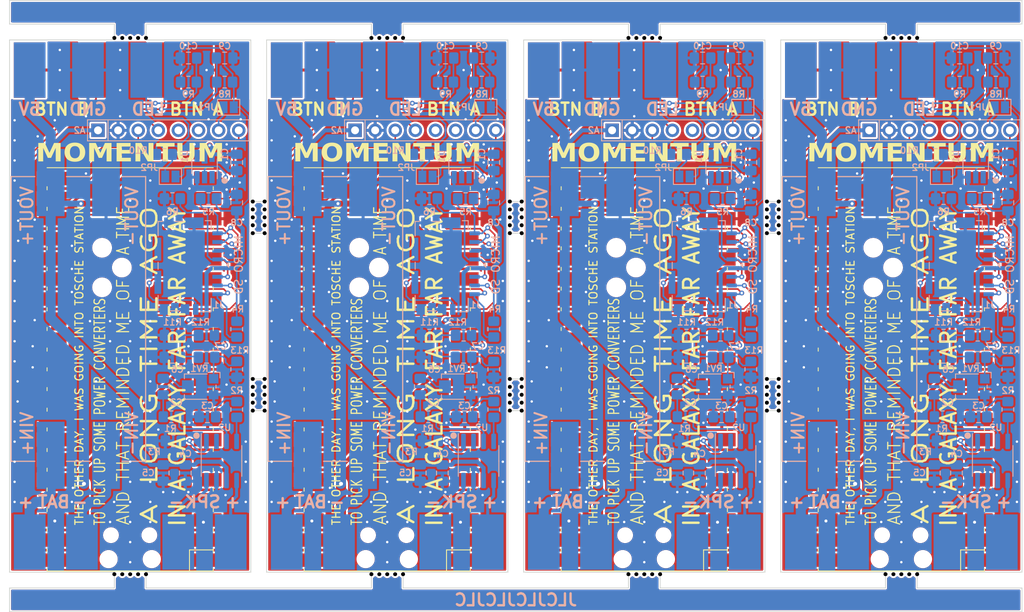
<source format=kicad_pcb>
(kicad_pcb (version 20221018) (generator pcbnew)
  (title_block (title "Momentum Prop Controller") (date "2023-04-17") (rev "A") (company "Aut viam inveniam aut faciam") (comment 1 "P. Ridland, W. Schmidt, R. Sun") (comment 2 "A. P. Asnodkar, H. Basava, K. Cruz, C. MacFarland, M. Manohara, T. Moore,") (comment 3 "in collaboration with") (comment 4 "T. Colenbrander, B. Freeman, T. Nguyen, R. Rosenberg, E. Springer, A. Tran"))
  (layers (0 "F.Cu" signal) (31 "B.Cu" signal) (34 "B.Paste" user) (35 "F.Paste" user) (36 "B.SilkS" user "B.Silkscreen") (37 "F.SilkS" user "F.Silkscreen") (38 "B.Mask" user) (39 "F.Mask" user) (44 "Edge.Cuts" user))
  (net 0 "")
  (net 1 "Board_0-+3.3V")
  (net 2 "Board_0-+5V")
  (net 3 "Board_0-+BATT")
  (net 4 "Board_0--BATT")
  (net 5 "Board_0-/BTN_A")
  (net 6 "Board_0-/BTN_B")
  (net 7 "Board_0-/IMU_ADDR")
  (net 8 "Board_0-/IMU_INT")
  (net 9 "Board_0-/IMU_SCL")
  (net 10 "Board_0-/IMU_SDA")
  (net 11 "Board_0-/SD_CLK")
  (net 12 "Board_0-/SD_CMD")
  (net 13 "Board_0-/SD_DAT0")
  (net 14 "Board_0-/SD_DAT1")
  (net 15 "Board_0-/SD_DAT2")
  (net 16 "Board_0-/SD_DAT3")
  (net 17 "Board_0-/SD_DET")
  (net 18 "Board_0-/SPK_EN")
  (net 19 "Board_0-/SPK_OUT")
  (net 20 "Board_0-/SPK_PAD_N")
  (net 21 "Board_0-/SPK_PAD_P")
  (net 22 "Board_0-/STRIP_OUT")
  (net 23 "Board_0-/STRIP_PAD")
  (net 24 "Board_0-GND")
  (net 25 "Board_0-Net-(C2-Pad1)")
  (net 26 "Board_0-Net-(C2-Pad2)")
  (net 27 "Board_0-Net-(C3-Pad2)")
  (net 28 "Board_0-Net-(C6-Pad2)")
  (net 29 "Board_0-Net-(C7-Pad1)")
  (net 30 "Board_0-Net-(JP2-B)")
  (net 31 "Board_0-Net-(U2-IN+)")
  (net 32 "Board_0-Net-(U2-IN-)")
  (net 33 "Board_0-unconnected-(A1-3V3_EN-Pad37)")
  (net 34 "Board_0-unconnected-(A1-ADC_VREF-Pad35)")
  (net 35 "Board_0-unconnected-(A1-GPIO0-Pad1)")
  (net 36 "Board_0-unconnected-(A1-GPIO1-Pad2)")
  (net 37 "Board_0-unconnected-(A1-GPIO10-Pad14)")
  (net 38 "Board_0-unconnected-(A1-GPIO2-Pad4)")
  (net 39 "Board_0-unconnected-(A1-GPIO27_ADC1-Pad32)")
  (net 40 "Board_0-unconnected-(A1-GPIO28_ADC2-Pad34)")
  (net 41 "Board_0-unconnected-(A1-GPIO3-Pad5)")
  (net 42 "Board_0-unconnected-(A1-GPIO4-Pad6)")
  (net 43 "Board_0-unconnected-(A1-GPIO6-Pad9)")
  (net 44 "Board_0-unconnected-(A1-GPIO7-Pad10)")
  (net 45 "Board_0-unconnected-(A1-GPIO8-Pad11)")
  (net 46 "Board_0-unconnected-(A1-RUN-Pad30)")
  (net 47 "Board_0-unconnected-(A1-VBUS-Pad40)")
  (net 48 "Board_0-unconnected-(A2-XCL-Pad6)")
  (net 49 "Board_0-unconnected-(A2-XDA-Pad5)")
  (net 50 "Board_0-unconnected-(U1-NC-Pad1)")
  (net 51 "Board_0-unconnected-(U2-NC-Pad2)")
  (net 52 "Board_1-+3.3V")
  (net 53 "Board_1-+5V")
  (net 54 "Board_1-+BATT")
  (net 55 "Board_1--BATT")
  (net 56 "Board_1-/BTN_A")
  (net 57 "Board_1-/BTN_B")
  (net 58 "Board_1-/IMU_ADDR")
  (net 59 "Board_1-/IMU_INT")
  (net 60 "Board_1-/IMU_SCL")
  (net 61 "Board_1-/IMU_SDA")
  (net 62 "Board_1-/SD_CLK")
  (net 63 "Board_1-/SD_CMD")
  (net 64 "Board_1-/SD_DAT0")
  (net 65 "Board_1-/SD_DAT1")
  (net 66 "Board_1-/SD_DAT2")
  (net 67 "Board_1-/SD_DAT3")
  (net 68 "Board_1-/SD_DET")
  (net 69 "Board_1-/SPK_EN")
  (net 70 "Board_1-/SPK_OUT")
  (net 71 "Board_1-/SPK_PAD_N")
  (net 72 "Board_1-/SPK_PAD_P")
  (net 73 "Board_1-/STRIP_OUT")
  (net 74 "Board_1-/STRIP_PAD")
  (net 75 "Board_1-GND")
  (net 76 "Board_1-Net-(C2-Pad1)")
  (net 77 "Board_1-Net-(C2-Pad2)")
  (net 78 "Board_1-Net-(C3-Pad2)")
  (net 79 "Board_1-Net-(C6-Pad2)")
  (net 80 "Board_1-Net-(C7-Pad1)")
  (net 81 "Board_1-Net-(JP2-B)")
  (net 82 "Board_1-Net-(U2-IN+)")
  (net 83 "Board_1-Net-(U2-IN-)")
  (net 84 "Board_1-unconnected-(A1-3V3_EN-Pad37)")
  (net 85 "Board_1-unconnected-(A1-ADC_VREF-Pad35)")
  (net 86 "Board_1-unconnected-(A1-GPIO0-Pad1)")
  (net 87 "Board_1-unconnected-(A1-GPIO1-Pad2)")
  (net 88 "Board_1-unconnected-(A1-GPIO10-Pad14)")
  (net 89 "Board_1-unconnected-(A1-GPIO2-Pad4)")
  (net 90 "Board_1-unconnected-(A1-GPIO27_ADC1-Pad32)")
  (net 91 "Board_1-unconnected-(A1-GPIO28_ADC2-Pad34)")
  (net 92 "Board_1-unconnected-(A1-GPIO3-Pad5)")
  (net 93 "Board_1-unconnected-(A1-GPIO4-Pad6)")
  (net 94 "Board_1-unconnected-(A1-GPIO6-Pad9)")
  (net 95 "Board_1-unconnected-(A1-GPIO7-Pad10)")
  (net 96 "Board_1-unconnected-(A1-GPIO8-Pad11)")
  (net 97 "Board_1-unconnected-(A1-RUN-Pad30)")
  (net 98 "Board_1-unconnected-(A1-VBUS-Pad40)")
  (net 99 "Board_1-unconnected-(A2-XCL-Pad6)")
  (net 100 "Board_1-unconnected-(A2-XDA-Pad5)")
  (net 101 "Board_1-unconnected-(U1-NC-Pad1)")
  (net 102 "Board_1-unconnected-(U2-NC-Pad2)")
  (net 103 "Board_2-+3.3V")
  (net 104 "Board_2-+5V")
  (net 105 "Board_2-+BATT")
  (net 106 "Board_2--BATT")
  (net 107 "Board_2-/BTN_A")
  (net 108 "Board_2-/BTN_B")
  (net 109 "Board_2-/IMU_ADDR")
  (net 110 "Board_2-/IMU_INT")
  (net 111 "Board_2-/IMU_SCL")
  (net 112 "Board_2-/IMU_SDA")
  (net 113 "Board_2-/SD_CLK")
  (net 114 "Board_2-/SD_CMD")
  (net 115 "Board_2-/SD_DAT0")
  (net 116 "Board_2-/SD_DAT1")
  (net 117 "Board_2-/SD_DAT2")
  (net 118 "Board_2-/SD_DAT3")
  (net 119 "Board_2-/SD_DET")
  (net 120 "Board_2-/SPK_EN")
  (net 121 "Board_2-/SPK_OUT")
  (net 122 "Board_2-/SPK_PAD_N")
  (net 123 "Board_2-/SPK_PAD_P")
  (net 124 "Board_2-/STRIP_OUT")
  (net 125 "Board_2-/STRIP_PAD")
  (net 126 "Board_2-GND")
  (net 127 "Board_2-Net-(C2-Pad1)")
  (net 128 "Board_2-Net-(C2-Pad2)")
  (net 129 "Board_2-Net-(C3-Pad2)")
  (net 130 "Board_2-Net-(C6-Pad2)")
  (net 131 "Board_2-Net-(C7-Pad1)")
  (net 132 "Board_2-Net-(JP2-B)")
  (net 133 "Board_2-Net-(U2-IN+)")
  (net 134 "Board_2-Net-(U2-IN-)")
  (net 135 "Board_2-unconnected-(A1-3V3_EN-Pad37)")
  (net 136 "Board_2-unconnected-(A1-ADC_VREF-Pad35)")
  (net 137 "Board_2-unconnected-(A1-GPIO0-Pad1)")
  (net 138 "Board_2-unconnected-(A1-GPIO1-Pad2)")
  (net 139 "Board_2-unconnected-(A1-GPIO10-Pad14)")
  (net 140 "Board_2-unconnected-(A1-GPIO2-Pad4)")
  (net 141 "Board_2-unconnected-(A1-GPIO27_ADC1-Pad32)")
  (net 142 "Board_2-unconnected-(A1-GPIO28_ADC2-Pad34)")
  (net 143 "Board_2-unconnected-(A1-GPIO3-Pad5)")
  (net 144 "Board_2-unconnected-(A1-GPIO4-Pad6)")
  (net 145 "Board_2-unconnected-(A1-GPIO6-Pad9)")
  (net 146 "Board_2-unconnected-(A1-GPIO7-Pad10)")
  (net 147 "Board_2-unconnected-(A1-GPIO8-Pad11)")
  (net 148 "Board_2-unconnected-(A1-RUN-Pad30)")
  (net 149 "Board_2-unconnected-(A1-VBUS-Pad40)")
  (net 150 "Board_2-unconnected-(A2-XCL-Pad6)")
  (net 151 "Board_2-unconnected-(A2-XDA-Pad5)")
  (net 152 "Board_2-unconnected-(U1-NC-Pad1)")
  (net 153 "Board_2-unconnected-(U2-NC-Pad2)")
  (net 154 "Board_3-+3.3V")
  (net 155 "Board_3-+5V")
  (net 156 "Board_3-+BATT")
  (net 157 "Board_3--BATT")
  (net 158 "Board_3-/BTN_A")
  (net 159 "Board_3-/BTN_B")
  (net 160 "Board_3-/IMU_ADDR")
  (net 161 "Board_3-/IMU_INT")
  (net 162 "Board_3-/IMU_SCL")
  (net 163 "Board_3-/IMU_SDA")
  (net 164 "Board_3-/SD_CLK")
  (net 165 "Board_3-/SD_CMD")
  (net 166 "Board_3-/SD_DAT0")
  (net 167 "Board_3-/SD_DAT1")
  (net 168 "Board_3-/SD_DAT2")
  (net 169 "Board_3-/SD_DAT3")
  (net 170 "Board_3-/SD_DET")
  (net 171 "Board_3-/SPK_EN")
  (net 172 "Board_3-/SPK_OUT")
  (net 173 "Board_3-/SPK_PAD_N")
  (net 174 "Board_3-/SPK_PAD_P")
  (net 175 "Board_3-/STRIP_OUT")
  (net 176 "Board_3-/STRIP_PAD")
  (net 177 "Board_3-GND")
  (net 178 "Board_3-Net-(C2-Pad1)")
  (net 179 "Board_3-Net-(C2-Pad2)")
  (net 180 "Board_3-Net-(C3-Pad2)")
  (net 181 "Board_3-Net-(C6-Pad2)")
  (net 182 "Board_3-Net-(C7-Pad1)")
  (net 183 "Board_3-Net-(JP2-B)")
  (net 184 "Board_3-Net-(U2-IN+)")
  (net 185 "Board_3-Net-(U2-IN-)")
  (net 186 "Board_3-unconnected-(A1-3V3_EN-Pad37)")
  (net 187 "Board_3-unconnected-(A1-ADC_VREF-Pad35)")
  (net 188 "Board_3-unconnected-(A1-GPIO0-Pad1)")
  (net 189 "Board_3-unconnected-(A1-GPIO1-Pad2)")
  (net 190 "Board_3-unconnected-(A1-GPIO10-Pad14)")
  (net 191 "Board_3-unconnected-(A1-GPIO2-Pad4)")
  (net 192 "Board_3-unconnected-(A1-GPIO27_ADC1-Pad32)")
  (net 193 "Board_3-unconnected-(A1-GPIO28_ADC2-Pad34)")
  (net 194 "Board_3-unconnected-(A1-GPIO3-Pad5)")
  (net 195 "Board_3-unconnected-(A1-GPIO4-Pad6)")
  (net 196 "Board_3-unconnected-(A1-GPIO6-Pad9)")
  (net 197 "Board_3-unconnected-(A1-GPIO7-Pad10)")
  (net 198 "Board_3-unconnected-(A1-GPIO8-Pad11)")
  (net 199 "Board_3-unconnected-(A1-RUN-Pad30)")
  (net 200 "Board_3-unconnected-(A1-VBUS-Pad40)")
  (net 201 "Board_3-unconnected-(A2-XCL-Pad6)")
  (net 202 "Board_3-unconnected-(A2-XDA-Pad5)")
  (net 203 "Board_3-unconnected-(U1-NC-Pad1)")
  (net 204 "Board_3-unconnected-(U2-NC-Pad2)")
  (footprint "NPTH" (layer "F.Cu") (at 123.46 92.56)
    (fp_text reference "REF**" hide)
    (fp_text value "NPTH" hide)
  )
  (footprint "NPTH" (layer "F.Cu") (at 122.46 24.75)
    (fp_text reference "REF**" hide)
    (fp_text value "NPTH" hide)
  )
  (footprint "NPTH" (layer "F.Cu") (at 157.94 24.75)
    (fp_text reference "REF**" hide)
    (fp_text value "NPTH" hide)
  )
  (footprint "NPTH" (layer "F.Cu") (at 106.47 69.873333)
    (fp_text reference "REF**" hide)
    (fp_text value "NPTH" hide)
  )
  (footprint "NPTH" (layer "F.Cu") (at 107.97 45.436667)
    (fp_text reference "REF**" hide)
    (fp_text value "NPTH" hide)
  )
  (footprint "NPTH" (layer "F.Cu") (at 106.47 71.873333)
    (fp_text reference "REF**" hide)
    (fp_text value "NPTH" hide)
  )
  (footprint "NPTH" (layer "F.Cu") (at 138.95 49.436667)
    (fp_text reference "REF**" hide)
    (fp_text value "NPTH" hide)
  )
  (footprint "NPTH" (layer "F.Cu") (at 138.95 68.873333)
    (fp_text reference "REF**" hide)
    (fp_text value "NPTH" hide)
  )
  (footprint "NPTH" (layer "F.Cu") (at 106.47 47.436667)
    (fp_text reference "REF**" hide)
    (fp_text value "NPTH" hide)
  )
  (footprint "NPTH" (layer "F.Cu") (at 187.42 92.56)
    (fp_text reference "REF**" hide)
    (fp_text value "NPTH" hide)
  )
  (footprint "NPTH" (layer "F.Cu") (at 138.95 69.873333)
    (fp_text reference "REF**" hide)
    (fp_text value "NPTH" hide)
  )
  (footprint "NPTH" (layer "F.Cu") (at 188.42 92.56)
    (fp_text reference "REF**" hide)
    (fp_text value "NPTH" hide)
  )
  (footprint "NPTH" (layer "F.Cu") (at 187.42 24.75)
    (fp_text reference "REF**" hide)
    (fp_text value "NPTH" hide)
  )
  (footprint "NPTH" (layer "F.Cu") (at 121.46 92.56)
    (fp_text reference "REF**" hide)
    (fp_text value "NPTH" hide)
  )
  (footprint "NPTH" (layer "F.Cu") (at 138.95 45.436667)
    (fp_text reference "REF**" hide)
    (fp_text value "NPTH" hide)
  )
  (footprint "NPTH" (layer "F.Cu") (at 171.43 71.873333)
    (fp_text reference "REF**" hide)
    (fp_text value "NPTH" hide)
  )
  (footprint "NPTH" (layer "F.Cu") (at 107.97 47.436667)
    (fp_text reference "REF**" hide)
    (fp_text value "NPTH" hide)
  )
  (footprint "momentum:Pad" (layer "F.Cu") (at 184.102 28.81 90)
    (fp_text reference "J7" hide)
    (fp_text value "Pad")
  )
  (footprint "momentum:RPi_Pico_SMD_NoSWD_NoLabel" (layer "F.Cu") (at 90.98 66.656 180)
    (fp_text reference "A1" hide)
    (fp_text value "Raspberry_Pi_Pico")
  )
  (footprint "NPTH" (layer "F.Cu") (at 171.43 46.436667)
    (fp_text reference "REF**" hide)
    (fp_text value "NPTH" hide)
  )
  (footprint "NPTH" (layer "F.Cu") (at 172.93 47.436667)
    (fp_text reference "REF**" hide)
    (fp_text value "NPTH" hide)
  )
  (footprint "NPTH" (layer "F.Cu") (at 106.47 67.873333)
    (fp_text reference "REF**" hide)
    (fp_text value "NPTH" hide)
  )
  (footprint "NPTH" (layer "F.Cu") (at 107.97 68.873333)
    (fp_text reference "REF**" hide)
    (fp_text value "NPTH" hide)
  )
  (footprint "momentum:Pad" (layer "F.Cu") (at 151.622 28.81 90)
    (fp_text reference "J7" hide)
    (fp_text value "Pad")
  )
  (footprint "NPTH" (layer "F.Cu") (at 171.43 69.873333)
    (fp_text reference "REF**" hide)
    (fp_text value "NPTH" hide)
  )
  (footprint "NPTH" (layer "F.Cu") (at 125.46 92.56)
    (fp_text reference "REF**" hide)
    (fp_text value "NPTH" hide)
  )
  (footprint "NPTH" (layer "F.Cu") (at 171.43 47.436667)
    (fp_text reference "REF**" hide)
    (fp_text value "NPTH" hide)
  )
  (footprint "NPTH" (layer "F.Cu") (at 138.95 67.873333)
    (fp_text reference "REF**" hide)
    (fp_text value "NPTH" hide)
  )
  (footprint "momentum:Pad" (layer "F.Cu") (at 168.64 28.81 90)
    (fp_text reference "J6" hide)
    (fp_text value "Pad")
  )
  (footprint "momentum:Pad" (layer "F.Cu") (at 78.28 28.81 90)
    (fp_text reference "J8" hide)
    (fp_text value "Pad")
  )
  (footprint "NPTH" (layer "F.Cu") (at 171.43 67.873333)
    (fp_text reference "REF**" hide)
    (fp_text value "NPTH" hide)
  )
  (footprint "NPTH" (layer "F.Cu") (at 140.45 70.873333)
    (fp_text reference "REF**" hide)
    (fp_text value "NPTH" hide)
  )
  (footprint "NPTH" (layer "F.Cu") (at 172.93 45.436667)
    (fp_text reference "REF**" hide)
    (fp_text value "NPTH" hide)
  )
  (footprint "NPTH" (layer "F.Cu") (at 171.43 45.436667)
    (fp_text reference "REF**" hide)
    (fp_text value "NPTH" hide)
  )
  (footprint "momentum:Pad" (layer "F.Cu") (at 201.12 28.81 90)
    (fp_text reference "J6" hide)
    (fp_text value "Pad")
  )
  (footprint "NPTH" (layer "F.Cu") (at 171.43 68.873333)
    (fp_text reference "REF**" hide)
    (fp_text value "NPTH" hide)
  )
  (footprint "NPTH" (layer "F.Cu") (at 172.93 68.873333)
    (fp_text reference "REF**" hide)
    (fp_text value "NPTH" hide)
  )
  (footprint "NPTH" (layer "F.Cu") (at 91.98 24.75)
    (fp_text reference "REF**" hide)
    (fp_text value "NPTH" hide)
  )
  (footprint "NPTH" (layer "F.Cu") (at 172.93 70.873333)
    (fp_text reference "REF**" hide)
    (fp_text value "NPTH" hide)
  )
  (footprint "NPTH" (layer "F.Cu") (at 189.42 92.56)
    (fp_text reference "REF**" hide)
    (fp_text value "NPTH" hide)
  )
  (footprint "momentum:RPi_Pico_SMD_NoSWD_NoLabel" (layer "F.Cu") (at 155.94 66.656 180)
    (fp_text reference "A1" hide)
    (fp_text value "Raspberry_Pi_Pico")
  )
  (footprint "NPTH" (layer "F.Cu") (at 138.95 71.873333)
    (fp_text reference "REF**" hide)
    (fp_text value "NPTH" hide)
  )
  (footprint "momentum:Pad" (layer "F.Cu") (at 127.778 28.81 90)
    (fp_text reference "J5" hide)
    (fp_text value "Pad")
  )
  (footprint "NPTH" (layer "F.Cu") (at 171.43 49.436667)
    (fp_text reference "REF**" hide)
    (fp_text value "NPTH" hide)
  )
  (footprint "NPTH" (layer "F.Cu") (at 171.43 48.436667)
    (fp_text reference "REF**" hide)
    (fp_text value "NPTH" hide)
  )
  (footprint "NPTH" (layer "F.Cu") (at 188.42 24.75)
    (fp_text reference "REF**" hide)
    (fp_text value "NPTH" hide)
  )
  (footprint "NPTH" (layer "F.Cu") (at 140.45 49.436667)
    (fp_text reference "REF**" hide)
    (fp_text value "NPTH" hide)
  )
  (footprint "NPTH" (layer "F.Cu") (at 140.45 68.873333)
    (fp_text reference "REF**" hide)
    (fp_text value "NPTH" hide)
  )
  (footprint "NPTH" (layer "F.Cu") (at 138.95 46.436667)
    (fp_text reference "REF**" hide)
    (fp_text value "NPTH" hide)
  )
  (footprint "momentum:Pad" (layer "F.Cu") (at 86.662 28.81 90)
    (fp_text reference "J7" hide)
    (fp_text value "Pad")
  )
  (footprint "NPTH" (layer "F.Cu") (at 140.45 47.436667)
    (fp_text reference "REF**" hide)
    (fp_text value "NPTH" hide)
  )
  (footprint "momentum:RPi_Pico_SMD_NoSWD_NoLabel" (layer "F.Cu") (at 188.42 66.656 180)
    (fp_text reference "A1" hide)
    (fp_text value "Raspberry_Pi_Pico")
  )
  (footprint "momentum:Pad" (layer "F.Cu") (at 110.76 28.81 90)
    (fp_text reference "J8" hide)
    (fp_text value "Pad")
  )
  (footprint "NPTH" (layer "F.Cu") (at 89.98 24.75)
    (fp_text reference "REF**" hide)
    (fp_text value "NPTH" hide)
  )
  (footprint "NPTH" (layer "F.Cu") (at 122.46 92.56)
    (fp_text reference "REF**" hide)
    (fp_text value "NPTH" hide)
  )
  (footprint "NPTH" (layer "F.Cu") (at 156.94 24.75)
    (fp_text reference "REF**" hide)
    (fp_text value "NPTH" hide)
  )
  (footprint "momentum:Pad" (layer "F.Cu") (at 103.68 28.81 90)
    (fp_text reference "J6" hide)
    (fp_text value "Pad")
  )
  (footprint "NPTH" (layer "F.Cu") (at 107.97 49.436667)
    (fp_text reference "REF**" hide)
    (fp_text value "NPTH" hide)
  )
  (footprint "NPTH" (layer "F.Cu") (at 172.93 46.436667)
    (fp_text reference "REF**" hide)
    (fp_text value "NPTH" hide)
  )
  (footprint "NPTH" (layer "F.Cu") (at 172.93 48.436667)
    (fp_text reference "REF**" hide)
    (fp_text value "NPTH" hide)
  )
  (footprint "momentum:Pad" (layer "F.Cu") (at 143.24 28.81 90)
    (fp_text reference "J8" hide)
    (fp_text value "Pad")
  )
  (footprint "NPTH" (layer "F.Cu") (at 189.42 24.75)
    (fp_text reference "REF**" hide)
    (fp_text value "NPTH" hide)
  )
  (footprint "NPTH" (layer "F.Cu") (at 140.45 46.436667)
    (fp_text reference "REF**" hide)
    (fp_text value "NPTH" hide)
  )
  (footprint "NPTH" (layer "F.Cu") (at 107.97 69.873333)
    (fp_text reference "REF**" hide)
    (fp_text value "NPTH" hide)
  )
  (footprint "NPTH" (layer "F.Cu") (at 171.43 70.873333)
    (fp_text reference "REF**" hide)
    (fp_text value "NPTH" hide)
  )
  (footprint "NPTH" (layer "F.Cu") (at 88.98 24.75)
    (fp_text reference "REF**" hide)
    (fp_text value "NPTH" hide)
  )
  (footprint "momentum:Pad" (layer "F.Cu") (at 95.298 28.81 90)
    (fp_text reference "J5" hide)
    (fp_text value "Pad")
  )
  (footprint "NPTH" (layer "F.Cu") (at 92.98 92.56)
    (fp_text reference "REF**" hide)
    (fp_text value "NPTH" hide)
  )
  (footprint "NPTH" (layer "F.Cu") (at 172.93 67.873333)
    (fp_text reference "REF**" hide)
    (fp_text value "NPTH" hide)
  )
  (footprint "NPTH" (layer "F.Cu") (at 106.47 70.873333)
    (fp_text reference "REF**" hide)
    (fp_text value "NPTH" hide)
  )
  (footprint "NPTH" (layer "F.Cu") (at 140.45 69.873333)
    (fp_text reference "REF**" hide)
    (fp_text value "NPTH" hide)
  )
  (footprint "momentum:Pad" (layer "F.Cu") (at 175.72 28.81 90)
    (fp_text reference "J8" hide)
    (fp_text value "Pad")
  )
  (footprint "NPTH" (layer "F.Cu") (at 124.46 24.75)
    (fp_text reference "REF**" hide)
    (fp_text value "NPTH" hide)
  )
  (footprint "NPTH" (layer "F.Cu") (at 172.93 69.873333)
    (fp_text reference "REF**" hide)
    (fp_text value "NPTH" hide)
  )
  (footprint "NPTH" (layer "F.Cu") (at 172.93 71.873333)
    (fp_text reference "REF**" hide)
    (fp_text value "NPTH" hide)
  )
  (footprint "NPTH" (layer "F.Cu") (at 88.98 92.56)
    (fp_text reference "REF**" hide)
    (fp_text value "NPTH" hide)
  )
  (footprint "NPTH" (layer "F.Cu") (at 124.46 92.56)
    (fp_text reference "REF**" hide)
    (fp_text value "NPTH" hide)
  )
  (footprint "NPTH" (layer "F.Cu") (at 107.97 70.873333)
    (fp_text reference "REF**" hide)
    (fp_text value "NPTH" hide)
  )
  (footprint "NPTH" (layer "F.Cu") (at 107.97 71.873333)
    (fp_text reference "REF**" hide)
    (fp_text value "NPTH" hide)
  )
  (footprint "NPTH" (layer "F.Cu") (at 125.46 24.75)
    (fp_text reference "REF**" hide)
    (fp_text value "NPTH" hide)
  )
  (footprint "momentum:Pad" (layer "F.Cu") (at 160.258 28.81 90)
    (fp_text reference "J5" hide)
    (fp_text value "Pad")
  )
  (footprint "NPTH" (layer "F.Cu") (at 106.47 68.873333)
    (fp_text reference "REF**" hide)
    (fp_text value "NPTH" hide)
  )
  (footprint "NPTH" (layer "F.Cu") (at 106.47 45.436667)
    (fp_text reference "REF**" hide)
    (fp_text value "NPTH" hide)
  )
  (footprint "NPTH" (layer "F.Cu") (at 107.97 67.873333)
    (fp_text reference "REF**" hide)
    (fp_text value "NPTH" hide)
  )
  (footprint "momentum:RPi_Pico_SMD_NoSWD_NoLabel" (layer "F.Cu") (at 123.46 66.656 180)
    (fp_text reference "A1" hide)
    (fp_text value "Raspberry_Pi_Pico")
  )
  (footprint "NPTH" (layer "F.Cu") (at 154.94 24.75)
    (fp_text reference "REF**" hide)
    (fp_text value "NPTH" hide)
  )
  (footprint "NPTH" (layer "F.Cu") (at 121.46 24.75)
    (fp_text reference "REF**" hide)
    (fp_text value "NPTH" hide)
  )
  (footprint "NPTH" (layer "F.Cu") (at 190.42 24.75)
    (fp_text reference "REF**" hide)
    (fp_text value "NPTH" hide)
  )
  (footprint "NPTH" (layer "F.Cu") (at 138.95 47.436667)
    (fp_text reference "REF**" hide)
    (fp_text value "NPTH" hide)
  )
  (footprint "NPTH" (layer "F.Cu") (at 153.94 24.75)
    (fp_text reference "REF**" hide)
    (fp_text value "NPTH" hide)
  )
  (footprint "NPTH" (layer "F.Cu") (at 190.42 92.56)
    (fp_text reference "REF**" hide)
    (fp_text value "NPTH" hide)
  )
  (footprint "NPTH" (layer "F.Cu") (at 123.46 24.75)
    (fp_text reference "REF**" hide)
    (fp_text value "NPTH" hide)
  )
  (footprint "NPTH" (layer "F.Cu") (at 140.45 67.873333)
    (fp_text reference "REF**" hide)
    (fp_text value "NPTH" hide)
  )
  (footprint "momentum:Pad" (layer "F.Cu") (at 136.16 28.81 90)
    (fp_text reference "J6" hide)
    (fp_text value "Pad")
  )
  (footprint "NPTH" (layer "F.Cu") (at 106.47 46.436667)
    (fp_text reference "REF**" hide)
    (fp_text value "NPTH" hide)
  )
  (footprint "NPTH" (layer "F.Cu") (at 153.94 92.56)
    (fp_text reference "REF**" hide)
    (fp_text value "NPTH" hide)
  )
  (footprint "NPTH" (layer "F.Cu") (at 186.42 92.56)
    (fp_text reference "REF**" hide)
    (fp_text value "NPTH" hide)
  )
  (footprint "momentum:Pad" (layer "F.Cu") (at 119.142 28.81 90)
    (fp_text reference "J7" hide)
    (fp_text value "Pad")
  )
  (footprint "NPTH" (layer "F.Cu") (at 140.45 48.436667)
    (fp_text reference "REF**" hide)
    (fp_text value "NPTH" hide)
  )
  (footprint "NPTH" (layer "F.Cu") (at 89.98 92.56)
    (fp_text reference "REF**" hide)
    (fp_text value "NPTH" hide)
  )
  (footprint "NPTH" (layer "F.Cu") (at 186.42 24.75)
    (fp_text reference "REF**" hide)
    (fp_text value "NPTH" hide)
  )
  (footprint "NPTH" (layer "F.Cu") (at 106.47 48.436667)
    (fp_text reference "REF**" hide)
    (fp_text value "NPTH" hide)
  )
  (footprint "NPTH" (layer "F.Cu") (at 138.95 48.436667)
    (fp_text reference "REF**" hide)
    (fp_text value "NPTH" hide)
  )
  (footprint "NPTH" (layer "F.Cu") (at 140.45 45.436667)
    (fp_text reference "REF**" hide)
    (fp_text value "NPTH" hide)
  )
  (footprint "NPTH" (layer "F.Cu") (at 138.95 70.873333)
    (fp_text reference "REF**" hide)
    (fp_text value "NPTH" hide)
  )
  (footprint "NPTH" (layer "F.Cu") (at 155.94 92.56)
    (fp_text reference "REF**" hide)
    (fp_text value "NPTH" hide)
  )
  (footprint "NPTH" (layer "F.Cu") (at 155.94 24.75)
    (fp_text reference "REF**" hide)
    (fp_text value "NPTH" hide)
  )
  (footprint "momentum:Pad" (layer "F.Cu") (at 192.738 28.81 90)
    (fp_text reference "J5" hide)
    (fp_text value "Pad")
  )
  (footprint "NPTH" (layer "F.Cu") (at 154.94 92.56)
    (fp_text reference "REF**" hide)
    (fp_text value "NPTH" hide)
  )
  (footprint "NPTH" (layer "F.Cu") (at 107.97 48.436667)
    (fp_text reference "REF**" hide)
    (fp_text value "NPTH" hide)
  )
  (footprint "NPTH" (layer "F.Cu") (at 92.98 24.75)
    (fp_text reference "REF**" hide)
    (fp_text value "NPTH" hide)
  )
  (footprint "NPTH" (layer "F.Cu") (at 106.47 49.436667)
    (fp_text reference "REF**" hide)
    (fp_text value "NPTH" hide)
  )
  (footprint "NPTH" (layer "F.Cu") (at 90.98 92.56)
    (fp_text reference "REF**" hide)
    (fp_text value "NPTH" hide)
  )
  (footprint "NPTH" (layer "F.Cu") (at 140.45 71.873333)
    (fp_text reference "REF**" hide)
    (fp_text value "NPTH" hide)
  )
  (footprint "NPTH" (layer "F.Cu") (at 172.93 49.436667)
    (fp_text reference "REF**" hide)
    (fp_text value "NPTH" hide)
  )
  (footprint "NPTH" (layer "F.Cu") (at 156.94 92.56)
    (fp_text reference "REF**" hide)
    (fp_text value "NPTH" hide)
  )
  (footprint "NPTH" (layer "F.Cu") (at 107.97 46.436667)
    (fp_text reference "REF**" hide)
    (fp_text value "NPTH" hide)
  )
  (footprint "NPTH" (layer "F.Cu") (at 91.98 92.56)
    (fp_text reference "REF**" hide)
    (fp_text value "NPTH" hide)
  )
  (footprint "NPTH" (layer "F.Cu") (at 157.94 92.56)
    (fp_text reference "REF**" hide)
    (fp_text value "NPTH" hide)
  )
  (footprint "NPTH" (layer "F.Cu") (at 90.98 24.75)
    (fp_text reference "REF**" hide)
    (fp_text value "NPTH" hide)
  )
  (footprint "Capacitor_SMD:C_0805_2012Metric_Pad1.18x1.45mm_HandSolder" (layer "B.Cu") (at 162.908 79.7654 90)
    (fp_text reference "C4")
    (fp_text value "1uF")
  )
  (footprint "Resistor_SMD:R_0805_2012Metric_Pad1.20x1.40mm_HandSolder" (layer "B.Cu") (at 135.398 30.334)
    (fp_text reference "R8")
    (fp_text value "10k")
  )
  (footprint "momentum:MPU-6050_Module" (layer "B.Cu") (at 119.396 36.43 -90)
    (fp_text reference "A2")
    (fp_text value "MPU-6050_Module")
  )
  (footprint "momentum:Pad" (layer "B.Cu") (at 182.324 88.5 -90)
    (fp_text reference "J10" hide)
    (fp_text value "Pad")
  )
  (footprint "momentum:Pad" (layer "B.Cu") (at 85.646 28.81 90)
    (fp_text reference "J4" hide)
    (fp_text value "Pad")
  )
  (footprint "momentum:MT3608_Module_SMD" (layer "B.Cu") (at 116.912 61.784 -90)
    (fp_text reference "A3" hide)
    (fp_text value " MT3608_Module")
  )
  (footprint "Package_TO_SOT_SMD:SOT-23-5_HandSoldering" (layer "B.Cu") (at 132.858 41.002 90)
    (fp_text reference "U1")
    (fp_text value "SN74LV1T34DBVR")
  )
  (footprint "Package_SO:SOIC-8_3.9x4.9mm_P1.27mm" (layer "B.Cu") (at 102.52 78.2414 -90)
    (fp_text reference "U2")
    (fp_text value "PAM8302AAD")
  )
  (footprint "momentum:C_0805_2012Metric_Pad1.18x1.45mm_HandSolder_NoPaste" (layer "B.Cu") (at 169.402 45.574 -90)
    (fp_text reference "C8")
    (fp_text value "10uF")
  )
  (footprint "momentum:C_0805_2012Metric_Pad1.18x1.45mm_HandSolder_NoPaste" (layer "B.Cu") (at 104.442 45.574 -90)
    (fp_text reference "C8")
    (fp_text value "10uF")
  )
  (footprint "momentum:R_0805_2012Metric_Pad1.20x1.40mm_HandSolder_NoPaste" (layer "B.Cu") (at 198.326 45.066)
    (fp_text reference "R5")
    (fp_text value "10k")
  )
  (footprint "Capacitor_SMD:C_0805_2012Metric_Pad1.18x1.45mm_HandSolder" (layer "B.Cu") (at 97.948 79.7654 90)
    (fp_text reference "C4")
    (fp_text value "1uF")
  )
  (footprint "Capacitor_SMD:C_0805_2012Metric_Pad1.18x1.45mm_HandSolder" (layer "B.Cu") (at 201.882 40.494 -90)
    (fp_text reference "C1")
    (fp_text value "0.1uF")
  )
  (footprint "Capacitor_SMD:C_0805_2012Metric_Pad1.18x1.45mm_HandSolder" (layer "B.Cu") (at 95.154 68.8434 -90)
    (fp_text reference "C2")
    (fp_text value "1uF")
  )
  (footprint "Potentiometer_SMD:Potentiometer_Bourns_TC33X_Vertical" (layer "B.Cu") (at 99.726 68.8434 180)
    (fp_text reference "RV1")
    (fp_text value "10k")
  )
  (footprint "Resistor_SMD:R_0805_2012Metric_Pad1.20x1.40mm_HandSolder" (layer "B.Cu") (at 160.258 39.478 180)
    (fp_text reference "R10")
    (fp_text value "100")
  )
  (footprint "Capacitor_SMD:C_0805_2012Metric_Pad1.18x1.45mm_HandSolder" (layer "B.Cu") (at 195.388 79.7654 90)
    (fp_text reference "C4")
    (fp_text value "1uF")
  )
  (footprint "Potentiometer_SMD:Potentiometer_Bourns_TC33X_Vertical" (layer "B.Cu") (at 164.686 68.8434 180)
    (fp_text reference "RV1")
    (fp_text value "10k")
  )
  (footprint "Capacitor_SMD:C_0805_2012Metric_Pad1.18x1.45mm_HandSolder" (layer "B.Cu") (at 167.878 27.286 180)
    (fp_text reference "C9")
    (fp_text value "0.1uF")
  )
  (footprint "momentum:Pad" (layer "B.Cu") (at 129.539 88.5 -90)
    (fp_text reference "J12" hide)
    (fp_text value "Pad")
  )
  (footprint "Resistor_SMD:R_0805_2012Metric_Pad1.20x1.40mm_HandSolder" (layer "B.Cu") (at 136.922 66.656 -90)
    (fp_text reference "R13")
    (fp_text value "1.8k")
  )
  (footprint "momentum:MPU-6050_Module" (layer "B.Cu") (at 184.356 36.43 -90)
    (fp_text reference "A2")
    (fp_text value "MPU-6050_Module")
  )
  (footprint "momentum:Pad" (layer "B.Cu") (at 194.499 88.5 -90)
    (fp_text reference "J12" hide)
    (fp_text value "Pad")
  )
  (footprint "Jumper:SolderJumper-2_P1.3mm_Open_Pad1.0x1.5mm" (layer "B.Cu") (at 96.06 42.272 180)
    (fp_text reference "JP2")
    (fp_text value "SJ2")
  )
  (footprint "Resistor_SMD:R_0805_2012Metric_Pad1.20x1.40mm_HandSolder" (layer "B.Cu") (at 195.786 30.334 180)
    (fp_text reference "R9")
    (fp_text value "10k")
  )
  (footprint "momentum:Pad" (layer "B.Cu") (at 110.76 28.81 -90)
    (fp_text reference "J2" hide)
    (fp_text value "Pad")
  )
  (footprint "momentum:MPU-6050_Module" (layer "B.Cu") (at 151.876 36.43 -90)
    (fp_text reference "A2")
    (fp_text value "MPU-6050_Module")
  )
  (footprint "Resistor_SMD:R_0805_2012Metric_Pad1.20x1.40mm_HandSolder" (layer "B.Cu") (at 198.072 62.338 180)
    (fp_text reference "R12")
    (fp_text value "220")
  )
  (footprint "momentum:R_0805_2012Metric_Pad1.20x1.40mm_HandSolder_NoPaste" (layer "B.Cu") (at 104.442 61.576 90)
    (fp_text reference "R4")
    (fp_text value "10k")
  )
  (footprint "Resistor_SMD:R_0805_2012Metric_Pad1.20x1.40mm_HandSolder" (layer "B.Cu") (at 98.346 30.334 180)
    (fp_text reference "R9")
    (fp_text value "10k")
  )
  (footprint "Resistor_SMD:R_0805_2012Metric_Pad1.20x1.40mm_HandSolder" (layer "B.Cu") (at 193.61 72.6534)
    (fp_text reference "R1")
    (fp_text value "100")
  )
  (footprint "Resistor_SMD:R_0805_2012Metric_Pad1.20x1.40mm_HandSolder" (layer "B.Cu") (at 136.922 71.736 -90)
    (fp_text reference "R2")
    (fp_text value "100")
  )
  (footprint "Resistor_SMD:R_0805_2012Metric_Pad1.20x1.40mm_HandSolder" (layer "B.Cu") (at 161.13 72.6534)
    (fp_text reference "R1")
    (fp_text value "100")
  )
  (footprint "Capacitor_SMD:C_0805_2012Metric_Pad1.18x1.45mm_HandSolder" (layer "B.Cu") (at 133.222 72.6534)
    (fp_text reference "C3")
    (fp_text value "1uF")
  )
  (footprint "Resistor_SMD:R_0805_2012Metric_Pad1.20x1.40mm_HandSolder" (layer "B.Cu") (at 104.442 71.736 -90)
    (fp_text reference "R2")
    (fp_text value "100")
  )
  (footprint "momentum:R_0805_2012Metric_Pad1.20x1.40mm_HandSolder_NoPaste" (layer "B.Cu") (at 96.314 45.066)
    (fp_text reference "R6")
    (fp_text value "DNP")
  )
  (footprint "momentum:Pad" (layer "B.Cu") (at 103.68 88.5 -90)
    (fp_text reference "J11" hide)
    (fp_text value "Pad")
  )
  (footprint "Capacitor_SMD:C_0805_2012Metric_Pad1.18x1.45mm_HandSolder" (layer "B.Cu") (at 169.402 40.494 -90)
    (fp_text reference "C1")
    (fp_text value "0.1uF")
  )
  (footprint "Jumper:SolderJumper-2_P1.3mm_Open_Pad1.0x1.5mm" (layer "B.Cu") (at 161.02 42.272 180)
    (fp_text reference "JP2")
    (fp_text value "SJ2")
  )
  (footprint "Resistor_SMD:R_0805_2012Metric_Pad1.20x1.40mm_HandSolder" (layer "B.Cu") (at 100.632 62.338 180)
    (fp_text reference "R12")
    (fp_text value "220")
  )
  (footprint "Resistor_SMD:R_0805_2012Metric_Pad1.20x1.40mm_HandSolder" (layer "B.Cu") (at 104.442 66.656 -90)
    (fp_text reference "R13")
    (fp_text value "1.8k")
  )
  (footprint "Resistor_SMD:R_0805_2012Metric_Pad1.20x1.40mm_HandSolder" (layer "B.Cu") (at 193.864 75.7014)
    (fp_text reference "R3")
    (fp_text value "10k")
  )
  (footprint "Capacitor_SMD:C_0805_2012Metric_Pad1.18x1.45mm_HandSolder" (layer "B.Cu") (at 96.314 65.132)
    (fp_text reference "C6")
    (fp_text value "0.1uF")
  )
  (footprint "Capacitor_SMD:C_0805_2012Metric_Pad1.18x1.45mm_HandSolder" (layer "B.Cu") (at 100.742 72.6534)
    (fp_text reference "C3")
    (fp_text value "1uF")
  )
  (footprint "momentum:R_0805_2012Metric_Pad1.20x1.40mm_HandSolder_NoPaste" (layer "B.Cu") (at 165.846 45.066)
    (fp_text reference "R5")
    (fp_text value "10k")
  )
  (footprint "momentum:Pad" (layer "B.Cu") (at 183.086 28.81 90)
    (fp_text reference "J4" hide)
    (fp_text value "Pad")
  )
  (footprint "Capacitor_SMD:C_0805_2012Metric_Pad1.18x1.45mm_HandSolder" (layer "B.Cu") (at 127.634 68.8434 -90)
    (fp_text reference "C2")
    (fp_text value "1uF")
  )
  (footprint "Jumper:SolderJumper-2_P1.3mm_Open_Pad1.0x1.5mm" (layer "B.Cu") (at 103.426 33.509 180)
    (fp_text reference "JP1")
    (fp_text value "SJ2")
  )
  (footprint "momentum:Pad" (layer "B.Cu") (at 168.64 88.5 -90)
    (fp_text reference "J11" hide)
    (fp_text value "Pad")
  )
  (footprint "Capacitor_SMD:C_0805_2012Metric_Pad1.18x1.45mm_HandSolder" (layer "B.Cu") (at 128.794 65.132)
    (fp_text reference "C6")
    (fp_text value "0.1uF")
  )
  (footprint "momentum:Pad" (layer "B.Cu") (at 125.492 28.81 -90)
    (fp_text reference "J3" hide)
    (fp_text value "Pad")
  )
  (footprint "Capacitor_SMD:C_0805_2012Metric_Pad1.18x1.45mm_HandSolder" (layer "B.Cu") (at 127.634 79.7654 90)
    (fp_text reference "C5")
    (fp_text value "10uF")
  )
  (footprint "momentum:R_0805_2012Metric_Pad1.20x1.40mm_HandSolder_NoPaste" (layer "B.Cu") (at 201.882 61.576 90)
    (fp_text reference "R4")
    (fp_text value "10k")
  )
  (footprint "momentum:Pad" (layer "B.Cu") (at 78.28 88.5 -90)
    (fp_text reference "J9" hide)
    (fp_text value "Pad")
  )
  (footprint "momentum:Pad" (layer "B.Cu") (at 110.76 88.5 -90)
    (fp_text reference "J9" hide)
    (fp_text value "Pad")
  )
  (footprint "Capacitor_SMD:C_0805_2012Metric_Pad1.18x1.45mm_HandSolder" (layer "B.Cu") (at 135.398 27.286 180)
    (fp_text reference "C9")
    (fp_text value "0.1uF")
  )
  (footprint "momentum:Pad" (layer "B.Cu") (at 175.72 28.81 -90)
    (fp_text reference "J2" hide)
    (fp_text value "Pad")
  )
  (footprint "momentum:MT3608_Module_SMD" (layer "B.Cu") (at 149.392 61.784 -90)
    (fp_text reference "A3" hide)
    (fp_text value " MT3608_Module")
  )
  (footprint "Capacitor_SMD:C_0805_2012Metric_Pad1.18x1.45mm_HandSolder" (layer "B.Cu") (at 130.826 27.286)
    (fp_text reference "C10")
    (fp_text value "0.1uF")
  )
  (footprint "Resistor_SMD:R_0805_2012Metric_Pad1.20x1.40mm_HandSolder" (layer "B.Cu") (at 96.314 62.338 180)
    (fp_text reference "R11")
    (fp_text value "100")
  )
  (footprint "Resistor_SMD:R_0805_2012Metric_Pad1.20x1.40mm_HandSolder" (layer "B.Cu") (at 165.592 62.338 180)
    (fp_text reference "R12")
    (fp_text value "220")
  )
  (footprint "Capacitor_SMD:C_0805_2012Metric_Pad1.18x1.45mm_HandSolder" (layer "B.Cu") (at 165.592 65.132 180)
    (fp_text reference "C7")
    (fp_text value "47uF")
  )
  (footprint "momentum:R_0805_2012Metric_Pad1.20x1.40mm_HandSolder_NoPaste" (layer "B.Cu") (at 161.274 45.066)
    (fp_text reference "R6")
    (fp_text value "DNP")
  )
  (footprint "momentum:R_0805_2012Metric_Pad1.20x1.40mm_HandSolder_NoPaste" (layer "B.Cu") (at 100.886 45.066)
    (fp_text reference "R5")
    (fp_text value "10k")
  )
  (footprint "momentum:Pad" (layer "B.Cu") (at 143.24 88.5 -90)
    (fp_text reference "J9" hide)
    (fp_text value "Pad")
  )
  (footprint "Potentiometer_SMD:Potentiometer_Bourns_TC33X_Vertical" (layer "B.Cu") (at 132.206 68.8434 180)
    (fp_text reference "RV1")
    (fp_text value "10k")
  )
  (footprint "Capacitor_SMD:C_0805_2012Metric_Pad1.18x1.45mm_HandSolder" (layer "B.Cu") (at 193.754 65.132)
    (fp_text reference "C6")
    (fp_text value "0.1uF")
  )
  (footprint "momentum:Pad" (layer "B.Cu") (at 118.126 28.81 90)
    (fp_text reference "J4" hide)
    (fp_text value "Pad")
  )
  (footprint "Resistor_SMD:R_0805_2012Metric_Pad1.20x1.40mm_HandSolder" (layer "B.Cu") (at 130.826 30.334 180)
    (fp_text reference "R9")
    (fp_text value "10k")
  )
  (footprint "momentum:Pad" (layer "B.Cu") (at 150.606 28.81 90)
    (fp_text reference "J4" hide)
    (fp_text value "Pad")
  )
  (footprint "Capacitor_SMD:C_0805_2012Metric_Pad1.18x1.45mm_HandSolder" (layer "B.Cu") (at 133.112 65.132 180)
    (fp_text reference "C7")
    (fp_text value "47uF")
  )
  (footprint "momentum:MPU-6050_Module" (layer "B.Cu") (at 86.916 36.43 -90)
    (fp_text reference "A2")
    (fp_text value "MPU-6050_Module")
  )
  (footprint "momentum:Pad" (layer "B.Cu") (at 84.884 88.5 -90)
    (fp_text reference "J10" hide)
    (fp_text value "Pad")
  )
  (footprint "Capacitor_SMD:C_0805_2012Metric_Pad1.18x1.45mm_HandSolder" (layer "B.Cu") (at 161.274 65.132)
    (fp_text reference "C6")
    (fp_text value "0.1uF")
  )
  (footprint "Jumper:SolderJumper-2_P1.3mm_Open_Pad1.0x1.5mm" (layer "B.Cu") (at 168.386 33.509 180)
    (fp_text reference "JP1")
    (fp_text value "SJ2")
  )
  (footprint "Capacitor_SMD:C_0805_2012Metric_Pad1.18x1.45mm_HandSolder" (layer "B.Cu") (at 198.072 65.132 180)
    (fp_text reference "C7")
    (fp_text value "47uF")
  )
  (footprint "Package_SO:SOIC-8_3.9x4.9mm_P1.27mm" (layer "B.Cu") (at 167.48 78.2414 -90)
    (fp_text reference "U2")
    (fp_text value "PAM8302AAD")
  )
  (footprint "Jumper:SolderJumper-2_P1.3mm_Open_Pad1.0x1.5mm" (layer "B.Cu") (at 128.54 42.272 180)
    (fp_text reference "JP2")
    (fp_text value "SJ2")
  )
  (footprint "Capacitor_SMD:C_0805_2012Metric_Pad1.18x1.45mm_HandSolder" (layer "B.Cu") (at 195.786 27.286)
    (fp_text reference "C10")
    (fp_text value "0.1uF")
  )
  (footprint "Resistor_SMD:R_0805_2012Metric_Pad1.20x1.40mm_HandSolder" (layer "B.Cu") (at 128.904 75.7014)
    (fp_text reference "R3")
    (fp_text value "10k")
  )
  (footprint "Resistor_SMD:R_0805_2012Metric_Pad1.20x1.40mm_HandSolder" (layer "B.Cu") (at 169.402 71.736 -90)
    (fp_text reference "R2")
    (fp_text value "100")
  )
  (footprint "Resistor_SMD:R_0805_2012Metric_Pad1.20x1.40mm_HandSolder" (layer "B.Cu") (at 201.882 71.736 -90)
    (fp_text reference "R2")
    (fp_text value "100")
  )
  (footprint "Resistor_SMD:R_0805_2012Metric_Pad1.20x1.40mm_HandSolder" (layer "B.Cu") (at 128.794 62.338 180)
    (fp_text reference "R11")
    (fp_text value "100")
  )
  (footprint "momentum:Pad" (layer "B.Cu") (at 201.12 88.5 -90)
    (fp_text reference "J11" hide)
    (fp_text value "Pad")
  )
  (footprint "Resistor_SMD:R_0805_2012Metric_Pad1.20x1.40mm_HandSolder" (layer "B.Cu") (at 161.384 75.7014)
    (fp_text reference "R3")
    (fp_text value "10k")
  )
  (footprint "momentum:Pad" (layer "B.Cu") (at 97.059 88.5 -90)
    (fp_text reference "J12" hide)
    (fp_text value "Pad")
  )
  (footprint "Package_SO:SOIC-8_3.9x4.9mm_P1.27mm" (layer "B.Cu") (at 199.96 78.2414 -90)
    (fp_text reference "U2")
    (fp_text value "PAM8302AAD")
  )
  (footprint "momentum:Pad" (layer "B.Cu") (at 78.28 28.81 -90)
    (fp_text reference "J2" hide)
    (fp_text value "Pad")
  )
  (footprint "Resistor_SMD:R_0805_2012Metric_Pad1.20x1.40mm_HandSolder" (layer "B.Cu") (at 193.754 62.338 180)
    (fp_text reference "R11")
    (fp_text value "100")
  )
  (footprint "Potentiometer_SMD:Potentiometer_Bourns_TC33X_Vertical" (layer "B.Cu") (at 197.166 68.8434 180)
    (fp_text reference "RV1")
    (fp_text value "10k")
  )
  (footprint "momentum:Pad" (layer "B.Cu") (at 93.012 28.81 -90)
    (fp_text reference "J3" hide)
    (fp_text value "Pad")
  )
  (footprint "momentum:Pad" (layer "B.Cu") (at 157.972 28.81 -90)
    (fp_text reference "J3" hide)
    (fp_text value "Pad")
  )
  (footprint "momentum:Pad" (layer "B.Cu") (at 117.364 88.5 -90)
    (fp_text reference "J10" hide)
    (fp_text value "Pad")
  )
  (footprint "Capacitor_SMD:C_0805_2012Metric_Pad1.18x1.45mm_HandSolder" (layer "B.Cu") (at 192.594 68.8434 -90)
    (fp_text reference "C2")
    (fp_text value "1uF")
  )
  (footprint "Capacitor_SMD:C_0805_2012Metric_Pad1.18x1.45mm_HandSolder" (layer "B.Cu") (at 200.358 27.286 180)
    (fp_text reference "C9")
    (fp_text value "0.1uF")
  )
  (footprint "momentum:MicroSD_Molex_1051620001_HandSoldering" (layer "B.Cu") (at 199.801 57.406 -90)
    (fp_text reference "J1")
    (fp_text value "MicroSD_Molex_1051620001")
  )
  (footprint "Resistor_SMD:R_0805_2012Metric_Pad1.20x1.40mm_HandSolder" (layer "B.Cu") (at 169.402 66.656 -90)
    (fp_text reference "R13")
    (fp_text value "1.8k")
  )
  (footprint "momentum:MT3608_Module_SMD" (layer "B.Cu") (at 84.432 61.784 -90)
    (fp_text reference "A3" hide)
    (fp_text value " MT3608_Module")
  )
  (footprint "momentum:C_0805_2012Metric_Pad1.18x1.45mm_HandSolder_NoPaste" (layer "B.Cu") (at 201.882 45.574 -90)
    (fp_text reference "C8")
    (fp_text value "10uF")
  )
  (footprint "Capacitor_SMD:C_0805_2012Metric_Pad1.18x1.45mm_HandSolder" (layer "B.Cu") (at 160.114 79.7654 90)
    (fp_text reference "C5")
    (fp_text value "10uF")
  )
  (footprint "Capacitor_SMD:C_0805_2012Metric_Pad1.18x1.45mm_HandSolder" (layer "B.Cu") (at 136.922 40.494 -90)
    (fp_text reference "C1")
    (fp_text value "0.1uF")
  )
  (footprint "Capacitor_SMD:C_0805_2012Metric_Pad1.18x1.45mm_HandSolder" (layer "B.Cu") (at 102.918 27.286 180)
    (fp_text reference "C9")
    (fp_text value "0.1uF")
  )
  (footprint "momentum:Pad" (layer "B.Cu") (at 190.452 28.81 -90)
    (fp_text reference "J3" hide)
    (fp_text value "Pad")
  )
  (footprint "Resistor_SMD:R_0805_2012Metric_Pad1.20x1.40mm_HandSolder" (layer "B.Cu") (at 133.112 62.338 180)
    (fp_text reference "R12")
    (fp_text value "220")
  )
  (footprint "momentum:MT3608_Module_SMD" (layer "B.Cu") (at 181.872 61.784 -90)
    (fp_text reference "A3" hide)
    (fp_text value " MT3608_Module")
  )
  (footprint "momentum:R_0805_2012Metric_Pad1.20x1.40mm_HandSolder_NoPaste" (layer "B.Cu") (at 136.922 61.576 90)
    (fp_text reference "R4")
    (fp_text value "10k")
  )
  (footprint "Capacitor_SMD:C_0805_2012Metric_Pad1.18x1.45mm_HandSolder" (layer "B.Cu") (at 163.306 27.286)
    (fp_text reference "C10")
    (fp_text value "0.1uF")
  )
  (footprint "momentum:C_0805_2012Metric_Pad1.18x1.45mm_HandSolder_NoPaste" (layer "B.Cu") (at 136.922 45.574 -90)
    (fp_text reference "C8")
    (fp_text value "10uF")
  )
  (footprint "Package_SO:SOIC-8_3.9x4.9mm_P1.27mm" (layer "B.Cu") (at 135 78.2414 -90)
    (fp_text reference "U2")
    (fp_text value "PAM8302AAD")
  )
  (footprint "Jumper:SolderJumper-2_P1.3mm_Open_Pad1.0x1.5mm" (layer "B.Cu") (at 200.866 33.509 180)
    (fp_text reference "JP1")
    (fp_text value "SJ2")
  )
  (footprint "Capacitor_SMD:C_0805_2012Metric_Pad1.18x1.45mm_HandSolder" (layer "B.Cu") (at 104.442 40.494 -90)
    (fp_text reference "C1")
    (fp_text value "0.1uF")
  )
  (footprint "Resistor_SMD:R_0805_2012Metric_Pad1.20x1.40mm_HandSolder" (layer "B.Cu") (at 95.298 39.478 180)
    (fp_text reference "R10")
    (fp_text value "100")
  )
  (footprint "momentum:Pad" (layer "B.Cu") (at 136.16 88.5 -90)
    (fp_text reference "J11" hide)
    (fp_text value "Pad")
  )
  (footprint "Capacitor_SMD:C_0805_2012Metric_Pad1.18x1.45mm_HandSolder" (layer "B.Cu") (at 165.702 72.6534)
    (fp_text reference "C3")
    (fp_text value "1uF")
  )
  (footprint "Resistor_SMD:R_0805_2012Metric_Pad1.20x1.40mm_HandSolder" (layer "B.Cu") (at 167.878 30.334)
    (fp_text reference "R8")
    (fp_text value "10k")
  )
  (footprint "Package_TO_SOT_SMD:SOT-23-5_HandSoldering" (layer "B.Cu") (at 100.378 41.002 90)
    (fp_text reference "U1")
    (fp_text value "SN74LV1T34DBVR")
  )
  (footprint "Capacitor_SMD:C_0805_2012Metric_Pad1.18x1.45mm_HandSolder" (layer "B.Cu") (at 100.632 65.132 180)
    (fp_text reference "C7")
    (fp_text value "47uF")
  )
  (footprint "Resistor_SMD:R_0805_2012Metric_Pad1.20x1.40mm_HandSolder" (layer "B.Cu") (at 201.882 66.656 -90)
    (fp_text reference "R13")
    (fp_text value "1.8k")
  )
  (footprint "Resistor_SMD:R_0805_2012Metric_Pad1.20x1.40mm_HandSolder" (layer "B.Cu") (at 127.778 39.478 180)
    (fp_text reference "R10")
    (fp_text value "100")
  )
  (footprint "Resistor_SMD:R_0805_2012Metric_Pad1.20x1.40mm_HandSolder" (layer "B.Cu") (at 96.424 75.7014)
    (fp_text reference "R3")
    (fp_text value "10k")
  )
  (footprint "Jumper:SolderJumper-2_P1.3mm_Open_Pad1.0x1.5mm" (layer "B.Cu") (at 193.5 42.272 180)
    (fp_text reference "JP2")
    (fp_text value "SJ2")
  )
  (footprint "Capacitor_SMD:C_0805_2012Metric_Pad1.18x1.45mm_HandSolder" (layer "B.Cu") (at 198.182 72.6534)
    (fp_text reference "C3")
    (fp_text value "1uF")
  )
  (footprint "Jumper:SolderJumper-2_P1.3mm_Open_Pad1.0x1.5mm" (layer "B.Cu") (at 135.906 33.509 180)
    (fp_text reference "JP1")
    (fp_text value "SJ2")
  )
  (footprint "momentum:Pad" (layer "B.Cu") (at 162.019 88.5 -90)
    (fp_text reference "J12" hide)
    (fp_text value "Pad")
  )
  (footprint "momentum:Pad" (layer "B.Cu") (at 143.24 28.81 -90)
    (fp_text reference "J2" hide)
    (fp_text value "Pad")
  )
  (footprint "Package_TO_SOT_SMD:SOT-23-5_HandSoldering" (layer "B.Cu") (at 165.338 41.002 90)
    (fp_text reference "U1")
    (fp_text value "SN74LV1T34DBVR")
  )
  (footprint "Resistor_SMD:R_0805_2012Metric_Pad1.20x1.40mm_HandSolder" (layer "B.Cu") (at 200.358 30.334)
    (fp_text reference "R8")
    (fp_text value "10k")
  )
  (footprint "Resistor_SMD:R_0805_2012Metric_Pad1.20x1.40mm_HandSolder" (layer "B.Cu") (at 96.17 72.6534)
    (fp_text reference "R1")
    (fp_text value "100")
  )
  (footprint "momentum:MicroSD_Molex_1051620001_HandSoldering" (layer "B.Cu") (at 102.361 57.406 -90)
    (fp_text reference "J1")
    (fp_text value "MicroSD_Molex_1051620001")
  )
  (footprint "Resistor_SMD:R_0805_2012Metric_Pad1.20x1.40mm_HandSolder" (layer "B.Cu") (at 161.274 62.338 180)
    (fp_text reference "R11")
    (fp_text value "100")
  )
  (footprint "Resistor_SMD:R_0805_2012Metric_Pad1.20x1.40mm_HandSolder" (layer "B.Cu") (at 102.918 30.334)
    (fp_text reference "R8")
    (fp_text value "10k")
  )
  (footprint "momentum:MicroSD_Molex_1051620001_HandSoldering" (layer "B.Cu") (at 167.321 57.406 -90)
    (fp_text reference "J1")
    (fp_text value "MicroSD_Molex_1051620001")
  )
  (footprint "momentum:R_0805_2012Metric_Pad1.20x1.40mm_HandSolder_NoPaste" (layer "B.Cu") (at 133.366 45.066)
    (fp_text reference "R5")
    (fp_text value "10k")
  )
  (footprint "Package_TO_SOT_SMD:SOT-23-5_HandSoldering" (layer "B.Cu") (at 197.818 41.002 90)
    (fp_text reference "U1")
    (fp_text value "SN74LV1T34DBVR")
  )
  (footprint "momentum:R_0805_2012Metric_Pad1.20x1.40mm_HandSolder_NoPaste" (layer "B.Cu") (at 193.754 45.066)
    (fp_text reference "R6")
    (fp_text value "DNP")
  )
  (footprint "momentum:Pad" (layer "B.Cu") (at 149.844 88.5 -90)
    (fp_text reference "J10" hide)
    (fp_text value "Pad")
  )
  (footprint "Resistor_SMD:R_0805_2012Metric_Pad1.20x1.40mm_HandSolder" (layer "B.Cu") (at 128.65 72.6534)
    (fp_text reference "R1")
    (fp_text value "100")
  )
  (footprint "momentum:MicroSD_Molex_1051620001_HandSoldering" (layer "B.Cu") (at 134.841 57.406 -90)
    (fp_text reference "J1")
    (fp_text value "MicroSD_Molex_1051620001")
  )
  (footprint "Capacitor_SMD:C_0805_2012Metric_Pad1.18x1.45mm_HandSolder" (layer "B.Cu") (at 95.154 79.7654 90)
    (fp_text reference "C5")
    (fp_text value "10uF")
  )
  (footprint "Resistor_SMD:R_0805_2012Metric_Pad1.20x1.40mm_HandSolder" (layer "B.Cu") (at 192.738 39.478 180)
    (fp_text reference "R10")
    (fp_text value "100")
  )
  (footprint "momentum:R_0805_2012Metric_Pad1.20x1.40mm_HandSolder_NoPaste" (layer "B.Cu") (at 169.402 61.576 90)
    (fp_text reference "R4")
    (fp_text value "10k")
  )
  (footprint "Capacitor_SMD:C_0805_2012Metric_Pad1.18x1.45mm_HandSolder" (layer "B.Cu") (at 98.346 27.286)
    (fp_text reference "C10")
    (fp_text value "0.1uF")
  )
  (footprint "momentum:Pad" (layer "B.Cu") (at 175.72 88.5 -90)
    (fp_text reference "J9" hide)
    (fp_text value "Pad")
  )
  (footprint "Capacitor_SMD:C_0805_2012Metric_Pad1.18x1.45mm_HandSolder" (layer "B.Cu") (at 192.594 79.7654 90)
    (fp_text reference "C5")
    (fp_text value "10uF")
  )
  (footprint "Capacitor_SMD:C_0805_2012Metric_Pad1.18x1.45mm_HandSolder" (layer "B.Cu") (at 130.428 79.7654 90)
    (fp_text reference "C4")
    (fp_text value "1uF")
  )
  (footprint "Capacitor_SMD:C_0805_2012Metric_Pad1.18x1.45mm_HandSolder" (layer "B.Cu") (at 160.114 68.8434 -90)
    (fp_text reference "C2")
    (fp_text value "1uF")
  )
  (footprint "momentum:R_0805_2012Metric_Pad1.20x1.40mm_HandSolder_NoPaste" (layer "B.Cu") (at 128.794 45.066)
    (fp_text reference "R6")
    (fp_text value "DNP")
  )
  (footprint "Resistor_SMD:R_0805_2012Metric_Pad1.20x1.40mm_HandSolder" (layer "B.Cu") (at 163.306 30.334 180)
    (fp_text reference "R9")
    (fp_text value "10k")
  )
  (gr_circle (center 164.322 75.038) (end 164.5252 75.038) (stroke (width 0.4064)) (fill none) (layer "B.SilkS"))
  (gr_circle (center 131.842 75.038) (end 132.0452 75.038) (stroke (width 0.4064)) (fill none) (layer "B.SilkS"))
  (gr_circle (center 99.362 75.038) (end 99.5652 75.038) (stroke (width 0.4064)) (fill none) (layer "B.SilkS"))
  (gr_circle (center 200.358 42.78) (end 200.5612 42.78) (stroke (width 0.4064)) (fill none) (layer "B.SilkS"))
  (gr_poly (pts (xy 168.132 53.448) (xy 168.386 53.194) (xy 168.386 53.702)) (stroke (width 0.1524)) (fill solid) (layer "B.SilkS"))
  (gr_poly (pts (xy 135.652 53.448) (xy 135.906 53.194) (xy 135.906 53.702)) (stroke (width 0.1524)) (fill solid) (layer "B.SilkS"))
  (gr_circle (center 102.918 42.78) (end 103.1212 42.78) (stroke (width 0.4064)) (fill none) (layer "B.SilkS"))
  (gr_poly (pts (xy 200.612 53.448) (xy 200.866 53.194) (xy 200.866 53.702)) (stroke (width 0.1524)) (fill solid) (layer "B.SilkS"))
  (gr_circle (center 196.802 75.038) (end 197.0052 75.038) (stroke (width 0.4064)) (fill none) (layer "B.SilkS"))
  (gr_circle (center 167.878 42.78) (end 168.0812 42.78) (stroke (width 0.4064)) (fill none) (layer "B.SilkS"))
  (gr_circle (center 135.398 42.78) (end 135.6012 42.78) (stroke (width 0.4064)) (fill none) (layer "B.SilkS"))
  (gr_poly (pts (xy 103.172 53.448) (xy 103.426 53.194) (xy 103.426 53.702)) (stroke (width 0.1524)) (fill solid) (layer "B.SilkS"))
  (gr_line (start 173.18 92.31) (end 186.42 92.31) (stroke (width 0.1)) (layer "Edge.Cuts"))
  (gr_line (start 75.74 94.31) (end 75.74 97.31) (stroke (width 0.1)) (layer "Edge.Cuts"))
  (gr_line (start 140.7 45.436666) (end 139.7 45.436666) (stroke (width 0.1)) (layer "Edge.Cuts"))
  (gr_line (start 138.7 67.873333) (end 138.7 49.436666) (stroke (width 0.1)) (layer "Edge.Cuts"))
  (gr_line (start 92.98 94.31) (end 92.98 92.31) (stroke (width 0.1)) (layer "Edge.Cuts"))
  (gr_line (start 203.66 25) (end 190.42 25) (stroke (width 0.1)) (layer "Edge.Cuts"))
  (gr_line (start 173.18 45.436666) (end 172.18 45.436666) (stroke (width 0.1)) (layer "Edge.Cuts"))
  (gr_line (start 88.98 94.31) (end 75.74 94.31) (stroke (width 0.1)) (layer "Edge.Cuts"))
  (gr_line (start 203.66 20) (end 75.74 20) (stroke (width 0.1)) (layer "Edge.Cuts"))
  (gr_line (start 203.66 97.31) (end 203.66 94.31) (stroke (width 0.1)) (layer "Edge.Cuts"))
  (gr_line (start 108.22 45.436666) (end 107.22 45.436666) (stroke (width 0.1)) (layer "Edge.Cuts"))
  (gr_line (start 186.42 25) (end 173.18 25) (stroke (width 0.1)) (layer "Edge.Cuts"))
  (gr_line (start 157.94 23) (end 186.42 23) (stroke (width 0.1)) (layer "Edge.Cuts"))
  (gr_line (start 106.22 92.31) (end 106.22 71.873333) (stroke (width 0.1)) (layer "Edge.Cuts"))
  (gr_line (start 92.98 23) (end 121.46 23) (stroke (width 0.1)) (layer "Edge.Cuts"))
  (gr_line (start 139.7 45.436666) (end 138.7 45.436666) (stroke (width 0.1)) (layer "Edge.Cuts"))
  (gr_line (start 171.18 71.873333) (end 172.18 71.873333) (stroke (width 0.1)) (layer "Edge.Cuts"))
  (gr_line (start 153.94 25) (end 140.7 25) (stroke (width 0.1)) (layer "Edge.Cuts"))
  (gr_line (start 140.7 92.31) (end 153.94 92.31) (stroke (width 0.1)) (layer "Edge.Cuts"))
  (gr_line (start 203.66 23) (end 203.66 20) (stroke (width 0.1)) (layer "Edge.Cuts"))
  (gr_line (start 108.22 92.31) (end 121.46 92.31) (stroke (width 0.1)) (layer "Edge.Cuts"))
  (gr_line (start 107.22 49.436666) (end 108.22 49.436666) (stroke (width 0.1)) (layer "Edge.Cuts"))
  (gr_line (start 172.18 49.436666) (end 173.18 49.436666) (stroke (width 0.1)) (layer "Edge.Cuts"))
  (gr_line (start 107.22 45.436666) (end 106.22 45.436666) (stroke (width 0.1)) (layer "Edge.Cuts"))
  (gr_line (start 106.22 25) (end 92.98 25) (stroke (width 0.1)) (layer "Edge.Cuts"))
  (gr_line (start 75.74 92.31) (end 88.98 92.31) (stroke (width 0.1)) (layer "Edge.Cuts"))
  (gr_line (start 140.7 67.873333) (end 139.7 67.873333) (stroke (width 0.1)) (layer "Edge.Cuts"))
  (gr_line (start 121.46 92.31) (end 121.46 94.31) (stroke (width 0.1)) (layer "Edge.Cuts"))
  (gr_line (start 153.94 94.31) (end 125.46 94.31) (stroke (width 0.1)) (layer "Edge.Cuts"))
  (gr_line (start 125.46 25) (end 125.46 23) (stroke (width 0.1)) (layer "Edge.Cuts"))
  (gr_line (start 88.98 23) (end 88.98 25) (stroke (width 0.1)) (layer "Edge.Cuts"))
  (gr_line (start 125.46 92.31) (end 138.7 92.31) (stroke (width 0.1)) (layer "Edge.Cuts"))
  (gr_line (start 125.46 23) (end 153.94 23) (stroke (width 0.1)) (layer "Edge.Cuts"))
  (gr_line (start 75.74 23) (end 88.98 23) (stroke (width 0.1)) (layer "Edge.Cuts"))
  (gr_line (start 171.18 92.31) (end 171.18 92.31) (stroke (width 0.1)) (layer "Edge.Cuts"))
  (gr_line (start 153.94 23) (end 153.94 23) (stroke (width 0.1)) (layer "Edge.Cuts"))
  (gr_line (start 190.42 92.31) (end 203.66 92.31) (stroke (width 0.1)) (layer "Edge.Cuts"))
  (gr_line (start 172.18 71.873333) (end 173.18 71.873333) (stroke (width 0.1)) (layer "Edge.Cuts"))
  (gr_line (start 138.7 92.31) (end 138.7 71.873333) (stroke (width 0.1)) (layer "Edge.Cuts"))
  (gr_line (start 203.66 20) (end 203.66 20) (stroke (width 0.1)) (layer "Edge.Cuts"))
  (gr_line (start 139.7 71.873333) (end 140.7 71.873333) (stroke (width 0.1)) (layer "Edge.Cuts"))
  (gr_line (start 92.98 25) (end 92.98 23) (stroke (width 0.1)) (layer "Edge.Cuts"))
  (gr_line (start 106.22 71.873333) (end 107.22 71.873333) (stroke (width 0.1)) (layer "Edge.Cuts"))
  (gr_line (start 108.22 67.873333) (end 107.22 67.873333) (stroke (width 0.1)) (layer "Edge.Cuts"))
  (gr_line (start 138.7 49.436666) (end 139.7 49.436666) (stroke (width 0.1)) (layer "Edge.Cuts"))
  (gr_line (start 173.18 25) (end 173.18 45.436666) (stroke (width 0.1)) (layer "Edge.Cuts"))
  (gr_line (start 173.18 49.436666) (end 173.18 67.873333) (stroke (width 0.1)) (layer "Edge.Cuts"))
  (gr_line (start 190.42 94.31) (end 190.42 92.31) (stroke (width 0.1)) (layer "Edge.Cuts"))
  (gr_line (start 171.18 49.436666) (end 172.18 49.436666) (stroke (width 0.1)) (layer "Edge.Cuts"))
  (gr_line (start 140.7 71.873333) (end 140.7 92.31) (stroke (width 0.1)) (layer "Edge.Cuts"))
  (gr_line (start 171.18 25) (end 157.94 25) (stroke (width 0.1)) (layer "Edge.Cuts"))
  (gr_line (start 203.66 94.31) (end 190.42 94.31) (stroke (width 0.1)) (layer "Edge.Cuts"))
  (gr_line (start 203.66 92.31) (end 203.66 25) (stroke (width 0.1)) (layer "Edge.Cuts"))
  (gr_line (start 172.18 45.436666) (end 171.18 45.436666) (stroke (width 0.1)) (layer "Edge.Cuts"))
  (gr_line (start 140.7 49.436666) (end 140.7 67.873333) (stroke (width 0.1)) (layer "Edge.Cuts"))
  (gr_line (start 75.74 20) (end 75.74 23) (stroke (width 0.1)) (layer "Edge.Cuts"))
  (gr_line (start 140.7 25) (end 140.7 45.436666) (stroke (width 0.1)) (layer "Edge.Cuts"))
  (gr_line (start 190.42 23) (end 203.66 23) (stroke (width 0.1)) (layer "Edge.Cuts"))
  (gr_line (start 121.46 25) (end 108.22 25) (stroke (width 0.1)) (layer "Edge.Cuts"))
  (gr_line (start 139.7 49.436666) (end 139.7 49.436666) (stroke (width 0.1)) (layer "Edge.Cuts"))
  (gr_line (start 173.18 67.873333) (end 172.18 67.873333) (stroke (width 0.1)) (layer "Edge.Cuts"))
  (gr_line (start 190.42 25) (end 190.42 23) (stroke (width 0.1)) (layer "Edge.Cuts"))
  (gr_line (start 107.22 71.873333) (end 108.22 71.873333) (stroke (width 0.1)) (layer "Edge.Cuts"))
  (gr_line (start 108.22 71.873333) (end 108.22 92.31) (stroke (width 0.1)) (layer "Edge.Cuts"))
  (gr_line (start 186.42 92.31) (end 186.42 94.31) (stroke (width 0.1)) (layer "Edge.Cuts"))
  (gr_line (start 106.22 92.31) (end 106.22 92.31) (stroke (width 0.1)) (layer "Edge.Cuts"))
  (gr_line (start 172.18 67.873333) (end 171.18 67.873333) (stroke (width 0.1)) (layer "Edge.Cuts"))
  (gr_line (start 75.74 25) (end 75.74 92.31) (stroke (width 0.1)) (layer "Edge.Cuts"))
  (gr_line (start 138.7 25) (end 125.46 25) (stroke (width 0.1)) (layer "Edge.Cuts"))
  (gr_line (start 186.42 23) (end 186.42 23) (stroke (width 0.1)) (layer "Edge.Cuts"))
  (gr_line (start 106.22 67.873333) (end 106.22 49.436666) (stroke (width 0.1)) (layer "Edge.Cuts"))
  (gr_line (start 153.94 92.31) (end 153.94 94.31) (stroke (width 0.1)) (layer "Edge.Cuts"))
  (gr_line (start 121.46 23) (end 121.46 25) (stroke (width 0.1)) (layer "Edge.Cuts"))
  (gr_line (start 121.46 23) (end 121.46 23) (stroke (width 0.1)) (layer "Edge.Cuts"))
  (gr_line (start 173.18 71.873333) (end 173.18 92.31) (stroke (width 0.1)) (layer "Edge.Cuts"))
  (gr_line (start 138.7 71.873333) (end 139.7 71.873333) (stroke (width 0.1)) (layer "Edge.Cuts"))
  (gr_line (start 88.98 25) (end 75.74 25) (stroke (width 0.1)) (layer "Edge.Cuts"))
  (gr_line (start 88.98 92.31) (end 88.98 94.31) (stroke (width 0.1)) (layer "Edge.Cuts"))
  (gr_line (start 186.42 94.31) (end 157.94 94.31) (stroke (width 0.1)) (layer "Edge.Cuts"))
  (gr_line (start 138.7 45.436666) (end 138.7 25) (stroke (width 0.1)) (layer "Edge.Cuts"))
  (gr_line (start 153.94 23) (end 153.94 25) (stroke (width 0.1)) (layer "Edge.Cuts"))
  (gr_line (start 157.94 92.31) (end 171.18 92.31) (stroke (width 0.1)) (layer "Edge.Cuts"))
  (gr_line (start 107.22 67.873333) (end 106.22 67.873333) (stroke (width 0.1)) (layer "Edge.Cuts"))
  (gr_line (start 75.74 97.31) (end 203.66 97.31) (stroke (width 0.1)) (layer "Edge.Cuts"))
  (gr_line (start 92.98 92.31) (end 106.22 92.31) (stroke (width 0.1)) (layer "Edge.Cuts"))
  (gr_line (start 108.22 67.873333) (end 108.22 67.873333) (stroke (width 0.1)) (layer "Edge.Cuts"))
  (gr_line (start 157.94 25) (end 157.94 23) (stroke (width 0.1)) (layer "Edge.Cuts"))
  (gr_line (start 139.7 49.436666) (end 140.7 49.436666) (stroke (width 0.1)) (layer "Edge.Cuts"))
  (gr_line (start 121.46 94.31) (end 92.98 94.31) (stroke (width 0.1)) (layer "Edge.Cuts"))
  (gr_line (start 138.7 92.31) (end 138.7 92.31) (stroke (width 0.1)) (layer "Edge.Cuts"))
  (gr_line (start 186.42 23) (end 186.42 25) (stroke (width 0.1)) (layer "Edge.Cuts"))
  (gr_line (start 171.18 67.873333) (end 171.18 49.436666) (stroke (width 0.1)) (layer "Edge.Cuts"))
  (gr_line (start 173.18 67.873333) (end 173.18 67.873333) (stroke (width 0.1)) (layer "Edge.Cuts"))
  (gr_line (start 171.18 45.436666) (end 171.18 25) (stroke (width 0.1)) (layer "Edge.Cuts"))
  (gr_line (start 157.94 94.31) (end 157.94 92.31) (stroke (width 0.1)) (layer "Edge.Cuts"))
  (gr_line (start 108.22 25) (end 108.22 45.436666) (stroke (width 0.1)) (layer "Edge.Cuts"))
  (gr_line (start 108.22 49.436666) (end 108.22 67.873333) (stroke (width 0.1)) (layer "Edge.Cuts"))
  (gr_line (start 139.7 67.873333) (end 138.7 67.873333) (stroke (width 0.1)) (layer "Edge.Cuts"))
  (gr_line (start 171.18 92.31) (end 171.18 71.873333) (stroke (width 0.1)) (layer "Edge.Cuts"))
  (gr_line (start 125.46 94.31) (end 125.46 92.31) (stroke (width 0.1)) (layer "Edge.Cuts"))
  (gr_line (start 106.22 49.436666) (end 107.22 49.436666) (stroke (width 0.1)) (layer "Edge.Cuts"))
  (gr_line (start 106.22 45.436666) (end 106.22 25) (stroke (width 0.1)) (layer "Edge.Cuts"))
  (gr_text "-" (at 84.63 83.42) (layer "B.SilkS") (effects (font (size 1.524 1.524) (thickness 0.3048) bold) (justify mirror)))
  (gr_text "LED" (at 158.226 33.763) (layer "B.SilkS") (effects (font (size 1.524 1.524) (thickness 0.3048) bold) (justify mirror)))
  (gr_text "SPK" (at 100.124 83.42) (layer "B.SilkS") (effects (font (size 1.524 1.524) (thickness 0.3048) bold) (justify mirror)))
  (gr_text "LED" (at 190.706 33.763) (layer "B.SilkS") (effects (font (size 1.524 1.524) (thickness 0.3048) bold) (justify mirror)))
  (gr_text "GND" (at 183.086 33.763) (layer "B.SilkS") (effects (font (size 1.524 1.524) (thickness 0.3048) bold) (justify mirror)))
  (gr_text "+" (at 136.414 83.42) (layer "B.SilkS") (effects (font (size 1.524 1.524) (thickness 0.3048) bold) (justify mirror)))
  (gr_text "-\n" (at 129.302 83.42) (layer "B.SilkS") (effects (font (size 1.524 1.524) (thickness 0.3048) bold) (justify mirror)))
  (gr_text "5V" (at 143.24 33.763) (layer "B.SilkS") (effects (font (size 1.524 1.524) (thickness 0.3048) bold) (justify mirror)))
  (gr_text "MICRO SD" (at 169.656 53.448 90) (layer "B.SilkS") (effects (font (size 1.016 1.016) (thickness 0.1524) bold) (justify mirror)))
  (gr_text "MICRO SD" (at 137.176 53.448 90) (layer "B.SilkS") (effects (font (size 1.016 1.016) (thickness 0.1524) bold) (justify mirror)))
  (gr_text "LED" (at 125.746 33.763) (layer "B.SilkS") (effects (font (size 1.524 1.524) (thickness 0.3048) bold) (justify mirror)))
  (gr_text "5V" (at 175.72 33.763) (layer "B.SilkS") (effects (font (size 1.524 1.524) (thickness 0.3048) bold) (justify mirror)))
  (gr_text "+" (at 175.212 83.42) (layer "B.SilkS") (effects (font (size 1.524 1.524) (thickness 0.3048) bold) (justify mirror)))
  (gr_text "-\n" (at 194.262 83.42) (layer "B.SilkS") (effects (font (size 1.524 1.524) (thickness 0.3048) bold) (justify mirror)))
  (gr_text "BAT" (at 113.808 83.42) (layer "B.SilkS") (effects (font (size 1.524 1.524) (thickness 0.3048) bold) (justify mirror)))
  (gr_text "MICRO SD" (at 104.696 53.448 90) (layer "B.SilkS") (effects (font (size 1.016 1.016) (thickness 0.1524) bold) (justify mirror)))
  (gr_text "-\n" (at 96.822 83.42) (layer "B.SilkS") (effects (font (size 1.524 1.524) (thickness 0.3048) bold) (justify mirror)))
  (gr_text "-" (at 149.59 83.42) (layer "B.SilkS") (effects (font (size 1.524 1.524) (thickness 0.3048) bold) (justify mirror)))
  (gr_text "+" (at 142.732 83.42) (layer "B.SilkS") (effects (font (size 1.524 1.524) (thickness 0.3048) bold) (justify mirror)))
  (gr_text "+" (at 103.934 83.42) (layer "B.SilkS") (effects (font (size 1.524 1.524) (thickness 0.3048) bold) (justify mirror)))
  (gr_text "-" (at 117.11 83.42) (layer "B.SilkS") (effects (font (size 1.524 1.524) (thickness 0.3048) bold) (justify mirror)))
  (gr_text "GND" (at 118.126 33.763) (layer "B.SilkS") (effects (font (size 1.524 1.524) (thickness 0.3048) bold) (justify mirror)))
  (gr_text "SPK" (at 132.604 83.42) (layer "B.SilkS") (effects (font (size 1.524 1.524) (thickness 0.3048) bold) (justify mirror)))
  (gr_text "-" (at 182.07 83.42) (layer "B.SilkS") (effects (font (size 1.524 1.524) (thickness 0.3048) bold) (justify mirror)))
  (gr_text "5V" (at 78.28 33.763) (layer "B.SilkS") (effects (font (size 1.524 1.524) (thickness 0.3048) bold) (justify mirror)))
  (gr_text "GND" (at 150.606 33.763) (layer "B.SilkS") (effects (font (size 1.524 1.524) (thickness 0.3048) bold) (justify mirror)))
  (gr_text "+" (at 110.252 83.42) (layer "B.SilkS") (effects (font (size 1.524 1.524) (thickness 0.3048) bold) (justify mirror)))
  (gr_text "SPK" (at 165.084 83.42) (layer "B.SilkS") (effects (font (size 1.524 1.524) (thickness 0.3048) bold) (justify mirror)))
  (gr_text "BAT" (at 178.768 83.42) (layer "B.SilkS") (effects (font (size 1.524 1.524) (thickness 0.3048) bold) (justify mirror)))
  (gr_text "BAT" (at 81.328 83.42) (layer "B.SilkS") (effects (font (size 1.524 1.524) (thickness 0.3048) bold) (justify mirror)))
  (gr_text "LED" (at 93.266 33.763) (layer "B.SilkS") (effects (font (size 1.524 1.524) (thickness 0.3048) bold) (justify mirror)))
  (gr_text "+" (at 201.374 83.42) (layer "B.SilkS") (effects (font (size 1.524 1.524) (thickness 0.3048) bold) (justify mirror)))
  (gr_text "JLCJLCJLCJLC" (at 139.7 95.81) (layer "B.SilkS") (effects (font (size 1.5 1.5) (thickness 0.3)) (justify mirror)))
  (gr_text "5V" (at 110.76 33.763) (layer "B.SilkS") (effects (font (size 1.524 1.524) (thickness 0.3048) bold) (justify mirror)))
  (gr_text "-\n" (at 161.782 83.42) (layer "B.SilkS") (effects (font (size 1.524 1.524) (thickness 0.3048) bold) (justify mirror)))
  (gr_text "MICRO SD" (at 202.136 53.448 90) (layer "B.SilkS") (effects (font (size 1.016 1.016) (thickness 0.1524) bold) (justify mirror)))
  (gr_text "GND" (at 85.646 33.763) (layer "B.SilkS") (effects (font (size 1.524 1.524) (thickness 0.3048) bold) (justify mirror)))
  (gr_text "+" (at 77.772 83.42) (layer "B.SilkS") (effects (font (size 1.524 1.524) (thickness 0.3048) bold) (justify mirror)))
  (gr_text "SPK" (at 197.564 83.42) (layer "B.SilkS") (effects (font (size 1.524 1.524) (thickness 0.3048) bold) (justify mirror)))
  (gr_text "+" (at 168.894 83.42) (layer "B.SilkS") (effects (font (size 1.524 1.524) (thickness 0.3048) bold) (justify mirror)))
  (gr_text "BAT" (at 146.288 83.42) (layer "B.SilkS") (effects (font (size 1.524 1.524) (thickness 0.3048) bold) (justify mirror)))
  (gr_text "TO PICK UP SOME POWER CONVERTERS" (at 87.932 86.468 90) (layer "F.SilkS") (effects (font (size 1.3462 0.9652) (thickness 0.1524) bold) (justify left bottom)))
  (gr_text "AND THAT REMINDED ME OF" (at 188.42 86.468 90) (layer "F.SilkS") (effects (font (size 1.524 1.4986) (thickness 0.1524)) (justify left bottom)))
  (gr_text "MOMENTUM" (at 90.98 40.748) (layer "F.SilkS") (effects (font (size 2.286 2.4892) (thickness 0.254) bold) (justify bottom)))
  (gr_text "THE OTHER DAY, I WAS GOING INTO TOSCHE STATION" (at 85.138 86.468 90) (layer "F.SilkS") (effects (font (size 1.016 1.016) (thickness 0.1524) bold) (justify left bottom)))
  (gr_text "TO PICK UP SOME POWER CONVERTERS" (at 152.892 86.468 90) (layer "F.SilkS") (effects (font (size 1.3462 0.9652) (thickness 0.1524) bold) (justify left bottom)))
  (gr_text "THE OTHER DAY, I WAS GOING INTO TOSCHE STATION" (at 182.578 86.468 90) (layer "F.SilkS") (effects (font (size 1.016 1.016) (thickness 0.1524) bold) (justify left bottom)))
  (gr_text "TO PICK UP SOME POWER CONVERTERS" (at 185.372 86.468 90) (layer "F.SilkS") (effects (font (size 1.3462 0.9652) (thickness 0.1524) bold) (justify left bottom)))
  (gr_text "MOMENTUM" (at 188.42 40.748) (layer "F.SilkS") (effects (font (size 2.286 2.4892) (thickness 0.254) bold) (justify bottom)))
  (gr_text "A TIME" (at 123.46 52.305 90) (layer "F.SilkS") (effects (font (size 1.524 1.27) (thickness 0.1524)) (justify left bottom)))
  (gr_text "BTN B" (at 147.304 33.763) (layer "F.SilkS") (effects (font (size 1.524 1.524) (thickness 0.3048) bold)))
  (gr_text "BTN A" (at 164.322 33.763) (layer "F.SilkS") (effects (font (size 1.524 1.524) (thickness 0.3048) bold)))
  (gr_text "A LONG TIME AGO" (at 191.976 86.468 90) (layer "F.SilkS") (effects (font (size 1.9558 3.048) (thickness 0.3048) bold) (justify left bottom)))
  (gr_text "IN A GALAXY FAR FAR AWAY" (at 98.092 86.722 90) (layer "F.SilkS") (effects (font (size 1.9558 1.9558) (thickness 0.3048) bold) (justify left bottom)))
  (gr_text "BTN A" (at 99.362 33.763) (layer "F.SilkS") (effects (font (size 1.524 1.524) (thickness 0.3048) bold)))
  (gr_text "THE OTHER DAY, I WAS GOING INTO TOSCHE STATION" (at 150.098 86.468 90) (layer "F.SilkS") (effects (font (size 1.016 1.016) (thickness 0.1524) bold) (justify left bottom)))
  (gr_text "BTN A" (at 131.842 33.763) (layer "F.SilkS") (effects (font (size 1.524 1.524) (thickness 0.3048) bold)))
  (gr_text "A TIME" (at 155.94 52.305 90) (layer "F.SilkS") (effects (font (size 1.524 1.27) (thickness 0.1524)) (justify left bottom)))
  (gr_text "AND THAT REMINDED ME OF" (at 155.94 86.468 90) (layer "F.SilkS") (effects (font (size 1.524 1.4986) (thickness 0.1524)) (justify left bottom)))
  (gr_text "A TIME" (at 188.42 52.305 90) (layer "F.SilkS") (effects (font (size 1.524 1.27) (thickness 0.1524)) (justify left bottom)))
  (gr_text "A LONG TIME AGO" (at 94.536 86.468 90) (layer "F.SilkS") (effects (font (size 1.9558 3.048) (thickness 0.3048) bold) (justify left bottom)))
  (gr_text "IN A GALAXY FAR FAR AWAY" (at 163.052 86.722 90) (layer "F.SilkS") (effects (font (size 1.9558 1.9558) (thickness 0.3048) bold) (justify left bottom)))
  (gr_text "BTN A" (at 196.802 33.763) (layer "F.SilkS") (effects (font (size 1.524 1.524) (thickness 0.3048) bold)))
  (gr_text "MOMENTUM" (at 123.46 40.748) (layer "F.SilkS") (effects (font (size 2.286 2.4892) (thickness 0.254) bold) (justify bottom)))
  (gr_text "A TIME" (at 90.98 52.305 90) (layer "F.SilkS") (effects (font (size 1.524 1.27) (thickness 0.1524)) (justify left bottom)))
  (gr_text "IN A GALAXY FAR FAR AWAY" (at 130.572 86.722 90) (layer "F.SilkS") (effects (font (size 1.9558 1.9558) (thickness 0.3048) bold) (justify left bottom)))
  (gr_text "BTN B" (at 179.784 33.763) (layer "F.SilkS") (effects (font (size 1.524 1.524) (thickness 0.3048) bold)))
  (gr_text "A LONG TIME AGO" (at 159.496 86.468 90) (layer "F.SilkS") (effects (font (size 1.9558 3.048) (thickness 0.3048) bold) (justify left bottom)))
  (gr_text "THE OTHER DAY, I WAS GOING INTO TOSCHE STATION" (at 117.618 86.468 90) (layer "F.SilkS") (effects (font (size 1.016 1.016) (thickness 0.1524) bold) (justify left bottom)))
  (gr_text "A LONG TIME AGO" (at 127.016 86.468 90) (layer "F.SilkS") (effects (font (size 1.9558 3.048) (thickness 0.3048) bold) (justify left bottom)))
  (gr_text "AND THAT REMINDED ME OF" (at 123.46 86.468 90) (layer "F.SilkS") (effects (font (size 1.524 1.4986) (thickness 0.1524)) (justify left bottom)))
  (gr_text "IN A GALAXY FAR FAR AWAY" (at 195.532 86.722 90) (layer "F.SilkS") (effects (font (size 1.9558 1.9558) (thickness 0.3048) bold) (justify left bottom)))
  (gr_text "TO PICK UP SOME POWER CONVERTERS" (at 120.412 86.468 90) (layer "F.SilkS") (effects (font (size 1.3462 0.9652) (thickness 0.1524) bold) (justify left bottom)))
  (gr_text "AND THAT REMINDED ME OF" (at 90.98 86.468 90) (layer "F.SilkS") (effects (font (size 1.524 1.4986) (thickness 0.1524)) (justify left bottom)))
  (gr_text "BTN B" (at 82.344 33.763) (layer "F.SilkS") (effects (font (size 1.524 1.524) (thickness 0.3048) bold)))
  (gr_text "BTN B" (at 114.824 33.763) (layer "F.SilkS") (effects (font (size 1.524 1.524) (thickness 0.3048) bold)))
  (gr_text "MOMENTUM" (at 155.94 40.748) (layer "F.SilkS") (effects (font (size 2.286 2.4892) (thickness 0.254) bold) (justify bottom)))
  (segment (start 97.457 61.322) (end 98.346 60.433) (width 0.508) (layer "F.Cu") (net 1))
  (segment (start 97.457 66.656) (end 97.457 61.322) (width 0.508) (layer "F.Cu") (net 1))
  (segment (start 83.487 80.626) (end 97.457 66.656) (width 0.508) (layer "F.Cu") (net 1))
  (segment (start 82.09 80.626) (end 83.487 80.626) (width 0.508) (layer "F.Cu") (net 1))
  (via (at 98.346 60.433) (size 0.6096) (drill 0.3048) (layers "F.Cu" "B.Cu") (net 1))
  (segment (start 97.346 29.556) (end 98.346 28.556) (width 0.2032) (layer "B.Cu") (net 1))
  (segment (start 98.6 26.016) (end 102.41 26.016) (width 0.2032) (layer "B.Cu") (net 1))
  (segment (start 102.4315 46.6115) (end 101.886 46.066) (width 0.2032) (layer "B.Cu") (net 1))
  (segment (start 104.822998 33.508998) (end 104.076 33.508998) (width 0.127) (layer "B.Cu") (net 1))
  (segment (start 98.346 28.556) (end 98.346 26.27) (width 0.2032) (layer "B.Cu") (net 1))
  (segment (start 103.918 30.334) (end 104.076 30.492) (width 0.2032) (layer "B.Cu") (net 1))
  (segment (start 104.076 30.492) (end 104.076 33.508998) (width 0.2032) (layer "B.Cu") (net 1))
  (segment (start 104.5055 53.6385) (end 104.279 53.865) (width 0.508) (layer "B.Cu") (net 1))
  (segment (start 105.9184 34.6044) (end 104.822998 33.508998) (width 0.127) (layer "B.Cu") (net 1))
  (segment (start 102.41 26.016) (end 102.918 26.524) (width 0.2032) (layer "B.Cu") (net 1))
  (segment (start 105.9184 45.1351) (end 105.9184 34.6044) (width 0.127) (layer "B.Cu") (net 1))
  (segment (start 97.346 30.334) (end 97.346 29.556) (width 0.2032) (layer "B.Cu") (net 1))
  (segment (start 104.279 53.865) (end 102.304 53.865) (width 0.508) (layer "B.Cu") (net 1))
  (segment (start 101.886 46.066) (end 101.886 45.066) (width 0.2032) (layer "B.Cu") (net 1))
  (segment (start 103.918 29.302) (end 103.918 30.334) (width 0.2032) (layer "B.Cu") (net 1))
  (segment (start 100.632 54.464) (end 100.632 59.9414) (width 0.508) (layer "B.Cu") (net 1))
  (segment (start 104.442 46.6115) (end 105.9184 45.1351) (width 0.127) (layer "B.Cu") (net 1))
  (segment (start 98.346 26.27) (end 98.6 26.016) (width 0.2032) (layer "B.Cu") (net 1))
  (segment (start 102.918 28.302) (end 103.918 29.302) (width 0.2032) (layer "B.Cu") (net 1))
  (segment (start 104.442 53.702) (end 104.5055 53.6385) (width 0.2032) (layer "B.Cu") (net 1))
  (segment (start 102.304 53.865) (end 101.231 53.865) (width 0.508) (layer "B.Cu") (net 1))
  (segment (start 104.442 48.114) (end 105.204 48.876) (width 0.508) (layer "B.Cu") (net 1))
  (segment (start 105.204 48.876) (end 105.204 52.94) (width 0.508) (layer "B.Cu") (net 1))
  (segment (start 101.231 53.865) (end 100.632 54.464) (width 0.508) (layer "B.Cu") (net 1))
  (segment (start 98.473 60.306) (end 98.346 60.433) (width 0.508) (layer "B.Cu") (net 1))
  (segment (start 104.442 46.6115) (end 104.442 48.114) (width 0.508) (layer "B.Cu") (net 1))
  (segment (start 105.204 52.94) (end 104.5055 53.6385) (width 0.508) (layer "B.Cu") (net 1))
  (segment (start 102.918 26.524) (end 102.918 28.302) (width 0.2032) (layer "B.Cu") (net 1))
  (segment (start 104.442 60.576) (end 104.442 53.702) (width 0.2032) (layer "B.Cu") (net 1))
  (segment (start 100.2674 60.306) (end 98.473 60.306) (width 0.508) (layer "B.Cu") (net 1))
  (segment (start 100.632 59.9414) (end 100.2674 60.306) (width 0.508) (layer "B.Cu") (net 1))
  (segment (start 104.442 46.6115) (end 102.4315 46.6115) (width 0.2032) (layer "B.Cu") (net 1))
  (segment (start 101.013 38.335) (end 99.616 39.732) (width 0.762) (layer "F.Cu") (net 2))
  (segment (start 93.012 39.732) (end 87.043 45.701) (width 0.762) (layer "F.Cu") (net 2))
  (segment (start 85.138 81.134) (end 85.138 86.722) (width 1.27) (layer "F.Cu") (net 2))
  (segment (start 87.043 45.701) (end 84.757 45.701) (width 0.762) (layer "F.Cu") (net 2))
  (segment (start 99.616 39.732) (end 93.012 39.732) (width 0.762) (layer "F.Cu") (net 2))
  (segment (start 83.614 88.246) (end 82.09 88.246) (width 1.27) (layer "F.Cu") (net 2))
  (segment (start 85.138 86.722) (end 83.614 88.246) (width 1.27) (layer "F.Cu") (net 2))
  (via (at 85.138 81.134) (size 1.016) (drill 0.508) (layers "F.Cu" "B.Cu") (net 2))
  (via (at 84.757 45.701) (size 0.762) (drill 0.381) (layers "F.Cu" "B.Cu") (net 2))
  (via (at 101.013 38.335) (size 0.6096) (drill 0.3048) (layers "F.Cu" "B.Cu") (net 2))
  (segment (start 84.757 45.701) (end 81.963 45.701) (width 0.762) (layer "B.Cu") (net 2))
  (segment (start 91.996 73.26) (end 91.996 76.816) (width 1.27) (layer "B.Cu") (net 2))
  (segment (start 101.328 39.652) (end 101.328 38.65) (width 0.508) (layer "B.Cu") (net 2))
  (segment (start 103.155 80.7164) (end 103.155 79.1304) (width 0.508) (layer "B.Cu") (net 2))
  (segment (start 91.852 76.9714) (end 92.868 77.9874) (width 1.27) (layer "B.Cu") (net 2))
  (segment (start 99.108 78.7279) (end 97.948 78.7279) (width 0.508) (layer "B.Cu") (net 2))
  (segment (start 93.6085 78.7279) (end 93.376 78.4954) (width 0.508) (layer "B.Cu") (net 2))
  (segment (start 80.932 44.67) (end 80.932 43.07) (width 0.762) (layer "B.Cu") (net 2))
  (segment (start 80.932 43.07) (end 80.932 36.796) (width 1.27) (layer "B.Cu") (net 2))
  (segment (start 99.4959 78.34) (end 99.108 78.7279) (width 0.508) (layer "B.Cu") (net 2))
  (segment (start 97.948 78.7279) (end 95.154 78.7279) (width 0.508) (layer "B.Cu") (net 2))
  (segment (start 84.63 63.862) (end 85.138 64.37) (width 1.27) (layer "B.Cu") (net 2))
  (segment (start 80.932 60.164) (end 84.63 63.862) (width 1.27) (layer "B.Cu") (net 2))
  (segment (start 80.932 36.796) (end 78.28 34.144) (width 1.27) (layer "B.Cu") (net 2))
  (segment (start 80.932 38.604) (end 83.106 36.43) (width 0.508) (layer "B.Cu") (net 2))
  (segment (start 104.442 39.4565) (end 101.5235 39.4565) (width 0.508) (layer "B.Cu") (net 2))
  (segment (start 80.932 43.07) (end 80.932 60.164) (width 1.27) (layer "B.Cu") (net 2))
  (segment (start 102.3646 78.34) (end 99.4959 78.34) (width 0.508) (layer "B.Cu") (net 2))
  (segment (start 80.932 38.97) (end 80.932 38.604) (width 0.508) (layer "B.Cu") (net 2))
  (segment (start 101.328 38.65) (end 101.013 38.335) (width 0.508) (layer "B.Cu") (net 2))
  (segment (start 95.154 78.7279) (end 93.6085 78.7279) (width 0.508) (layer "B.Cu") (net 2))
  (segment (start 91.996 71.228) (end 91.996 73.26) (width 1.27) (layer "B.Cu") (net 2))
  (segment (start 103.155 79.1304) (end 102.3646 78.34) (width 0.508) (layer "B.Cu") (net 2))
  (segment (start 83.106 36.43) (end 86.916 36.43) (width 0.508) (layer "B.Cu") (net 2))
  (segment (start 81.963 45.701) (end 80.932 44.67) (width 0.762) (layer "B.Cu") (net 2))
  (segment (start 84.63 63.862) (end 91.996 71.228) (width 1.27) (layer "B.Cu") (net 2))
  (segment (start 85.138 64.37) (end 85.138 81.134) (width 1.27) (layer "B.Cu") (net 2))
  (segment (start 78.28 34.144) (end 78.28 28.81) (width 1.27) (layer "B.Cu") (net 2))
  (segment (start 101.5235 39.4565) (end 101.328 39.652) (width 0.508) (layer "B.Cu") (net 2))
  (segment (start 80.932 82.292) (end 80.932 77.07) (width 1.27) (layer "B.Cu") (net 3))
  (segment (start 78.28 87.738) (end 78.28 84.182) (width 1.27) (layer "B.Cu") (net 3))
  (segment (start 79.042 83.42) (end 79.804 83.42) (width 1.27) (layer "B.Cu") (net 3))
  (segment (start 78.28 84.182) (end 79.042 83.42) (width 1.27) (layer "B.Cu") (net 3))
  (segment (start 79.804 83.42) (end 80.932 82.292) (width 1.27) (layer "B.Cu") (net 3))
  (segment (start 85.9 83.42) (end 86.916 83.42) (width 1.27) (layer "B.Cu") (net 4))
  (segment (start 84.884 84.436) (end 85.9 83.42) (width 1.27) (layer "B.Cu") (net 4))
  (segment (start 87.932 82.404) (end 87.932 77.534) (width 1.27) (layer "B.Cu") (net 4))
  (segment (start 86.916 83.42) (end 87.932 82.404) (width 1.27) (layer "B.Cu") (net 4))
  (segment (start 84.884 88.5) (end 84.884 84.436) (width 1.27) (layer "B.Cu") (net 4))
  (segment (start 78.9434 63.0014) (end 82.09 63.0014) (width 0.2032) (layer "F.Cu") (net 5))
  (segment (start 95.298 28.81) (end 95.298 33.382) (width 0.2032) (layer "F.Cu") (net 5))
  (segment (start 94.917 33.763) (end 84.884 33.763) (width 0.2032) (layer "F.Cu") (net 5))
  (segment (start 78.153 62.211) (end 78.9434 63.0014) (width 0.2032) (layer "F.Cu") (net 5))
  (segment (start 84.884 33.763) (end 78.153 40.494) (width 0.2032) (layer "F.Cu") (net 5))
  (segment (start 95.298 33.382) (end 94.917 33.763) (width 0.2032) (layer "F.Cu") (net 5))
  (segment (start 78.153 40.494) (end 78.153 62.211) (width 0.2032) (layer "F.Cu") (net 5))
  (via (at 94.917 33.763) (size 0.6096) (drill 0.3048) (layers "F.Cu" "B.Cu") (net 5))
  (segment (start 101.918 27.3235) (end 101.8805 27.286) (width 0.2032) (layer "B.Cu") (net 5))
  (segment (start 99.743 33.763) (end 101.918 31.588) (width 0.2032) (layer "B.Cu") (net 5))
  (segment (start 101.918 31.588) (end 101.918 30.334) (width 0.2032) (layer "B.Cu") (net 5))
  (segment (start 101.918 30.334) (end 101.918 27.3235) (width 0.2032) (layer "B.Cu") (net 5))
  (segment (start 94.917 33.763) (end 99.743 33.763) (width 0.2032) (layer "B.Cu") (net 5))
  (segment (start 79.1974 68.0814) (end 82.09 68.0814) (width 0.2032) (layer "F.Cu") (net 6))
  (segment (start 77.518 66.402) (end 79.1974 68.0814) (width 0.2032) (layer "F.Cu") (net 6))
  (segment (start 86.027 33.128) (end 85.9 33.128) (width 0.2032) (layer "F.Cu") (net 6))
  (segment (start 85.9 33.128) (end 84.757 33.128) (width 0.2032) (layer "F.Cu") (net 6))
  (segment (start 94.028 33.128) (end 94.155 33.001) (width 0.2032) (layer "F.Cu") (net 6))
  (segment (start 86.662 32.493) (end 86.027 33.128) (width 0.2032) (layer "F.Cu") (net 6))
  (segment (start 85.9 33.128) (end 94.028 33.128) (width 0.2032) (layer "F.Cu") (net 6))
  (segment (start 77.518 40.367) (end 77.518 66.402) (width 0.2032) (layer "F.Cu") (net 6))
  (segment (start 84.757 33.128) (end 77.518 40.367) (width 0.2032) (layer "F.Cu") (net 6))
  (segment (start 86.662 28.81) (end 86.662 32.493) (width 0.2032) (layer "F.Cu") (net 6))
  (via (at 94.155 33.001) (size 0.6096) (drill 0.3048) (layers "F.Cu" "B.Cu") (net 6))
  (segment (start 97.965 33.001) (end 99.346 31.62) (width 0.2032) (layer "B.Cu") (net 6))
  (segment (start 99.346 30.334) (end 99.346 27.3235) (width 0.2032) (layer "B.Cu") (net 6))
  (segment (start 99.346 31.62) (end 99.346 30.334) (width 0.2032) (layer "B.Cu") (net 6))
  (segment (start 94.155 33.001) (end 97.965 33.001) (width 0.2032) (layer "B.Cu") (net 6))
  (segment (start 99.346 27.3235) (end 99.3835 27.286) (width 0.2032) (layer "B.Cu") (net 6))
  (segment (start 102.156 35.16) (end 102.156 36.43) (width 0.2032) (layer "B.Cu") (net 7))
  (segment (start 102.776 34.54) (end 102.156 35.16) (width 0.2032) (layer "B.Cu") (net 7))
  (segment (start 102.776 33.509) (end 102.776 34.54) (width 0.2032) (layer "B.Cu") (net 7))
  (segment (start 99.87 45.066) (end 103.426 45.066) (width 0.2032) (layer "F.Cu") (net 8))
  (segment (start 104.061 38.589) (end 104.696 37.954) (width 0.2032) (layer "F.Cu") (net 8))
  (segment (start 103.426 45.066) (end 104.061 44.431) (width 0.2032) (layer "F.Cu") (net 8))
  (segment (start 104.696 37.954) (end 104.696 36.43) (width 0.2032) (layer "F.Cu") (net 8))
  (segment (start 104.061 44.431) (end 104.061 38.589) (width 0.2032) (layer "F.Cu") (net 8))
  (segment (start 90.218 39.986) (end 91.996 38.208) (width 0.2032) (layer "F.Cu") (net 9))
  (segment (start 88.567 39.986) (end 90.218 39.986) (width 0.2032) (layer "F.Cu") (net 9))
  (segment (start 82.09 45.2214) (end 83.3316 45.2214) (width 0.2032) (layer "F.Cu") (net 9))
  (segment (start 83.3316 45.2214) (end 88.567 39.986) (width 0.2032) (layer "F.Cu") (net 9))
  (segment (start 91.996 38.208) (end 91.996 36.43) (width 0.2032) (layer "F.Cu") (net 9))
  (segment (start 82.09 42.6814) (end 83.36 42.6814) (width 0.2032) (layer "F.Cu") (net 10))
  (segment (start 83.36 42.6814) (end 87.4524 38.589) (width 0.2032) (layer "F.Cu") (net 10))
  (segment (start 90.726 37.7) (end 90.726 35.668) (width 0.2032) (layer "F.Cu") (net 10))
  (segment (start 91.488 34.906) (end 93.012 34.906) (width 0.2032) (layer "F.Cu") (net 10))
  (segment (start 93.012 34.906) (end 94.536 36.43) (width 0.2032) (layer "F.Cu") (net 10))
  (segment (start 87.4524 38.589) (end 89.837 38.589) (width 0.2032) (layer "F.Cu") (net 10))
  (segment (start 90.726 35.668) (end 91.488 34.906) (width 0.2032) (layer "F.Cu") (net 10))
  (segment (start 89.837 38.589) (end 90.726 37.7) (width 0.2032) (layer "F.Cu") (net 10))
  (segment (start 102.8194 50.3014) (end 103.299 50.781) (width 0.2032) (layer "F.Cu") (net 11))
  (segment (start 99.87 50.3014) (end 102.8194 50.3014) (width 0.2032) (layer "F.Cu") (net 11))
  (segment (start 103.299 50.781) (end 103.807 50.781) (width 0.2032) (layer "F.Cu") (net 11))
  (via (at 103.807 50.781) (size 0.6096) (drill 0.3048) (layers "F.Cu" "B.Cu") (net 11))
  (segment (start 104.569 51.543) (end 103.807 50.781) (width 0.2032) (layer "B.Cu") (net 11))
  (segment (start 97.314 46.066) (end 98.092 46.844) (width 0.2032) (layer "B.Cu") (net 11))
  (segment (start 100.759 47.225) (end 100.759 52.305) (width 0.2032) (layer "B.Cu") (net 11))
  (segment (start 102.87 52.765) (end 103.172 53.067) (width 0.2032) (layer "B.Cu") (net 11))
  (segment (start 97.314 45.066) (end 97.314 46.066) (width 0.2032) (layer "B.Cu") (net 11))
  (segment (start 100.378 46.844) (end 100.759 47.225) (width 0.2032) (layer "B.Cu") (net 11))
  (segment (start 104.569 52.559) (end 104.569 51.543) (width 0.2032) (layer "B.Cu") (net 11))
  (segment (start 103.172 53.067) (end 104.061 53.067) (width 0.2032) (layer "B.Cu") (net 11))
  (segment (start 101.219 52.765) (end 102.87 52.765) (width 0.2032) (layer "B.Cu") (net 11))
  (segment (start 104.061 53.067) (end 104.569 52.559) (width 0.2032) (layer "B.Cu") (net 11))
  (segment (start 100.759 52.305) (end 101.219 52.765) (width 0.2032) (layer "B.Cu") (net 11))
  (segment (start 98.092 46.844) (end 100.378 46.844) (width 0.2032) (layer "B.Cu") (net 11))
  (segment (start 99.87 52.8414) (end 102.8194 52.8414) (width 0.2032) (layer "F.Cu") (net 12))
  (segment (start 102.8194 52.8414) (end 103.299 53.321) (width 0.2032) (layer "F.Cu") (net 12))
  (segment (start 103.299 53.321) (end 103.299 54.956) (width 0.2032) (layer "F.Cu") (net 12))
  (via (at 103.299 54.956) (size 0.6096) (drill 0.3048) (layers "F.Cu" "B.Cu") (net 12))
  (segment (start 102.011 54.956) (end 103.299 54.956) (width 0.2032) (layer "B.Cu") (net 12))
  (segment (start 98.473 48.876) (end 102.7096 48.876) (width 0.2032) (layer "F.Cu") (net 13))
  (segment (start 96.695 47.098) (end 98.473 48.876) (width 0.2032) (layer "F.Cu") (net 13))
  (segment (start 85.138 47.098) (end 96.695 47.098) (width 0.2032) (layer "F.Cu") (net 13))
  (segment (start 82.09 50.146) (end 85.138 47.098) (width 0.2032) (layer "F.Cu") (net 13))
  (segment (start 102.7096 48.876) (end 103.6393 49.8057) (width 0.2032) (layer "F.Cu") (net 13))
  (via (at 103.6393 49.8057) (size 0.6096) (drill 0.3048) (layers "F.Cu" "B.Cu") (net 13))
  (segment (start 102.304 50.565) (end 102.88 50.565) (width 0.2032) (layer "B.Cu") (net 13))
  (segment (start 102.88 50.565) (end 103.6393 49.8057) (width 0.2032) (layer "B.Cu") (net 13))
  (segment (start 83.106 52.686) (end 84.376 51.416) (width 0.2032) (layer "F.Cu") (net 14))
  (segment (start 94.9165 47.86) (end 98.473 51.4165) (width 0.2032) (layer "F.Cu") (net 14))
  (segment (start 84.376 49.257) (end 85.773 47.86) (width 0.2032) (layer "F.Cu") (net 14))
  (segment (start 104.3145 51.4165) (end 104.569 51.162) (width 0.2032) (layer "F.Cu") (net 14))
  (segment (start 85.773 47.86) (end 94.9165 47.86) (width 0.2032) (layer "F.Cu") (net 14))
  (segment (start 82.09 52.686) (end 83.106 52.686) (width 0.2032) (layer "F.Cu") (net 14))
  (segment (start 84.376 51.416) (end 84.376 49.257) (width 0.2032) (layer "F.Cu") (net 14))
  (segment (start 104.569 49.638) (end 103.68 48.749) (width 0.2032) (layer "F.Cu") (net 14))
  (segment (start 104.569 51.162) (end 104.569 49.638) (width 0.2032) (layer "F.Cu") (net 14))
  (segment (start 98.473 51.4165) (end 104.3145 51.4165) (width 0.2032) (layer "F.Cu") (net 14))
  (via (at 103.68 48.749) (size 0.6096) (drill 0.3048) (layers "F.Cu" "B.Cu") (net 14))
  (segment (start 99.886 45.066) (end 99.886 45.955) (width 0.2032) (layer "B.Cu") (net 14))
  (segment (start 102.011 47.207) (end 102.011 49.456) (width 0.2032) (layer "B.Cu") (net 14))
  (segment (start 101.013 46.209) (end 102.011 47.207) (width 0.2032) (layer "B.Cu") (net 14))
  (segment (start 102.011 49.456) (end 102.973 49.456) (width 0.2032) (layer "B.Cu") (net 14))
  (segment (start 100.14 46.209) (end 101.013 46.209) (width 0.2032) (layer "B.Cu") (net 14))
  (segment (start 102.973 49.456) (end 103.68 48.749) (width 0.2032) (layer "B.Cu") (net 14))
  (segment (start 99.886 45.955) (end 100.14 46.209) (width 0.2032) (layer "B.Cu") (net 14))
  (segment (start 85.265 58.782) (end 96.187 58.782) (width 0.2032) (layer "F.Cu") (net 15))
  (segment (start 84.376 57.893) (end 85.265 58.782) (width 0.2032) (layer "F.Cu") (net 15))
  (segment (start 96.187 58.782) (end 98.473 56.496) (width 0.2032) (layer "F.Cu") (net 15))
  (segment (start 102.791 56.496) (end 103.299 57.004) (width 0.2032) (layer "F.Cu") (net 15))
  (segment (start 82.09 55.226) (end 83.106 55.226) (width 0.2032) (layer "F.Cu") (net 15))
  (segment (start 83.106 55.226) (end 84.376 56.496) (width 0.2032) (layer "F.Cu") (net 15))
  (segment (start 98.473 56.496) (end 102.791 56.496) (width 0.2032) (layer "F.Cu") (net 15))
  (segment (start 84.376 56.496) (end 84.376 57.893) (width 0.2032) (layer "F.Cu") (net 15))
  (via (at 103.299 57.004) (size 0.6096) (drill 0.3048) (layers "F.Cu" "B.Cu") (net 15))
  (segment (start 102.011 57.156) (end 103.147 57.156) (width 0.2032) (layer "B.Cu") (net 15))
  (segment (start 102.011 57.621) (end 102.011 57.156) (width 0.2032) (layer "B.Cu") (net 15))
  (segment (start 103.147 57.156) (end 103.299 57.004) (width 0.2032) (layer "B.Cu") (net 15))
  (segment (start 103.172 58.782) (end 102.011 57.621) (width 0.2032) (layer "B.Cu") (net 15))
  (segment (start 103.172 62.211) (end 103.172 58.782) (width 0.2032) (layer "B.Cu") (net 15))
  (segment (start 104.442 62.576) (end 103.537 62.576) (width 0.2032) (layer "B.Cu") (net 15))
  (segment (start 103.537 62.576) (end 103.172 62.211) (width 0.2032) (layer "B.Cu") (net 15))
  (segment (start 97.457 59.036) (end 103.553 59.036) (width 0.2032) (layer "F.Cu") (net 16))
  (segment (start 96.695 59.798) (end 97.457 59.036) (width 0.2032) (layer "F.Cu") (net 16))
  (segment (start 103.553 59.036) (end 104.442 58.147) (width 0.2032) (layer "F.Cu") (net 16))
  (segment (start 84.122 59.798) (end 96.695 59.798) (width 0.2032) (layer "F.Cu") (net 16))
  (segment (start 104.442 56.877) (end 103.620999 56.055999) (width 0.2032) (layer "F.Cu") (net 16))
  (segment (start 82.09 57.766) (end 84.122 59.798) (width 0.2032) (layer "F.Cu") (net 16))
  (segment (start 104.442 58.147) (end 104.442 56.877) (width 0.2032) (layer "F.Cu") (net 16))
  (via (at 103.620999 56.055999) (size 0.6096) (drill 0.3048) (layers "F.Cu" "B.Cu") (net 16))
  (segment (start 102.011 56.056) (end 103.620999 56.055999) (width 0.2032) (layer "B.Cu") (net 16))
  (segment (start 99.87 55.226) (end 93.901 55.226) (width 0.2032) (layer "F.Cu") (net 17))
  (segment (start 93.901 55.226) (end 93.393 55.734) (width 0.2032) (layer "F.Cu") (net 17))
  (via (at 93.393 55.734) (size 0.6096) (drill 0.3048) (layers "F.Cu" "B.Cu") (net 17))
  (segment (start 93.393 57.385) (end 93.393 55.734) (width 0.2032) (layer "B.Cu") (net 17))
  (segment (start 98.9175 57.893) (end 93.901 57.893) (width 0.2032) (layer "B.Cu") (net 17))
  (segment (start 93.901 57.893) (end 93.393 57.385) (width 0.2032) (layer "B.Cu") (net 17))
  (segment (start 99.261 59.081) (end 99.261 58.2365) (width 0.2032) (layer "B.Cu") (net 17))
  (segment (start 99.261 58.2365) (end 98.9175 57.893) (width 0.2032) (layer "B.Cu") (net 17))
  (segment (start 98.6 75.546) (end 98.473 75.673) (width 0.2032) (layer "F.Cu") (net 18))
  (segment (start 99.87 75.546) (end 98.6 75.546) (width 0.2032) (layer "F.Cu") (net 18))
  (via (at 98.473 75.673) (size 0.6096) (drill 0.3048) (layers "F.Cu" "B.Cu") (net 18))
  (segment (start 100.615 76.8444) (end 100.361 77.0984) (width 0.2032) (layer "B.Cu") (net 18))
  (segment (start 100.361 77.0984) (end 99.726 77.0984) (width 0.2032) (layer "B.Cu") (net 18))
  (segment (start 100.615 75.7664) (end 100.615 76.8444) (width 0.2032) (layer "B.Cu") (net 18))
  (segment (start 98.329 75.7014) (end 97.424 75.7014) (width 0.2032) (layer "B.Cu") (net 18))
  (segment (start 99.726 77.0984) (end 98.329 75.7014) (width 0.2032) (layer "B.Cu") (net 18))
  (segment (start 102.664 62.846) (end 99.87 62.846) (width 0.2032) (layer "F.Cu") (net 19))
  (segment (start 103.045 63.227) (end 102.664 62.846) (width 0.2032) (layer "F.Cu") (net 19))
  (segment (start 103.045 63.608) (end 103.045 63.227) (width 0.2032) (layer "F.Cu") (net 19))
  (via (at 103.045 63.608) (size 0.6096) (drill 0.3048) (layers "F.Cu" "B.Cu") (net 19))
  (segment (start 102.029 63.608) (end 103.045 63.608) (width 0.2032) (layer "B.Cu") (net 19))
  (segment (start 101.632 63.211) (end 102.029 63.608) (width 0.2032) (layer "B.Cu") (net 19))
  (segment (start 101.632 62.338) (end 101.632 63.211) (width 0.2032) (layer "B.Cu") (net 19))
  (segment (start 100.615 81.9244) (end 99.472 83.0674) (width 0.381) (layer "B.Cu") (net 20))
  (segment (start 99.472 83.0674) (end 98.1736 83.0674) (width 0.381) (layer "B.Cu") (net 20))
  (segment (start 100.615 80.7164) (end 100.615 81.9244) (width 0.381) (layer "B.Cu") (net 20))
  (segment (start 97.059 84.182) (end 97.059 88.5) (width 0.381) (layer "B.Cu") (net 20))
  (segment (start 98.1736 83.0674) (end 97.059 84.182) (width 0.381) (layer "B.Cu") (net 20))
  (segment (start 103.68 83.4314) (end 103.68 88.5) (width 0.381) (layer "B.Cu") (net 21))
  (segment (start 104.425 82.6864) (end 103.68 83.4314) (width 0.381) (layer "B.Cu") (net 21))
  (segment (start 104.425 80.7164) (end 104.425 82.6864) (width 0.381) (layer "B.Cu") (net 21))
  (segment (start 102.918 42.526) (end 103.045 42.399) (width 0.2032) (layer "F.Cu") (net 22))
  (segment (start 99.87 42.526) (end 102.918 42.526) (width 0.2032) (layer "F.Cu") (net 22))
  (via (at 103.045 42.399) (size 0.6096) (drill 0.3048) (layers "F.Cu" "B.Cu") (net 22))
  (segment (start 97.457 42.272) (end 97.711 42.018) (width 0.2032) (layer "B.Cu") (net 22))
  (segment (start 103.045 41.891) (end 103.045 42.399) (width 0.2032) (layer "B.Cu") (net 22))
  (segment (start 100.378 42.352) (end 100.378 41.383) (width 0.2032) (layer "B.Cu") (net 22))
  (segment (start 96.71 42.272) (end 97.457 42.272) (width 0.2032) (layer "B.Cu") (net 22))
  (segment (start 97.711 41.271) (end 97.98 41.002) (width 0.2032) (layer "B.Cu") (net 22))
  (segment (start 100.378 41.383) (end 100.759 41.002) (width 0.2032) (layer "B.Cu") (net 22))
  (segment (start 97.711 42.018) (end 97.711 41.271) (width 0.2032) (layer "B.Cu") (net 22))
  (segment (start 97.98 41.002) (end 102.156 41.002) (width 0.2032) (layer "B.Cu") (net 22))
  (segment (start 102.156 41.002) (end 103.045 41.891) (width 0.2032) (layer "B.Cu") (net 22))
  (segment (start 94.028 34.906) (end 93.012 33.89) (width 0.2032) (layer "B.Cu") (net 23))
  (segment (start 98.346 35.668) (end 97.584 34.906) (width 0.2032) (layer "B.Cu") (net 23))
  (segment (start 97.584 37.954) (end 98.346 37.192) (width 0.2032) (layer "B.Cu") (net 23))
  (segment (start 97.584 34.906) (end 94.028 34.906) (width 0.2032) (layer "B.Cu") (net 23))
  (segment (start 94.822 37.954) (end 97.584 37.954) (width 0.2032) (layer "B.Cu") (net 23))
  (segment (start 98.346 37.192) (end 98.346 35.668) (width 0.2032) (layer "B.Cu") (net 23))
  (segment (start 94.298 39.478) (end 94.298 38.478) (width 0.2032) (layer "B.Cu") (net 23))
  (segment (start 94.298 38.478) (end 94.822 37.954) (width 0.2032) (layer "B.Cu") (net 23))
  (segment (start 93.012 33.89) (end 93.012 28.81) (width 0.2032) (layer "B.Cu") (net 23))
  (via (at 93.52 45.32) (size 0.6096) (drill 0.3048) (layers "F.Cu" "B.Cu") (net 24))
  (via (at 86.662 68.18) (size 0.6096) (drill 0.3048) (layers "F.Cu" "B.Cu") (net 24))
  (via (at 81.455 85.833) (size 0.762) (drill 0.381) (layers "F.Cu" "B.Cu") (net 24))
  (via (at 76.375 78.34) (size 0.6096) (drill 0.3048) (layers "F.Cu" "B.Cu") (net 24))
  (via (at 96.949 60.56) (size 0.6096) (drill 0.3048) (layers "F.Cu" "B.Cu") (net 24))
  (via (at 103.172 38.208) (size 0.6096) (drill 0.3048) (layers "F.Cu" "B.Cu") (net 24))
  (via (at 105.585 78.34) (size 0.6096) (drill 0.3048) (layers "F.Cu" "B.Cu") (net 24))
  (via (at 88.44 70.72) (size 0.6096) (drill 0.3048) (layers "F.Cu" "B.Cu") (net 24))
  (via (at 103.155 68.5894) (size 0.6096) (drill 0.3048) (layers "F.Cu" "B.Cu") (net 24))
  (via (at 76.375 80.88) (size 0.6096) (drill 0.3048) (layers "F.Cu" "B.Cu") (net 24))
  (via (at 100.234 85.9884) (size 0.762) (drill 0.381) (layers "F.Cu" "B.Cu") (net 24))
  (via (at 83.614 53.956) (size 0.6096) (drill 0.3048) (layers "F.Cu" "B.Cu") (net 24))
  (via (at 103.028 82.5594) (size 0.6096) (drill 0.3048) (layers "F.Cu" "B.Cu") (net 24))
  (via (at 82.09 28.81) (size 0.6096) (drill 0.3048) (layers "F.Cu" "B.Cu") (net 24))
  (via (at 98.473 43.796) (size 0.6096) (drill 0.3048) (layers "F.Cu" "B.Cu") (net 24))
  (via (at 105.077 69.45) (size 0.6096) (drill 0.3048) (layers "F.Cu" "B.Cu") (net 24))
  (via (at 90.98 63.1) (size 0.6096) (drill 0.3048) (layers "F.Cu" "B.Cu") (net 24))
  (via (at 85.392 34.652) (size 0.6096) (drill 0.3048) (layers "F.Cu" "B.Cu") (net 24))
  (via (at 76.375 65.64) (size 0.6096) (drill 0.3048) (layers "F.Cu" "B.Cu") (net 24))
  (via (at 90.98 50.4) (size 0.6096) (drill 0.3048) (layers "F.Cu" "B.Cu") (net 24))
  (via (at 82.09 31.35) (size 0.6096) (drill 0.3048) (layers "F.Cu" "B.Cu") (net 24))
  (via (at 90.98 65.64) (size 0.6096) (drill 0.3048) (layers "F.Cu" "B.Cu") (net 24))
  (via (at 94.536 74.276) (size 0.6096) (drill 0.3048) (layers "F.Cu" "B.Cu") (net 24))
  (via (at 76.375 35.16) (size 0.6096) (drill 0.3048) (layers "F.Cu" "B.Cu") (net 24))
  (via (at 95.154 82.1784) (size 0.6096) (drill 0.3048) (layers "F.Cu" "B.Cu") (net 24))
  (via (at 93.52 80.88) (size 0.6096) (drill 0.3048) (layers "F.Cu" "B.Cu") (net 24))
  (via (at 76.375 52.94) (size 0.6096) (drill 0.3048) (layers "F.Cu" "B.Cu") (net 24))
  (via (at 99.235 33.001) (size 0.6096) (drill 0.3048) (layers "F.Cu" "B.Cu") (net 24))
  (via (at 76.375 63.1) (size 0.6096) (drill 0.3048) (layers "F.Cu" "B.Cu") (net 24))
  (via (at 103.172 40.494) (size 0.6096) (drill 0.3048) (layers "F.Cu" "B.Cu") (net 24))
  (via (at 105.585 64.37) (size 0.6096) (drill 0.3048) (layers "F.Cu" "B.Cu") (net 24))
  (via (at 83.614 51.035) (size 0.6096) (drill 0.3048) (layers "F.Cu" "B.Cu") (net 24))
  (via (at 90.98 80.88) (size 0.6096) (drill 0.3048) (layers "F.Cu" "B.Cu") (net 24))
  (via (at 81.455 35.16) (size 0.6096) (drill 0.3048) (layers "F.Cu" "B.Cu") (net 24))
  (via (at 89.71 26.27) (size 0.6096) (drill 0.3048) (layers "F.Cu" "B.Cu") (net 24))
  (via (at 90.98 85.96) (size 0.6096) (drill 0.3048) (layers "F.Cu" "B.Cu") (net 24))
  (via (at 93.52 65.64) (size 0.6096) (drill 0.3048) (layers "F.Cu" "B.Cu") (net 24))
  (via (at 76.375 58.02) (size 0.6096) (drill 0.3048) (layers "F.Cu" "B.Cu") (net 24))
  (via (at 78.661 66.402) (size 0.6096) (drill 0.3048) (layers "F.Cu" "B.Cu") (net 24))
  (via (at 93.52 83.42) (size 0.6096) (drill 0.3048) (layers "F.Cu" "B.Cu") (net 24))
  (via (at 76.375 37.7) (size 0.6096) (drill 0.3048) (layers "F.Cu" "B.Cu") (net 24))
  (via (at 93.52 50.4) (size 0.6096) (drill 0.3048) (layers "F.Cu" "B.Cu") (net 24))
  (via (at 76.375 75.8) (size 0.6096) (drill 0.3048) (layers "F.Cu" "B.Cu") (net 24))
  (via (at 76.375 40.24) (size 0.6096) (drill 0.3048) (layers "F.Cu" "B.Cu") (net 24))
  (via (at 103.172 43.923) (size 0.6096) (drill 0.3048) (layers "F.Cu" "B.Cu") (net 24))
  (via (at 76.375 55.48) (size 0.6096) (drill 0.3048) (layers "F.Cu" "B.Cu") (net 24))
  (via (at 76.8322 47.86) (size 0.6096) (drill 0.3048) (layers "F.Cu" "B.Cu") (net 24))
  (via (at 88.44 63.1) (size 0.6096) (drill 0.3048) (layers "F.Cu" "B.Cu") (net 24))
  (via (at 76.8322 45.32) (size 0.6096) (drill 0.3048) (layers "F.Cu" "B.Cu") (net 24))
  (via (at 105.2548 47.7076) (size 0.6096) (drill 0.3048) (layers "F.Cu" "B.Cu") (net 24))
  (via (at 76.375 60.56) (size 0.6096) (drill 0.3048) (layers "F.Cu" "B.Cu") (net 24))
  (via (at 105.585 80.88) (size 0.6096) (drill 0.3048) (layers "F.Cu" "B.Cu") (net 24))
  (via (at 100.632 28.81) (size 0.6096) (drill 0.3048) (layers "F.Cu" "B.Cu") (net 24))
  (via (at 93.52 60.56) (size 0.6096) (drill 0.3048) (layers "F.Cu" "B.Cu") (net 24))
  (via (at 105.585 58.02) (size 0.6096) (drill 0.3048) (layers "F.Cu" "B.Cu") (net 24))
  (via (at 90.98 88.5) (size 0.6096) (drill 0.3048) (layers "F.Cu" "B.Cu") (net 24))
  (via (at 90.98 58.02) (size 0.6096) (drill 0.3048) (layers "F.Cu" "B.Cu") (net 24))
  (via (at 76.8322 50.4) (size 0.6096) (drill 0.3048) (layers "F.Cu" "B.Cu") (net 24))
  (via (at 76.756 70.72) (size 0.6096) (drill 0.3048) (layers "F.Cu" "B.Cu") (net 24))
  (via (at 100.886 35.033) (size 0.6096) (drill 0.3048) (layers "F.Cu" "B.Cu") (net 24))
  (via (at 93.52 68.18) (size 0.6096) (drill 0.3048) (layers "F.Cu" "B.Cu") (net 24))
  (via (at 90.98 78.34) (size 0.6096) (drill 0.3048) (layers "F.Cu" "B.Cu") (net 24))
  (via (at 78.915 47.733) (size 0.6096) (drill 0.3048) (layers "F.Cu" "B.Cu") (net 24))
  (via (at 85.392 41.891) (size 0.6096) (drill 0.3048) (layers "F.Cu" "B.Cu") (net 24))
  (via (at 88.44 85.96) (size 0.6096) (drill 0.3048) (layers "F.Cu" "B.Cu") (net 24))
  (via (at 98.346 67.037) (size 0.6096) (drill 0.3048) (layers "F.Cu" "B.Cu") (net 24))
  (via (at 88.948 83.42) (size 0.6096) (drill 0.3048) (layers "F.Cu" "B.Cu") (net 24))
  (via (at 93.52 52.94) (size 0.6096) (drill 0.3048) (layers "F.Cu" "B.Cu") (net 24))
  (via (at 98.329 82.1784) (size 0.6096) (drill 0.3048) (layers "F.Cu" "B.Cu") (net 24))
  (via (at 90.98 91.04) (size 0.6096) (drill 0.3048) (layers "F.Cu" "B.Cu") (net 24))
  (via (at 105.585 75.8) (size 0.6096) (drill 0.3048) (layers "F.Cu" "B.Cu") (net 24))
  (via (at 93.52 63.1) (size 0.6096) (drill 0.3048) (layers "F.Cu" "B.Cu") (net 24))
  (via (at 79.296 37.192) (size 0.6096) (drill 0.3048) (layers "F.Cu" "B.Cu") (net 24))
  (via (at 96.424 82.1784) (size 0.6096) (drill 0.3048) (layers "F.Cu" "B.Cu") (net 24))
  (via (at 89.71 28.81) (size 0.6096) (drill 0.3048) (layers "F.Cu" "B.Cu") (net 24))
  (via (at 83.614 56.877) (size 0.6096) (drill 0.3048) (layers "F.Cu" "B.Cu") (net 24))
  (via (at 93.52 71.99) (size 0.6096) (drill 0.3048) (layers "F.Cu" "B.Cu") (net 24))
  (via (at 90.98 83.42) (size 0.6096) (drill 0.3048) (layers "F.Cu" "B.Cu") (net 24))
  (via (at 76.375 73.26) (size 0.6096) (drill 0.3048) (layers "F.Cu" "B.Cu") (net 24))
  (via (at 93.52 42.78) (size 0.6096) (drill 0.3048) (layers "F.Cu" "B.Cu") (net 24))
  (via (at 89.71 34.652) (size 0.6096) (drill 0.3048) (layers "F.Cu" "B.Cu") (net 24))
  (via (at 90.98 45.32) (size 0.6096) (drill 0.3048) (layers "F.Cu" "B.Cu") (net 24))
  (via (at 90.98 60.56) (size 0.6096) (drill 0.3048) (layers "F.Cu" "B.Cu") (net 24))
  (via (at 105.585 55.48) (size 0.6096) (drill 0.3048) (layers "F.Cu" "B.Cu") (net 24))
  (via (at 98.456 73.4154) (size 0.6096) (drill 0.3048) (layers "F.Cu" "B.Cu") (net 24))
  (via (at 104.823 43.034) (size 0.6096) (drill 0.3048) (layers "F.Cu" "B.Cu") (net 24))
  (via (at 103.68 52.178) (size 0.6096) (drill 0.3048) (layers "F.Cu" "B.Cu") (net 24))
  (via (at 76.375 83.42) (size 0.6096) (drill 0.3048) (layers "F.Cu" "B.Cu") (net 24))
  (via (at 97.965 31.731) (size 0.6096) (drill 0.3048) (layers "F.Cu" "B.Cu") (net 24))
  (via (at 82.09 26.27) (size 0.6096) (drill 0.3048) (layers "F.Cu" "B.Cu") (net 24))
  (via (at 78.661 63.735) (size 0.6096) (drill 0.3048) (layers "F.Cu" "B.Cu") (net 24))
  (via (at 104.95 35.033) (size 0.6096) (drill 0.3048) (layers "F.Cu" "B.Cu") (net 24))
  (via (at 78.915 60.433) (size 0.6096) (drill 0.3048) (layers "F.Cu" "B.Cu") (net 24))
  (via (at 76.756 68.18) (size 0.6096) (drill 0.3048) (layers "F.Cu" "B.Cu") (net 24))
  (via (at 93.52 85.96) (size 0.6096) (drill 0.3048) (layers "F.Cu" "B.Cu") (net 24))
  (via (at 99.108 38.208) (size 0.6096) (drill 0.3048) (layers "F.Cu" "B.Cu") (net 24))
  (via (at 76.375 42.78) (size 0.6096) (drill 0.3048) (layers "F.Cu" "B.Cu") (net 24))
  (via (at 105.585 83.42) (size 0.6096) (drill 0.3048) (layers "F.Cu" "B.Cu") (net 24))
  (via (at 83.741 81.642) (size 0.6096) (drill 0.3048) (layers "F.Cu" "B.Cu") (net 24))
  (via (at 97.965 25.635) (size 0.6096) (drill 0.3048) (layers "F.Cu" "B.Cu") (net 24))
  (via (at 98.346 63.735) (size 0.6096) (drill 0.3048) (layers "F.Cu" "B.Cu") (net 24))
  (via (at 89.71 31.35) (size 0.6096) (drill 0.3048) (layers "F.Cu" "B.Cu") (net 24))
  (via (at 83.614 83.42) (size 0.6096) (drill 0.3048) (layers "F.Cu" "B.Cu") (net 24))
  (via (at 85.9 60.56) (size 0.6096) (drill 0.3048) (layers "F.Cu" "B.Cu") (net 24))
  (via (at 88.44 60.56) (size 0.6096) (drill 0.3048) (layers "F.Cu" "B.Cu") (net 24))
  (segment (start 99.7045 72.6534) (end 99.218 72.6534) (width 0.2032) (layer "B.Cu") (net 24))
  (segment (start 96.1485 67.8059) (end 97.186 68.8434) (width 0.2032) (layer "B.Cu") (net 25))
  (segment (start 97.186 68.8434) (end 98.276 68.8434) (width 0.2032) (layer "B.Cu") (net 25))
  (segment (start 95.154 67.8059) (end 96.1485 67.8059) (width 0.2032) (layer "B.Cu") (net 25))
  (segment (start 95.154 72.6374) (end 95.154 69.8809) (width 0.2032) (layer "B.Cu") (net 26))
  (segment (start 95.17 72.6534) (end 95.154 72.6374) (width 0.2032) (layer "B.Cu") (net 26))
  (segment (start 101.7795 71.6159) (end 103.012 70.3834) (width 0.2032) (layer "B.Cu") (net 27))
  (segment (start 101.7795 72.6534) (end 101.7795 71.6159) (width 0.2032) (layer "B.Cu") (net 27))
  (segment (start 103.012 70.3834) (end 104.298 70.3834) (width 0.2032) (layer "B.Cu") (net 27))
  (segment (start 97.314 65.0945) (end 97.314 62.338) (width 0.2032) (layer "B.Cu") (net 28))
  (segment (start 97.17 62.338) (end 99.472 62.338) (width 0.2032) (layer "B.Cu") (net 28))
  (segment (start 99.4505 65.0334) (end 97.4501 65.0334) (width 0.2032) (layer "B.Cu") (net 28))
  (segment (start 97.4501 65.0334) (end 97.3515 65.132) (width 0.2032) (layer "B.Cu") (net 28))
  (segment (start 97.3515 65.132) (end 97.314 65.0945) (width 0.2032) (layer "B.Cu") (net 28))
  (segment (start 103.045 65.767) (end 103.045 65.386) (width 0.2032) (layer "B.Cu") (net 29))
  (segment (start 104.442 66.164) (end 103.442 66.164) (width 0.2032) (layer "B.Cu") (net 29))
  (segment (start 103.442 66.164) (end 103.045 65.767) (width 0.2032) (layer "B.Cu") (net 29))
  (segment (start 103.045 65.386) (end 102.6924 65.0334) (width 0.2032) (layer "B.Cu") (net 29))
  (segment (start 101.5255 65.0334) (end 101.5255 67.8429) (width 0.2032) (layer "B.Cu") (net 29))
  (segment (start 101.5255 67.8429) (end 101.526 67.8434) (width 0.2032) (layer "B.Cu") (net 29))
  (segment (start 102.6924 65.0334) (end 101.5255 65.0334) (width 0.2032) (layer "B.Cu") (net 29))
  (segment (start 95.41 41.256) (end 96.298 40.368) (width 0.2032) (layer "B.Cu") (net 30))
  (segment (start 96.298 40.368) (end 96.298 39.478) (width 0.2032) (layer "B.Cu") (net 30))
  (segment (start 99.428 39.652) (end 99.254 39.478) (width 0.2032) (layer "B.Cu") (net 30))
  (segment (start 95.41 42.018) (end 95.41 41.256) (width 0.2032) (layer "B.Cu") (net 30))
  (segment (start 99.254 39.478) (end 96.298 39.478) (width 0.2032) (layer "B.Cu") (net 30))
  (segment (start 102.774 74.1774) (end 97.44 74.1774) (width 0.2032) (layer "B.Cu") (net 31))
  (segment (start 97.17 73.9074) (end 97.17 72.6534) (width 0.2032) (layer "B.Cu") (net 31))
  (segment (start 103.155 74.5584) (end 102.774 74.1774) (width 0.2032) (layer "B.Cu") (net 31))
  (segment (start 103.155 75.7664) (end 103.155 74.5584) (width 0.2032) (layer "B.Cu") (net 31))
  (segment (start 97.44 74.1774) (end 97.17 73.9074) (width 0.2032) (layer "B.Cu") (net 31))
  (segment (start 104.425 72.753) (end 104.442 72.736) (width 0.2032) (layer "B.Cu") (net 32))
  (segment (start 104.425 75.7664) (end 104.425 72.753) (width 0.2032) (layer "B.Cu") (net 32))
  (segment (start 129.937 66.656) (end 129.937 61.322) (width 0.508) (layer "F.Cu") (net 52))
  (segment (start 114.57 80.626) (end 115.967 80.626) (width 0.508) (layer "F.Cu") (net 52))
  (segment (start 129.937 61.322) (end 130.826 60.433) (width 0.508) (layer "F.Cu") (net 52))
  (segment (start 115.967 80.626) (end 129.937 66.656) (width 0.508) (layer "F.Cu") (net 52))
  (via (at 130.826 60.433) (size 0.6096) (drill 0.3048) (layers "F.Cu" "B.Cu") (net 52))
  (segment (start 132.7474 60.306) (end 130.953 60.306) (width 0.508) (layer "B.Cu") (net 52))
  (segment (start 136.922 60.576) (end 136.922 53.702) (width 0.2032) (layer "B.Cu") (net 52))
  (segment (start 136.922 46.6115) (end 134.9115 46.6115) (width 0.2032) (layer "B.Cu") (net 52))
  (segment (start 136.922 53.702) (end 136.9855 53.6385) (width 0.2032) (layer "B.Cu") (net 52))
  (segment (start 136.922 46.6115) (end 138.3984 45.1351) (width 0.127) (layer "B.Cu") (net 52))
  (segment (start 129.826 30.334) (end 129.826 29.556) (width 0.2032) (layer "B.Cu") (net 52))
  (segment (start 136.398 29.302) (end 136.398 30.334) (width 0.2032) (layer "B.Cu") (net 52))
  (segment (start 137.684 48.876) (end 137.684 52.94) (width 0.508) (layer "B.Cu") (net 52))
  (segment (start 134.366 46.066) (end 134.366 45.066) (width 0.2032) (layer "B.Cu") (net 52))
  (segment (start 129.826 29.556) (end 130.826 28.556) (width 0.2032) (layer "B.Cu") (net 52))
  (segment (start 137.302998 33.508998) (end 136.556 33.508998) (width 0.127) (layer "B.Cu") (net 52))
  (segment (start 136.398 30.334) (end 136.556 30.492) (width 0.2032) (layer "B.Cu") (net 52))
  (segment (start 130.826 28.556) (end 130.826 26.27) (width 0.2032) (layer "B.Cu") (net 52))
  (segment (start 133.711 53.865) (end 133.112 54.464) (width 0.508) (layer "B.Cu") (net 52))
  (segment (start 130.826 26.27) (end 131.08 26.016) (width 0.2032) (layer "B.Cu") (net 52))
  (segment (start 138.3984 34.6044) (end 137.302998 33.508998) (width 0.127) (layer "B.Cu") (net 52))
  (segment (start 133.112 54.464) (end 133.112 59.9414) (width 0.508) (layer "B.Cu") (net 52))
  (segment (start 134.89 26.016) (end 135.398 26.524) (width 0.2032) (layer "B.Cu") (net 52))
  (segment (start 138.3984 45.1351) (end 138.3984 34.6044) (width 0.127) (layer "B.Cu") (net 52))
  (segment (start 133.112 59.9414) (end 132.7474 60.306) (width 0.508) (layer "B.Cu") (net 52))
  (segment (start 136.9855 53.6385) (end 136.759 53.865) (width 0.508) (layer "B.Cu") (net 52))
  (segment (start 136.922 48.114) (end 137.684 48.876) (width 0.508) (layer "B.Cu") (net 52))
  (segment (start 131.08 26.016) (end 134.89 26.016) (width 0.2032) (layer "B.Cu") (net 52))
  (segment (start 137.684 52.94) (end 136.9855 53.6385) (width 0.508) (layer "B.Cu") (net 52))
  (segment (start 134.784 53.865) (end 133.711 53.865) (width 0.508) (layer "B.Cu") (net 52))
  (segment (start 130.953 60.306) (end 130.826 60.433) (width 0.508) (layer "B.Cu") (net 52))
  (segment (start 134.9115 46.6115) (end 134.366 46.066) (width 0.2032) (layer "B.Cu") (net 52))
  (segment (start 136.922 46.6115) (end 136.922 48.114) (width 0.508) (layer "B.Cu") (net 52))
  (segment (start 136.759 53.865) (end 134.784 53.865) (width 0.508) (layer "B.Cu") (net 52))
  (segment (start 136.556 30.492) (end 136.556 33.508998) (width 0.2032) (layer "B.Cu") (net 52))
  (segment (start 135.398 26.524) (end 135.398 28.302) (width 0.2032) (layer "B.Cu") (net 52))
  (segment (start 135.398 28.302) (end 136.398 29.302) (width 0.2032) (layer "B.Cu") (net 52))
  (segment (start 133.493 38.335) (end 132.096 39.732) (width 0.762) (layer "F.Cu") (net 53))
  (segment (start 116.094 88.246) (end 114.57 88.246) (width 1.27) (layer "F.Cu") (net 53))
  (segment (start 117.618 86.722) (end 116.094 88.246) (width 1.27) (layer "F.Cu") (net 53))
  (segment (start 119.523 45.701) (end 117.237 45.701) (width 0.762) (layer "F.Cu") (net 53))
  (segment (start 132.096 39.732) (end 125.492 39.732) (width 0.762) (layer "F.Cu") (net 53))
  (segment (start 125.492 39.732) (end 119.523 45.701) (width 0.762) (layer "F.Cu") (net 53))
  (segment (start 117.618 81.134) (end 117.618 86.722) (width 1.27) (layer "F.Cu") (net 53))
  (via (at 117.237 45.701) (size 0.762) (drill 0.381) (layers "F.Cu" "B.Cu") (net 53))
  (via (at 133.493 38.335) (size 0.6096) (drill 0.3048) (layers "F.Cu" "B.Cu") (net 53))
  (via (at 117.618 81.134) (size 1.016) (drill 0.508) (layers "F.Cu" "B.Cu") (net 53))
  (segment (start 133.808 38.65) (end 133.493 38.335) (width 0.508) (layer "B.Cu") (net 53))
  (segment (start 124.332 76.9714) (end 125.348 77.9874) (width 1.27) (layer "B.Cu") (net 53))
  (segment (start 131.9759 78.34) (end 131.588 78.7279) (width 0.508) (layer "B.Cu") (net 53))
  (segment (start 124.476 73.26) (end 124.476 76.816) (width 1.27) (layer "B.Cu") (net 53))
  (segment (start 113.412 38.604) (end 115.586 36.43) (width 0.508) (layer "B.Cu") (net 53))
  (segment (start 117.618 64.37) (end 117.618 81.134) (width 1.27) (layer "B.Cu") (net 53))
  (segment (start 113.412 60.164) (end 117.11 63.862) (width 1.27) (layer "B.Cu") (net 53))
  (segment (start 115.586 36.43) (end 119.396 36.43) (width 0.508) (layer "B.Cu") (net 53))
  (segment (start 133.808 39.652) (end 133.808 38.65) (width 0.508) (layer "B.Cu") (net 53))
  (segment (start 131.588 78.7279) (end 130.428 78.7279) (width 0.508) (layer "B.Cu") (net 53))
  (segment (start 117.237 45.701) (end 114.443 45.701) (width 0.762) (layer "B.Cu") (net 53))
  (segment (start 134.0035 39.4565) (end 133.808 39.652) (width 0.508) (layer "B.Cu") (net 53))
  (segment (start 114.443 45.701) (end 113.412 44.67) (width 0.762) (layer "B.Cu") (net 53))
  (segment (start 134.8446 78.34) (end 131.9759 78.34) (width 0.508) (layer "B.Cu") (net 53))
  (segment (start 113.412 36.796) (end 110.76 34.144) (width 1.27) (layer "B.Cu") (net 53))
  (segment (start 113.412 38.97) (end 113.412 38.604) (width 0.508) (layer "B.Cu") (net 53))
  (segment (start 127.634 78.7279) (end 126.0885 78.7279) (width 0.508) (layer "B.Cu") (net 53))
  (segment (start 126.0885 78.7279) (end 125.856 78.4954) (width 0.508) (layer "B.Cu") (net 53))
  (segment (start 113.412 43.07) (end 113.412 36.796) (width 1.27) (layer "B.Cu") (net 53))
  (segment (start 117.11 63.862) (end 117.618 64.37) (width 1.27) (layer "B.Cu") (net 53))
  (segment (start 135.635 79.1304) (end 134.8446 78.34) (width 0.508) (layer "B.Cu") (net 53))
  (segment (start 117.11 63.862) (end 124.476 71.228) (width 1.27) (layer "B.Cu") (net 53))
  (segment (start 130.428 78.7279) (end 127.634 78.7279) (width 0.508) (layer "B.Cu") (net 53))
  (segment (start 136.922 39.4565) (end 134.0035 39.4565) (width 0.508) (layer "B.Cu") (net 53))
  (segment (start 113.412 44.67) (end 113.412 43.07) (width 0.762) (layer "B.Cu") (net 53))
  (segment (start 135.635 80.7164) (end 135.635 79.1304) (width 0.508) (layer "B.Cu") (net 53))
  (segment (start 124.476 71.228) (end 124.476 73.26) (width 1.27) (layer "B.Cu") (net 53))
  (segment (start 113.412 43.07) (end 113.412 60.164) (width 1.27) (layer "B.Cu") (net 53))
  (segment (start 110.76 34.144) (end 110.76 28.81) (width 1.27) (layer "B.Cu") (net 53))
  (segment (start 113.412 82.292) (end 113.412 77.07) (width 1.27) (layer "B.Cu") (net 54))
  (segment (start 111.522 83.42) (end 112.284 83.42) (width 1.27) (layer "B.Cu") (net 54))
  (segment (start 110.76 87.738) (end 110.76 84.182) (width 1.27) (layer "B.Cu") (net 54))
  (segment (start 112.284 83.42) (end 113.412 82.292) (width 1.27) (layer "B.Cu") (net 54))
  (segment (start 110.76 84.182) (end 111.522 83.42) (width 1.27) (layer "B.Cu") (net 54))
  (segment (start 120.412 82.404) (end 120.412 77.534) (width 1.27) (layer "B.Cu") (net 55))
  (segment (start 117.364 88.5) (end 117.364 84.436) (width 1.27) (layer "B.Cu") (net 55))
  (segment (start 117.364 84.436) (end 118.38 83.42) (width 1.27) (layer "B.Cu") (net 55))
  (segment (start 118.38 83.42) (end 119.396 83.42) (width 1.27) (layer "B.Cu") (net 55))
  (segment (start 119.396 83.42) (end 120.412 82.404) (width 1.27) (layer "B.Cu") (net 55))
  (segment (start 110.633 62.211) (end 111.4234 63.0014) (width 0.2032) (layer "F.Cu") (net 56))
  (segment (start 127.778 33.382) (end 127.397 33.763) (width 0.2032) (layer "F.Cu") (net 56))
  (segment (start 110.633 40.494) (end 110.633 62.211) (width 0.2032) (layer "F.Cu") (net 56))
  (segment (start 127.778 28.81) (end 127.778 33.382) (width 0.2032) (layer "F.Cu") (net 56))
  (segment (start 117.364 33.763) (end 110.633 40.494) (width 0.2032) (layer "F.Cu") (net 56))
  (segment (start 127.397 33.763) (end 117.364 33.763) (width 0.2032) (layer "F.Cu") (net 56))
  (segment (start 111.4234 63.0014) (end 114.57 63.0014) (width 0.2032) (layer "F.Cu") (net 56))
  (via (at 127.397 33.763) (size 0.6096) (drill 0.3048) (layers "F.Cu" "B.Cu") (net 56))
  (segment (start 134.398 27.3235) (end 134.3605 27.286) (width 0.2032) (layer "B.Cu") (net 56))
  (segment (start 134.398 31.588) (end 134.398 30.334) (width 0.2032) (layer "B.Cu") (net 56))
  (segment (start 134.398 30.334) (end 134.398 27.3235) (width 0.2032) (layer "B.Cu") (net 56))
  (segment (start 127.397 33.763) (end 132.223 33.763) (width 0.2032) (layer "B.Cu") (net 56))
  (segment (start 132.223 33.763) (end 134.398 31.588) (width 0.2032) (layer "B.Cu") (net 56))
  (segment (start 117.237 33.128) (end 109.998 40.367) (width 0.2032) (layer "F.Cu") (net 57))
  (segment (start 118.38 33.128) (end 117.237 33.128) (width 0.2032) (layer "F.Cu") (net 57))
  (segment (start 119.142 28.81) (end 119.142 32.493) (width 0.2032) (layer "F.Cu") (net 57))
  (segment (start 111.6774 68.0814) (end 114.57 68.0814) (width 0.2032) (layer "F.Cu") (net 57))
  (segment (start 109.998 66.402) (end 111.6774 68.0814) (width 0.2032) (layer "F.Cu") (net 57))
  (segment (start 126.508 33.128) (end 126.635 33.001) (width 0.2032) (layer "F.Cu") (net 57))
  (segment (start 119.142 32.493) (end 118.507 33.128) (width 0.2032) (layer "F.Cu") (net 57))
  (segment (start 109.998 40.367) (end 109.998 66.402) (width 0.2032) (layer "F.Cu") (net 57))
  (segment (start 118.507 33.128) (end 118.38 33.128) (width 0.2032) (layer "F.Cu") (net 57))
  (segment (start 118.38 33.128) (end 126.508 33.128) (width 0.2032) (layer "F.Cu") (net 57))
  (via (at 126.635 33.001) (size 0.6096) (drill 0.3048) (layers "F.Cu" "B.Cu") (net 57))
  (segment (start 131.826 31.62) (end 131.826 30.334) (width 0.2032) (layer "B.Cu") (net 57))
  (segment (start 131.826 27.3235) (end 131.8635 27.286) (width 0.2032) (layer "B.Cu") (net 57))
  (segment (start 130.445 33.001) (end 131.826 31.62) (width 0.2032) (layer "B.Cu") (net 57))
  (segment (start 131.826 30.334) (end 131.826 27.3235) (width 0.2032) (layer "B.Cu") (net 57))
  (segment (start 126.635 33.001) (end 130.445 33.001) (width 0.2032) (layer "B.Cu") (net 57))
  (segment (start 135.256 34.54) (end 134.636 35.16) (width 0.2032) (layer "B.Cu") (net 58))
  (segment (start 135.256 33.509) (end 135.256 34.54) (width 0.2032) (layer "B.Cu") (net 58))
  (segment (start 134.636 35.16) (end 134.636 36.43) (width 0.2032) (layer "B.Cu") (net 58))
  (segment (start 135.906 45.066) (end 136.541 44.431) (width 0.2032) (layer "F.Cu") (net 59))
  (segment (start 137.176 37.954) (end 137.176 36.43) (width 0.2032) (layer "F.Cu") (net 59))
  (segment (start 136.541 44.431) (end 136.541 38.589) (width 0.2032) (layer "F.Cu") (net 59))
  (segment (start 132.35 45.066) (end 135.906 45.066) (width 0.2032) (layer "F.Cu") (net 59))
  (segment (start 136.541 38.589) (end 137.176 37.954) (width 0.2032) (layer "F.Cu") (net 59))
  (segment (start 124.476 38.208) (end 124.476 36.43) (width 0.2032) (layer "F.Cu") (net 60))
  (segment (start 121.047 39.986) (end 122.698 39.986) (width 0.2032) (layer "F.Cu") (net 60))
  (segment (start 122.698 39.986) (end 124.476 38.208) (width 0.2032) (layer "F.Cu") (net 60))
  (segment (start 115.8116 45.2214) (end 121.047 39.986) (width 0.2032) (layer "F.Cu") (net 60))
  (segment (start 114.57 45.2214) (end 115.8116 45.2214) (width 0.2032) (layer "F.Cu") (net 60))
  (segment (start 114.57 42.6814) (end 115.84 42.6814) (width 0.2032) (layer "F.Cu") (net 61))
  (segment (start 125.492 34.906) (end 127.016 36.43) (width 0.2032) (layer "F.Cu") (net 61))
  (segment (start 122.317 38.589) (end 123.206 37.7) (width 0.2032) (layer "F.Cu") (net 61))
  (segment (start 123.206 37.7) (end 123.206 35.668) (width 0.2032) (layer "F.Cu") (net 61))
  (segment (start 123.968 34.906) (end 125.492 34.906) (width 0.2032) (layer "F.Cu") (net 61))
  (segment (start 115.84 42.6814) (end 119.9324 38.589) (width 0.2032) (layer "F.Cu") (net 61))
  (segment (start 119.9324 38.589) (end 122.317 38.589) (width 0.2032) (layer "F.Cu") (net 61))
  (segment (start 123.206 35.668) (end 123.968 34.906) (width 0.2032) (layer "F.Cu") (net 61))
  (segment (start 132.35 50.3014) (end 135.2994 50.3014) (width 0.2032) (layer "F.Cu") (net 62))
  (segment (start 135.779 50.781) (end 136.287 50.781) (width 0.2032) (layer "F.Cu") (net 62))
  (segment (start 135.2994 50.3014) (end 135.779 50.781) (width 0.2032) (layer "F.Cu") (net 62))
  (via (at 136.287 50.781) (size 0.6096) (drill 0.3048) (layers "F.Cu" "B.Cu") (net 62))
  (segment (start 129.794 45.066) (end 129.794 46.066) (width 0.2032) (layer "B.Cu") (net 62))
  (segment (start 130.572 46.844) (end 132.858 46.844) (width 0.2032) (layer "B.Cu") (net 62))
  (segment (start 133.699 52.765) (end 135.35 52.765) (width 0.2032) (layer "B.Cu") (net 62))
  (segment (start 136.541 53.067) (end 137.049 52.559) (width 0.2032) (layer "B.Cu") (net 62))
  (segment (start 133.239 47.225) (end 133.239 52.305) (width 0.2032) (layer "B.Cu") (net 62))
  (segment (start 129.794 46.066) (end 130.572 46.844) (width 0.2032) (layer "B.Cu") (net 62))
  (segment (start 137.049 51.543) (end 136.287 50.781) (width 0.2032) (layer "B.Cu") (net 62))
  (segment (start 135.652 53.067) (end 136.541 53.067) (width 0.2032) (layer "B.Cu") (net 62))
  (segment (start 135.35 52.765) (end 135.652 53.067) (width 0.2032) (layer "B.Cu") (net 62))
  (segment (start 137.049 52.559) (end 137.049 51.543) (width 0.2032) (layer "B.Cu") (net 62))
  (segment (start 133.239 52.305) (end 133.699 52.765) (width 0.2032) (layer "B.Cu") (net 62))
  (segment (start 132.858 46.844) (end 133.239 47.225) (width 0.2032) (layer "B.Cu") (net 62))
  (segment (start 135.2994 52.8414) (end 135.779 53.321) (width 0.2032) (layer "F.Cu") (net 63))
  (segment (start 135.779 53.321) (end 135.779 54.956) (width 0.2032) (layer "F.Cu") (net 63))
  (segment (start 132.35 52.8414) (end 135.2994 52.8414) (width 0.2032) (layer "F.Cu") (net 63))
  (via (at 135.779 54.956) (size 0.6096) (drill 0.3048) (layers "F.Cu" "B.Cu") (net 63))
  (segment (start 134.491 54.956) (end 135.779 54.956) (width 0.2032) (layer "B.Cu") (net 63))
  (segment (start 114.57 50.146) (end 117.618 47.098) (width 0.2032) (layer "F.Cu") (net 64))
  (segment (start 117.618 47.098) (end 129.175 47.098) (width 0.2032) (layer "F.Cu") (net 64))
  (segment (start 135.1896 48.876) (end 136.1193 49.8057) (width 0.2032) (layer "F.Cu") (net 64))
  (segment (start 130.953 48.876) (end 135.1896 48.876) (width 0.2032) (layer "F.Cu") (net 64))
  (segment (start 129.175 47.098) (end 130.953 48.876) (width 0.2032) (layer "F.Cu") (net 64))
  (via (at 136.1193 49.8057) (size 0.6096) (drill 0.3048) (layers "F.Cu" "B.Cu") (net 64))
  (segment (start 134.784 50.565) (end 135.36 50.565) (width 0.2032) (layer "B.Cu") (net 64))
  (segment (start 135.36 50.565) (end 136.1193 49.8057) (width 0.2032) (layer "B.Cu") (net 64))
  (segment (start 137.049 49.638) (end 136.16 48.749) (width 0.2032) (layer "F.Cu") (net 65))
  (segment (start 118.253 47.86) (end 127.3965 47.86) (width 0.2032) (layer "F.Cu") (net 65))
  (segment (start 130.953 51.4165) (end 136.7945 51.4165) (width 0.2032) (layer "F.Cu") (net 65))
  (segment (start 116.856 51.416) (end 116.856 49.257) (width 0.2032) (layer "F.Cu") (net 65))
  (segment (start 127.3965 47.86) (end 130.953 51.4165) (width 0.2032) (layer "F.Cu") (net 65))
  (segment (start 137.049 51.162) (end 137.049 49.638) (width 0.2032) (layer "F.Cu") (net 65))
  (segment (start 115.586 52.686) (end 116.856 51.416) (width 0.2032) (layer "F.Cu") (net 65))
  (segment (start 116.856 49.257) (end 118.253 47.86) (width 0.2032) (layer "F.Cu") (net 65))
  (segment (start 114.57 52.686) (end 115.586 52.686) (width 0.2032) (layer "F.Cu") (net 65))
  (segment (start 136.7945 51.4165) (end 137.049 51.162) (width 0.2032) (layer "F.Cu") (net 65))
  (via (at 136.16 48.749) (size 0.6096) (drill 0.3048) (layers "F.Cu" "B.Cu") (net 65))
  (segment (start 135.453 49.456) (end 136.16 48.749) (width 0.2032) (layer "B.Cu") (net 65))
  (segment (start 134.491 49.456) (end 135.453 49.456) (width 0.2032) (layer "B.Cu") (net 65))
  (segment (start 134.491 47.207) (end 134.491 49.456) (width 0.2032) (layer "B.Cu") (net 65))
  (segment (start 132.366 45.955) (end 132.62 46.209) (width 0.2032) (layer "B.Cu") (net 65))
  (segment (start 132.62 46.209) (end 133.493 46.209) (width 0.2032) (layer "B.Cu") (net 65))
  (segment (start 133.493 46.209) (end 134.491 47.207) (width 0.2032) (layer "B.Cu") (net 65))
  (segment (start 132.366 45.066) (end 132.366 45.955) (width 0.2032) (layer "B.Cu") (net 65))
  (segment (start 116.856 57.893) (end 117.745 58.782) (width 0.2032) (layer "F.Cu") (net 66))
  (segment (start 117.745 58.782) (end 128.667 58.782) (width 0.2032) (layer "F.Cu") (net 66))
  (segment (start 128.667 58.782) (end 130.953 56.496) (width 0.2032) (layer "F.Cu") (net 66))
  (segment (start 115.586 55.226) (end 116.856 56.496) (width 0.2032) (layer "F.Cu") (net 66))
  (segment (start 116.856 56.496) (end 116.856 57.893) (width 0.2032) (layer "F.Cu") (net 66))
  (segment (start 130.953 56.496) (end 135.271 56.496) (width 0.2032) (layer "F.Cu") (net 66))
  (segment (start 114.57 55.226) (end 115.586 55.226) (width 0.2032) (layer "F.Cu") (net 66))
  (segment (start 135.271 56.496) (end 135.779 57.004) (width 0.2032) (layer "F.Cu") (net 66))
  (via (at 135.779 57.004) (size 0.6096) (drill 0.3048) (layers "F.Cu" "B.Cu") (net 66))
  (segment (start 136.017 62.576) (end 135.652 62.211) (width 0.2032) (layer "B.Cu") (net 66))
  (segment (start 136.922 62.576) (end 136.017 62.576) (width 0.2032) (layer "B.Cu") (net 66))
  (segment (start 135.652 62.211) (end 135.652 58.782) (width 0.2032) (layer "B.Cu") (net 66))
  (segment (start 135.652 58.782) (end 134.491 57.621) (width 0.2032) (layer "B.Cu") (net 66))
  (segment (start 134.491 57.156) (end 135.627 57.156) (width 0.2032) (layer "B.Cu") (net 66))
  (segment (start 135.627 57.156) (end 135.779 57.004) (width 0.2032) (layer "B.Cu") (net 66))
  (segment (start 134.491 57.621) (end 134.491 57.156) (width 0.2032) (layer "B.Cu") (net 66))
  (segment (start 129.175 59.798) (end 129.937 59.036) (width 0.2032) (layer "F.Cu") (net 67))
  (segment (start 136.922 56.877) (end 136.100999 56.055999) (width 0.2032) (layer "F.Cu") (net 67))
  (segment (start 116.602 59.798) (end 129.175 59.798) (width 0.2032) (layer "F.Cu") (net 67))
  (segment (start 114.57 57.766) (end 116.602 59.798) (width 0.2032) (layer "F.Cu") (net 67))
  (segment (start 136.922 58.147) (end 136.922 56.877) (width 0.2032) (layer "F.Cu") (net 67))
  (segment (start 129.937 59.036) (end 136.033 59.036) (width 0.2032) (layer "F.Cu") (net 67))
  (segment (start 136.033 59.036) (end 136.922 58.147) (width 0.2032) (layer "F.Cu") (net 67))
  (via (at 136.100999 56.055999) (size 0.6096) (drill 0.3048) (layers "F.Cu" "B.Cu") (net 67))
  (segment (start 134.491 56.056) (end 136.100999 56.055999) (width 0.2032) (layer "B.Cu") (net 67))
  (segment (start 126.381 55.226) (end 125.873 55.734) (width 0.2032) (layer "F.Cu") (net 68))
  (segment (start 132.35 55.226) (end 126.381 55.226) (width 0.2032) (layer "F.Cu") (net 68))
  (via (at 125.873 55.734) (size 0.6096) (drill 0.3048) (layers "F.Cu" "B.Cu") (net 68))
  (segment (start 126.381 57.893) (end 125.873 57.385) (width 0.2032) (layer "B.Cu") (net 68))
  (segment (start 131.741 58.2365) (end 131.3975 57.893) (width 0.2032) (layer "B.Cu") (net 68))
  (segment (start 131.3975 57.893) (end 126.381 57.893) (width 0.2032) (layer "B.Cu") (net 68))
  (segment (start 131.741 59.081) (end 131.741 58.2365) (width 0.2032) (layer "B.Cu") (net 68))
  (segment (start 125.873 57.385) (end 125.873 55.734) (width 0.2032) (layer "B.Cu") (net 68))
  (segment (start 131.08 75.546) (end 130.953 75.673) (width 0.2032) (layer "F.Cu") (net 69))
  (segment (start 132.35 75.546) (end 131.08 75.546) (width 0.2032) (layer "F.Cu") (net 69))
  (via (at 130.953 75.673) (size 0.6096) (drill 0.3048) (layers "F.Cu" "B.Cu") (net 69))
  (segment (start 130.809 75.7014) (end 129.904 75.7014) (width 0.2032) (layer "B.Cu") (net 69))
  (segment (start 132.206 77.0984) (end 130.809 75.7014) (width 0.2032) (layer "B.Cu") (net 69))
  (segment (start 133.095 75.7664) (end 133.095 76.8444) (width 0.2032) (layer "B.Cu") (net 69))
  (segment (start 133.095 76.8444) (end 132.841 77.0984) (width 0.2032) (layer "B.Cu") (net 69))
  (segment (start 132.841 77.0984) (end 132.206 77.0984) (width 0.2032) (layer "B.Cu") (net 69))
  (segment (start 135.144 62.846) (end 132.35 62.846) (width 0.2032) (layer "F.Cu") (net 70))
  (segment (start 135.525 63.608) (end 135.525 63.227) (width 0.2032) (layer "F.Cu") (net 70))
  (segment (start 135.525 63.227) (end 135.144 62.846) (width 0.2032) (layer "F.Cu") (net 70))
  (via (at 135.525 63.608) (size 0.6096) (drill 0.3048) (layers "F.Cu" "B.Cu") (net 70))
  (segment (start 134.112 62.338) (end 134.112 63.211) (width 0.2032) (layer "B.Cu") (net 70))
  (segment (start 134.509 63.608) (end 135.525 63.608) (width 0.2032) (layer "B.Cu") (net 70))
  (segment (start 134.112 63.211) (end 134.509 63.608) (width 0.2032) (layer "B.Cu") (net 70))
  (segment (start 131.952 83.0674) (end 130.6536 83.0674) (width 0.381) (layer "B.Cu") (net 71))
  (segment (start 133.095 80.7164) (end 133.095 81.9244) (width 0.381) (layer "B.Cu") (net 71))
  (segment (start 130.6536 83.0674) (end 129.539 84.182) (width 0.381) (layer "B.Cu") (net 71))
  (segment (start 133.095 81.9244) (end 131.952 83.0674) (width 0.381) (layer "B.Cu") (net 71))
  (segment (start 129.539 84.182) (end 129.539 88.5) (width 0.381) (layer "B.Cu") (net 71))
  (segment (start 136.905 82.6864) (end 136.16 83.4314) (width 0.381) (layer "B.Cu") (net 72))
  (segment (start 136.905 80.7164) (end 136.905 82.6864) (width 0.381) (layer "B.Cu") (net 72))
  (segment (start 136.16 83.4314) (end 136.16 88.5) (width 0.381) (layer "B.Cu") (net 72))
  (segment (start 132.35 42.526) (end 135.398 42.526) (width 0.2032) (layer "F.Cu") (net 73))
  (segment (start 135.398 42.526) (end 135.525 42.399) (width 0.2032) (layer "F.Cu") (net 73))
  (via (at 135.525 42.399) (size 0.6096) (drill 0.3048) (layers "F.Cu" "B.Cu") (net 73))
  (segment (start 135.525 41.891) (end 135.525 42.399) (width 0.2032) (layer "B.Cu") (net 73))
  (segment (start 132.858 42.352) (end 132.858 41.383) (width 0.2032) (layer "B.Cu") (net 73))
  (segment (start 130.191 41.271) (end 130.46 41.002) (width 0.2032) (layer "B.Cu") (net 73))
  (segment (start 134.636 41.002) (end 135.525 41.891) (width 0.2032) (layer "B.Cu") (net 73))
  (segment (start 130.46 41.002) (end 134.636 41.002) (width 0.2032) (layer "B.Cu") (net 73))
  (segment (start 130.191 42.018) (end 130.191 41.271) (width 0.2032) (layer "B.Cu") (net 73))
  (segment (start 132.858 41.383) (end 133.239 41.002) (width 0.2032) (layer "B.Cu") (net 73))
  (segment (start 129.937 42.272) (end 130.191 42.018) (width 0.2032) (layer "B.Cu") (net 73))
  (segment (start 129.19 42.272) (end 129.937 42.272) (width 0.2032) (layer "B.Cu") (net 73))
  (segment (start 130.064 34.906) (end 126.508 34.906) (width 0.2032) (layer "B.Cu") (net 74))
  (segment (start 126.778 39.478) (end 126.778 38.478) (width 0.2032) (layer "B.Cu") (net 74))
  (segment (start 127.302 37.954) (end 130.064 37.954) (width 0.2032) (layer "B.Cu") (net 74))
  (segment (start 130.064 37.954) (end 130.826 37.192) (width 0.2032) (layer "B.Cu") (net 74))
  (segment (start 126.508 34.906) (end 125.492 33.89) (width 0.2032) (layer "B.Cu") (net 74))
  (segment (start 130.826 35.668) (end 130.064 34.906) (width 0.2032) (layer "B.Cu") (net 74))
  (segment (start 125.492 33.89) (end 125.492 28.81) (width 0.2032) (layer "B.Cu") (net 74))
  (segment (start 126.778 38.478) (end 127.302 37.954) (width 0.2032) (layer "B.Cu") (net 74))
  (segment (start 130.826 37.192) (end 130.826 35.668) (width 0.2032) (layer "B.Cu") (net 74))
  (via (at 123.46 80.88) (size 0.6096) (drill 0.3048) (layers "F.Cu" "B.Cu") (net 75))
  (via (at 136.16 52.178) (size 0.6096) (drill 0.3048) (layers "F.Cu" "B.Cu") (net 75))
  (via (at 137.303 43.034) (size 0.6096) (drill 0.3048) (layers "F.Cu" "B.Cu") (net 75))
  (via (at 108.855 78.34) (size 0.6096) (drill 0.3048) (layers "F.Cu" "B.Cu") (net 75))
  (via (at 126 52.94) (size 0.6096) (drill 0.3048) (layers "F.Cu" "B.Cu") (net 75))
  (via (at 120.92 60.56) (size 0.6096) (drill 0.3048) (layers "F.Cu" "B.Cu") (net 75))
  (via (at 126 45.32) (size 0.6096) (drill 0.3048) (layers "F.Cu" "B.Cu") (net 75))
  (via (at 130.936 73.4154) (size 0.6096) (drill 0.3048) (layers "F.Cu" "B.Cu") (net 75))
  (via (at 122.19 31.35) (size 0.6096) (drill 0.3048) (layers "F.Cu" "B.Cu") (net 75))
  (via (at 130.826 67.037) (size 0.6096) (drill 0.3048) (layers "F.Cu" "B.Cu") (net 75))
  (via (at 113.935 35.16) (size 0.6096) (drill 0.3048) (layers "F.Cu" "B.Cu") (net 75))
  (via (at 116.094 83.42) (size 0.6096) (drill 0.3048) (layers "F.Cu" "B.Cu") (net 75))
  (via (at 123.46 88.5) (size 0.6096) (drill 0.3048) (layers "F.Cu" "B.Cu") (net 75))
  (via (at 123.46 83.42) (size 0.6096) (drill 0.3048) (layers "F.Cu" "B.Cu") (net 75))
  (via (at 108.855 42.78) (size 0.6096) (drill 0.3048) (layers "F.Cu" "B.Cu") (net 75))
  (via (at 117.872 41.891) (size 0.6096) (drill 0.3048) (layers "F.Cu" "B.Cu") (net 75))
  (via (at 120.92 70.72) (size 0.6096) (drill 0.3048) (layers "F.Cu" "B.Cu") (net 75))
  (via (at 135.508 82.5594) (size 0.6096) (drill 0.3048) (layers "F.Cu" "B.Cu") (net 75))
  (via (at 108.855 60.56) (size 0.6096) (drill 0.3048) (layers "F.Cu" "B.Cu") (net 75))
  (via (at 123.46 85.96) (size 0.6096) (drill 0.3048) (layers "F.Cu" "B.Cu") (net 75))
  (via (at 138.065 75.8) (size 0.6096) (drill 0.3048) (layers "F.Cu" "B.Cu") (net 75))
  (via (at 123.46 45.32) (size 0.6096) (drill 0.3048) (layers "F.Cu" "B.Cu") (net 75))
  (via (at 108.855 73.26) (size 0.6096) (drill 0.3048) (layers "F.Cu" "B.Cu") (net 75))
  (via (at 118.38 60.56) (size 0.6096) (drill 0.3048) (layers "F.Cu" "B.Cu") (net 75))
  (via (at 117.872 34.652) (size 0.6096) (drill 0.3048) (layers "F.Cu" "B.Cu") (net 75))
  (via (at 123.46 60.56) (size 0.6096) (drill 0.3048) (layers "F.Cu" "B.Cu") (net 75))
  (via (at 122.19 28.81) (size 0.6096) (drill 0.3048) (layers "F.Cu" "B.Cu") (net 75))
  (via (at 138.065 58.02) (size 0.6096) (drill 0.3048) (layers "F.Cu" "B.Cu") (net 75))
  (via (at 123.46 63.1) (size 0.6096) (drill 0.3048) (layers "F.Cu" "B.Cu") (net 75))
  (via (at 126 63.1) (size 0.6096) (drill 0.3048) (layers "F.Cu" "B.Cu") (net 75))
  (via (at 131.588 38.208) (size 0.6096) (drill 0.3048) (layers "F.Cu" "B.Cu") (net 75))
  (via (at 108.855 52.94) (size 0.6096) (drill 0.3048) (layers "F.Cu" "B.Cu") (net 75))
  (via (at 113.935 85.833) (size 0.762) (drill 0.381) (layers "F.Cu" "B.Cu") (net 75))
  (via (at 108.855 65.64) (size 0.6096) (drill 0.3048) (layers "F.Cu" "B.Cu") (net 75))
  (via (at 130.953 43.796) (size 0.6096) (drill 0.3048) (layers "F.Cu" "B.Cu") (net 75))
  (via (at 120.92 63.1) (size 0.6096) (drill 0.3048) (layers "F.Cu" "B.Cu") (net 75))
  (via (at 138.065 83.42) (size 0.6096) (drill 0.3048) (layers "F.Cu" "B.Cu") (net 75))
  (via (at 108.855 35.16) (size 0.6096) (drill 0.3048) (layers "F.Cu" "B.Cu") (net 75))
  (via (at 120.92 85.96) (size 0.6096) (drill 0.3048) (layers "F.Cu" "B.Cu") (net 75))
  (via (at 130.826 63.735) (size 0.6096) (drill 0.3048) (layers "F.Cu" "B.Cu") (net 75))
  (via (at 111.395 60.433) (size 0.6096) (drill 0.3048) (layers "F.Cu" "B.Cu") (net 75))
  (via (at 114.57 31.35) (size 0.6096) (drill 0.3048) (layers "F.Cu" "B.Cu") (net 75))
  (via (at 130.445 25.635) (size 0.6096) (drill 0.3048) (layers "F.Cu" "B.Cu") (net 75))
  (via (at 135.652 43.923) (size 0.6096) (drill 0.3048) (layers "F.Cu" "B.Cu") (net 75))
  (via (at 127.016 74.276) (size 0.6096) (drill 0.3048) (layers "F.Cu" "B.Cu") (net 75))
  (via (at 116.221 81.642) (size 0.6096) (drill 0.3048) (layers "F.Cu" "B.Cu") (net 75))
  (via (at 108.855 63.1) (size 0.6096) (drill 0.3048) (layers "F.Cu" "B.Cu") (net 75))
  (via (at 123.46 65.64) (size 0.6096) (drill 0.3048) (layers "F.Cu" "B.Cu") (net 75))
  (via (at 108.855 58.02) (size 0.6096) (drill 0.3048) (layers "F.Cu" "B.Cu") (net 75))
  (via (at 135.635 68.5894) (size 0.6096) (drill 0.3048) (layers "F.Cu" "B.Cu") (net 75))
  (via (at 122.19 26.27) (size 0.6096) (drill 0.3048) (layers "F.Cu" "B.Cu") (net 75))
  (via (at 116.094 51.035) (size 0.6096) (drill 0.3048) (layers "F.Cu" "B.Cu") (net 75))
  (via (at 135.652 40.494) (size 0.6096) (drill 0.3048) (layers "F.Cu" "B.Cu") (net 75))
  (via (at 132.714 85.9884) (size 0.762) (drill 0.381) (layers "F.Cu" "B.Cu") (net 75))
  (via (at 127.634 82.1784) (size 0.6096) (drill 0.3048) (layers "F.Cu" "B.Cu") (net 75))
  (via (at 109.3122 45.32) (size 0.6096) (drill 0.3048) (layers "F.Cu" "B.Cu") (net 75))
  (via (at 138.065 64.37) (size 0.6096) (drill 0.3048) (layers "F.Cu" "B.Cu") (net 75))
  (via (at 111.776 37.192) (size 0.6096) (drill 0.3048) (layers "F.Cu" "B.Cu") (net 75))
  (via (at 138.065 55.48) (size 0.6096) (drill 0.3048) (layers "F.Cu" "B.Cu") (net 75))
  (via (at 109.3122 50.4) (size 0.6096) (drill 0.3048) (layers "F.Cu" "B.Cu") (net 75))
  (via (at 108.855 83.42) (size 0.6096) (drill 0.3048) (layers "F.Cu" "B.Cu") (net 75))
  (via (at 108.855 40.24) (size 0.6096) (drill 0.3048) (layers "F.Cu" "B.Cu") (net 75))
  (via (at 109.236 68.18) (size 0.6096) (drill 0.3048) (layers "F.Cu" "B.Cu") (net 75))
  (via (at 111.141 63.735) (size 0.6096) (drill 0.3048) (layers "F.Cu" "B.Cu") (net 75))
  (via (at 128.904 82.1784) (size 0.6096) (drill 0.3048) (layers "F.Cu" "B.Cu") (net 75))
  (via (at 126 65.64) (size 0.6096) (drill 0.3048) (layers "F.Cu" "B.Cu") (net 75))
  (via (at 135.652 38.208) (size 0.6096) (drill 0.3048) (layers "F.Cu" "B.Cu") (net 75))
  (via (at 126 42.78) (size 0.6096) (drill 0.3048) (layers "F.Cu" "B.Cu") (net 75))
  (via (at 108.855 55.48) (size 0.6096) (drill 0.3048) (layers "F.Cu" "B.Cu") (net 75))
  (via (at 126 71.99) (size 0.6096) (drill 0.3048) (layers "F.Cu" "B.Cu") (net 75))
  (via (at 131.715 33.001) (size 0.6096) (drill 0.3048) (layers "F.Cu" "B.Cu") (net 75))
  (via (at 123.46 50.4) (size 0.6096) (drill 0.3048) (layers "F.Cu" "B.Cu") (net 75))
  (via (at 108.855 80.88) (size 0.6096) (drill 0.3048) (layers "F.Cu" "B.Cu") (net 75))
  (via (at 114.57 26.27) (size 0.6096) (drill 0.3048) (layers "F.Cu" "B.Cu") (net 75))
  (via (at 130.809 82.1784) (size 0.6096) (drill 0.3048) (layers "F.Cu" "B.Cu") (net 75))
  (via (at 122.19 34.652) (size 0.6096) (drill 0.3048) (layers "F.Cu" "B.Cu") (net 75))
  (via (at 119.142 68.18) (size 0.6096) (drill 0.3048) (layers "F.Cu" "B.Cu") (net 75))
  (via (at 109.236 70.72) (size 0.6096) (drill 0.3048) (layers "F.Cu" "B.Cu") (net 75))
  (via (at 123.46 58.02) (size 0.6096) (drill 0.3048) (layers "F.Cu" "B.Cu") (net 75))
  (via (at 116.094 53.956) (size 0.6096) (drill 0.3048) (layers "F.Cu" "B.Cu") (net 75))
  (via (at 137.7348 47.7076) (size 0.6096) (drill 0.3048) (layers "F.Cu" "B.Cu") (net 75))
  (via (at 121.428 83.42) (size 0.6096) (drill 0.3048) (layers "F.Cu" "B.Cu") (net 75))
  (via (at 126 60.56) (size 0.6096) (drill 0.3048) (layers "F.Cu" "B.Cu") (net 75))
  (via (at 126 83.42) (size 0.6096) (drill 0.3048) (layers "F.Cu" "B.Cu") (net 75))
  (via (at 133.366 35.033) (size 0.6096) (drill 0.3048) (layers "F.Cu" "B.Cu") (net 75))
  (via (at 109.3122 47.86) (size 0.6096) (drill 0.3048) (layers "F.Cu" "B.Cu") (net 75))
  (via (at 116.094 56.877) (size 0.6096) (drill 0.3048) (layers "F.Cu" "B.Cu") (net 75))
  (via (at 126 80.88) (size 0.6096) (drill 0.3048) (layers "F.Cu" "B.Cu") (net 75))
  (via (at 111.395 47.733) (size 0.6096) (drill 0.3048) (layers "F.Cu" "B.Cu") (net 75))
  (via (at 108.855 75.8) (size 0.6096) (drill 0.3048) (layers "F.Cu" "B.Cu") (net 75))
  (via (at 137.43 35.033) (size 0.6096) (drill 0.3048) (layers "F.Cu" "B.Cu") (net 75))
  (via (at 133.112 28.81) (size 0.6096) (drill 0.3048) (layers "F.Cu" "B.Cu") (net 75))
  (via (at 126 85.96) (size 0.6096) (drill 0.3048) (layers "F.Cu" "B.Cu") (net 75))
  (via (at 126 50.4) (size 0.6096) (drill 0.3048) (layers "F.Cu" "B.Cu") (net 75))
  (via (at 126 68.18) (size 0.6096) (drill 0.3048) (layers "F.Cu" "B.Cu") (net 75))
  (via (at 130.445 31.731) (size 0.6096) (drill 0.3048) (layers "F.Cu" "B.Cu") (net 75))
  (via (at 123.46 78.34) (size 0.6096) (drill 0.3048) (layers "F.Cu" "B.Cu") (net 75))
  (via (at 111.141 66.402) (size 0.6096) (drill 0.3048) (layers "F.Cu" "B.Cu") (net 75))
  (via (at 123.46 91.04) (size 0.6096) (drill 0.3048) (layers "F.Cu" "B.Cu") (net 75))
  (via (at 129.429 60.56) (size 0.6096) (drill 0.3048) (layers "F.Cu" "B.Cu") (net 75))
  (via (at 114.57 28.81) (size 0.6096) (drill 0.3048) (layers "F.Cu" "B.Cu") (net 75))
  (via (at 108.855 37.7) (size 0.6096) (drill 0.3048) (layers "F.Cu" "B.Cu") (net 75))
  (via (at 138.065 80.88) (size 0.6096) (drill 0.3048) (layers "F.Cu" "B.Cu") (net 75))
  (via (at 137.557 69.45) (size 0.6096) (drill 0.3048) (layers "F.Cu" "B.Cu") (net 75))
  (via (at 138.065 78.34) (size 0.6096) (drill 0.3048) (layers "F.Cu" "B.Cu") (net 75))
  (segment (start 132.1845 72.6534) (end 131.698 72.6534) (width 0.2032) (layer "B.Cu") (net 75))
  (segment (start 127.634 67.8059) (end 128.6285 67.8059) (width 0.2032) (layer "B.Cu") (net 76))
  (segment (start 129.666 68.8434) (end 130.756 68.8434) (width 0.2032) (layer "B.Cu") (net 76))
  (segment (start 128.6285 67.8059) (end 129.666 68.8434) (width 0.2032) (layer "B.Cu") (net 76))
  (segment (start 127.65 72.6534) (end 127.634 72.6374) (width 0.2032) (layer "B.Cu") (net 77))
  (segment (start 127.634 72.6374) (end 127.634 69.8809) (width 0.2032) (layer "B.Cu") (net 77))
  (segment (start 135.492 70.3834) (end 136.778 70.3834) (width 0.2032) (layer "B.Cu") (net 78))
  (segment (start 134.2595 72.6534) (end 134.2595 71.6159) (width 0.2032) (layer "B.Cu") (net 78))
  (segment (start 134.2595 71.6159) (end 135.492 70.3834) (width 0.2032) (layer "B.Cu") (net 78))
  (segment (start 129.794 65.0945) (end 129.794 62.338) (width 0.2032) (layer "B.Cu") (net 79))
  (segment (start 129.8315 65.132) (end 129.794 65.0945) (width 0.2032) (layer "B.Cu") (net 79))
  (segment (start 131.9305 65.0334) (end 129.9301 65.0334) (width 0.2032) (layer "B.Cu") (net 79))
  (segment (start 129.65 62.338) (end 131.952 62.338) (width 0.2032) (layer "B.Cu") (net 79))
  (segment (start 129.9301 65.0334) (end 129.8315 65.132) (width 0.2032) (layer "B.Cu") (net 79))
  (segment (start 135.525 65.767) (end 135.525 65.386) (width 0.2032) (layer "B.Cu") (net 80))
  (segment (start 136.922 66.164) (end 135.922 66.164) (width 0.2032) (layer "B.Cu") (net 80))
  (segment (start 134.0055 65.0334) (end 134.0055 67.8429) (width 0.2032) (layer "B.Cu") (net 80))
  (segment (start 134.0055 67.8429) (end 134.006 67.8434) (width 0.2032) (layer "B.Cu") (net 80))
  (segment (start 135.922 66.164) (end 135.525 65.767) (width 0.2032) (layer "B.Cu") (net 80))
  (segment (start 135.1724 65.0334) (end 134.0055 65.0334) (width 0.2032) (layer "B.Cu") (net 80))
  (segment (start 135.525 65.386) (end 135.1724 65.0334) (width 0.2032) (layer "B.Cu") (net 80))
  (segment (start 131.908 39.652) (end 131.734 39.478) (width 0.2032) (layer "B.Cu") (net 81))
  (segment (start 127.89 41.256) (end 128.778 40.368) (width 0.2032) (layer "B.Cu") (net 81))
  (segment (start 127.89 42.018) (end 127.89 41.256) (width 0.2032) (layer "B.Cu") (net 81))
  (segment (start 128.778 40.368) (end 128.778 39.478) (width 0.2032) (layer "B.Cu") (net 81))
  (segment (start 131.734 39.478) (end 128.778 39.478) (width 0.2032) (layer "B.Cu") (net 81))
  (segment (start 135.254 74.1774) (end 129.92 74.1774) (width 0.2032) (layer "B.Cu") (net 82))
  (segment (start 129.92 74.1774) (end 129.65 73.9074) (width 0.2032) (layer "B.Cu") (net 82))
  (segment (start 135.635 74.5584) (end 135.254 74.1774) (width 0.2032) (layer "B.Cu") (net 82))
  (segment (start 129.65 73.9074) (end 129.65 72.6534) (width 0.2032) (layer "B.Cu") (net 82))
  (segment (start 135.635 75.7664) (end 135.635 74.5584) (width 0.2032) (layer "B.Cu") (net 82))
  (segment (start 136.905 72.753) (end 136.922 72.736) (width 0.2032) (layer "B.Cu") (net 83))
  (segment (start 136.905 75.7664) (end 136.905 72.753) (width 0.2032) (layer "B.Cu") (net 83))
  (segment (start 162.417 61.322) (end 163.306 60.433) (width 0.508) (layer "F.Cu") (net 103))
  (segment (start 148.447 80.626) (end 162.417 66.656) (width 0.508) (layer "F.Cu") (net 103))
  (segment (start 147.05 80.626) (end 148.447 80.626) (width 0.508) (layer "F.Cu") (net 103))
  (segment (start 162.417 66.656) (end 162.417 61.322) (width 0.508) (layer "F.Cu") (net 103))
  (via (at 163.306 60.433) (size 0.6096) (drill 0.3048) (layers "F.Cu" "B.Cu") (net 103))
  (segment (start 167.3915 46.6115) (end 166.846 46.066) (width 0.2032) (layer "B.Cu") (net 103))
  (segment (start 170.164 52.94) (end 169.4655 53.6385) (width 0.508) (layer "B.Cu") (net 103))
  (segment (start 166.191 53.865) (end 165.592 54.464) (width 0.508) (layer "B.Cu") (net 103))
  (segment (start 165.592 54.464) (end 165.592 59.9414) (width 0.508) (layer "B.Cu") (net 103))
  (segment (start 169.782998 33.508998) (end 169.036 33.508998) (width 0.127) (layer "B.Cu") (net 103))
  (segment (start 167.878 28.302) (end 168.878 29.302) (width 0.2032) (layer "B.Cu") (net 103))
  (segment (start 163.306 28.556) (end 163.306 26.27) (width 0.2032) (layer "B.Cu") (net 103))
  (segment (start 167.37 26.016) (end 167.878 26.524) (width 0.2032) (layer "B.Cu") (net 103))
  (segment (start 170.8784 45.1351) (end 170.8784 34.6044) (width 0.127) (layer "B.Cu") (net 103))
  (segment (start 169.239 53.865) (end 167.264 53.865) (width 0.508) (layer "B.Cu") (net 103))
  (segment (start 165.592 59.9414) (end 165.2274 60.306) (width 0.508) (layer "B.Cu") (net 103))
  (segment (start 169.402 60.576) (end 169.402 53.702) (width 0.2032) (layer "B.Cu") (net 103))
  (segment (start 163.56 26.016) (end 167.37 26.016) (width 0.2032) (layer "B.Cu") (net 103))
  (segment (start 162.306 29.556) (end 163.306 28.556) (width 0.2032) (layer "B.Cu") (net 103))
  (segment (start 168.878 30.334) (end 169.036 30.492) (width 0.2032) (layer "B.Cu") (net 103))
  (segment (start 169.402 53.702) (end 169.4655 53.6385) (width 0.2032) (layer "B.Cu") (net 103))
  (segment (start 167.264 53.865) (end 166.191 53.865) (width 0.508) (layer "B.Cu") (net 103))
  (segment (start 163.306 26.27) (end 163.56 26.016) (width 0.2032) (layer "B.Cu") (net 103))
  (segment (start 169.402 46.6115) (end 169.402 48.114) (width 0.508) (layer "B.Cu") (net 103))
  (segment (start 169.402 46.6115) (end 167.3915 46.6115) (width 0.2032) (layer "B.Cu") (net 103))
  (segment (start 162.306 30.334) (end 162.306 29.556) (width 0.2032) (layer "B.Cu") (net 103))
  (segment (start 170.164 48.876) (end 170.164 52.94) (width 0.508) (layer "B.Cu") (net 103))
  (segment (start 168.878 29.302) (end 168.878 30.334) (width 0.2032) (layer "B.Cu") (net 103))
  (segment (start 166.846 46.066) (end 166.846 45.066) (width 0.2032) (layer "B.Cu") (net 103))
  (segment (start 169.4655 53.6385) (end 169.239 53.865) (width 0.508) (layer "B.Cu") (net 103))
  (segment (start 169.036 30.492) (end 169.036 33.508998) (width 0.2032) (layer "B.Cu") (net 103))
  (segment (start 163.433 60.306) (end 163.306 60.433) (width 0.508) (layer "B.Cu") (net 103))
  (segment (start 169.402 46.6115) (end 170.8784 45.1351) (width 0.127) (layer "B.Cu") (net 103))
  (segment (start 169.402 48.114) (end 170.164 48.876) (width 0.508) (layer "B.Cu") (net 103))
  (segment (start 165.2274 60.306) (end 163.433 60.306) (width 0.508) (layer "B.Cu") (net 103))
  (segment (start 167.878 26.524) (end 167.878 28.302) (width 0.2032) (layer "B.Cu") (net 103))
  (segment (start 170.8784 34.6044) (end 169.782998 33.508998) (width 0.127) (layer "B.Cu") (net 103))
  (segment (start 157.972 39.732) (end 152.003 45.701) (width 0.762) (layer "F.Cu") (net 104))
  (segment (start 165.973 38.335) (end 164.576 39.732) (width 0.762) (layer "F.Cu") (net 104))
  (segment (start 164.576 39.732) (end 157.972 39.732) (width 0.762) (layer "F.Cu") (net 104))
  (segment (start 152.003 45.701) (end 149.717 45.701) (width 0.762) (layer "F.Cu") (net 104))
  (segment (start 150.098 86.722) (end 148.574 88.246) (width 1.27) (layer "F.Cu") (net 104))
  (segment (start 148.574 88.246) (end 147.05 88.246) (width 1.27) (layer "F.Cu") (net 104))
  (segment (start 150.098 81.134) (end 150.098 86.722) (width 1.27) (layer "F.Cu") (net 104))
  (via (at 149.717 45.701) (size 0.762) (drill 0.381) (layers "F.Cu" "B.Cu") (net 104))
  (via (at 150.098 81.134) (size 1.016) (drill 0.508) (layers "F.Cu" "B.Cu") (net 104))
  (via (at 165.973 38.335) (size 0.6096) (drill 0.3048) (layers "F.Cu" "B.Cu") (net 104))
  (segment (start 146.923 45.701) (end 145.892 44.67) (width 0.762) (layer "B.Cu") (net 104))
  (segment (start 164.068 78.7279) (end 162.908 78.7279) (width 0.508) (layer "B.Cu") (net 104))
  (segment (start 166.4835 39.4565) (end 166.288 39.652) (width 0.508) (layer "B.Cu") (net 104))
  (segment (start 145.892 38.604) (end 148.066 36.43) (width 0.508) (layer "B.Cu") (net 104))
  (segment (start 166.288 38.65) (end 165.973 38.335) (width 0.508) (layer "B.Cu") (net 104))
  (segment (start 145.892 44.67) (end 145.892 43.07) (width 0.762) (layer "B.Cu") (net 104))
  (segment (start 164.4559 78.34) (end 164.068 78.7279) (width 0.508) (layer "B.Cu") (net 104))
  (segment (start 166.288 39.652) (end 166.288 38.65) (width 0.508) (layer "B.Cu") (net 104))
  (segment (start 160.114 78.7279) (end 158.5685 78.7279) (width 0.508) (layer "B.Cu") (net 104))
  (segment (start 149.59 63.862) (end 156.956 71.228) (width 1.27) (layer "B.Cu") (net 104))
  (segment (start 168.115 80.7164) (end 168.115 79.1304) (width 0.508) (layer "B.Cu") (net 104))
  (segment (start 143.24 34.144) (end 143.24 28.81) (width 1.27) (layer "B.Cu") (net 104))
  (segment (start 167.3246 78.34) (end 164.4559 78.34) (width 0.508) (layer "B.Cu") (net 104))
  (segment (start 149.59 63.862) (end 150.098 64.37) (width 1.27) (layer "B.Cu") (net 104))
  (segment (start 145.892 43.07) (end 145.892 60.164) (width 1.27) (layer "B.Cu") (net 104))
  (segment (start 168.115 79.1304) (end 167.3246 78.34) (width 0.508) (layer "B.Cu") (net 104))
  (segment (start 156.812 76.9714) (end 157.828 77.9874) (width 1.27) (layer "B.Cu") (net 104))
  (segment (start 148.066 36.43) (end 151.876 36.43) (width 0.508) (layer "B.Cu") (net 104))
  (segment (start 150.098 64.37) (end 150.098 81.134) (width 1.27) (layer "B.Cu") (net 104))
  (segment (start 145.892 38.97) (end 145.892 38.604) (width 0.508) (layer "B.Cu") (net 104))
  (segment (start 145.892 60.164) (end 149.59 63.862) (width 1.27) (layer "B.Cu") (net 104))
  (segment (start 156.956 71.228) (end 156.956 73.26) (width 1.27) (layer "B.Cu") (net 104))
  (segment (start 145.892 43.07) (end 145.892 36.796) (width 1.27) (layer "B.Cu") (net 104))
  (segment (start 158.5685 78.7279) (end 158.336 78.4954) (width 0.508) (layer "B.Cu") (net 104))
  (segment (start 162.908 78.7279) (end 160.114 78.7279) (width 0.508) (layer "B.Cu") (net 104))
  (segment (start 149.717 45.701) (end 146.923 45.701) (width 0.762) (layer "B.Cu") (net 104))
  (segment (start 169.402 39.4565) (end 166.4835 39.4565) (width 0.508) (layer "B.Cu") (net 104))
  (segment (start 145.892 36.796) (end 143.24 34.144) (width 1.27) (layer "B.Cu") (net 104))
  (segment (start 156.956 73.26) (end 156.956 76.816) (width 1.27) (layer "B.Cu") (net 104))
  (segment (start 143.24 84.182) (end 144.002 83.42) (width 1.27) (layer "B.Cu") (net 105))
  (segment (start 143.24 87.738) (end 143.24 84.182) (width 1.27) (layer "B.Cu") (net 105))
  (segment (start 144.764 83.42) (end 145.892 82.292) (width 1.27) (layer "B.Cu") (net 105))
  (segment (start 145.892 82.292) (end 145.892 77.07) (width 1.27) (layer "B.Cu") (net 105))
  (segment (start 144.002 83.42) (end 144.764 83.42) (width 1.27) (layer "B.Cu") (net 105))
  (segment (start 152.892 82.404) (end 152.892 77.534) (width 1.27) (layer "B.Cu") (net 106))
  (segment (start 151.876 83.42) (end 152.892 82.404) (width 1.27) (layer "B.Cu") (net 106))
  (segment (start 150.86 83.42) (end 151.876 83.42) (width 1.27) (layer "B.Cu") (net 106))
  (segment (start 149.844 84.436) (end 150.86 83.42) (width 1.27) (layer "B.Cu") (net 106))
  (segment (start 149.844 88.5) (end 149.844 84.436) (width 1.27) (layer "B.Cu") (net 106))
  (segment (start 159.877 33.763) (end 149.844 33.763) (width 0.2032) (layer "F.Cu") (net 107))
  (segment (start 143.113 40.494) (end 143.113 62.211) (width 0.2032) (layer "F.Cu") (net 107))
  (segment (start 143.113 62.211) (end 143.9034 63.0014) (width 0.2032) (layer "F.Cu") (net 107))
  (segment (start 143.9034 63.0014) (end 147.05 63.0014) (width 0.2032) (layer "F.Cu") (net 107))
  (segment (start 160.258 33.382) (end 159.877 33.763) (width 0.2032) (layer "F.Cu") (net 107))
  (segment (start 160.258 28.81) (end 160.258 33.382) (width 0.2032) (layer "F.Cu") (net 107))
  (segment (start 149.844 33.763) (end 143.113 40.494) (width 0.2032) (layer "F.Cu") (net 107))
  (via (at 159.877 33.763) (size 0.6096) (drill 0.3048) (layers "F.Cu" "B.Cu") (net 107))
  (segment (start 164.703 33.763) (end 166.878 31.588) (width 0.2032) (layer "B.Cu") (net 107))
  (segment (start 166.878 30.334) (end 166.878 27.3235) (width 0.2032) (layer "B.Cu") (net 107))
  (segment (start 166.878 31.588) (end 166.878 30.334) (width 0.2032) (layer "B.Cu") (net 107))
  (segment (start 159.877 33.763) (end 164.703 33.763) (width 0.2032) (layer "B.Cu") (net 107))
  (segment (start 166.878 27.3235) (end 166.8405 27.286) (width 0.2032) (layer "B.Cu") (net 107))
  (segment (start 142.478 66.402) (end 144.1574 68.0814) (width 0.2032) (layer "F.Cu") (net 108))
  (segment (start 151.622 28.81) (end 151.622 32.493) (width 0.2032) (layer "F.Cu") (net 108))
  (segment (start 150.86 33.128) (end 149.717 33.128) (width 0.2032) (layer "F.Cu") (net 108))
  (segment (start 142.478 40.367) (end 142.478 66.402) (width 0.2032) (layer "F.Cu") (net 108))
  (segment (start 151.622 32.493) (end 150.987 33.128) (width 0.2032) (layer "F.Cu") (net 108))
  (segment (start 149.717 33.128) (end 142.478 40.367) (width 0.2032) (layer "F.Cu") (net 108))
  (segment (start 144.1574 68.0814) (end 147.05 68.0814) (width 0.2032) (layer "F.Cu") (net 108))
  (segment (start 150.987 33.128) (end 150.86 33.128) (width 0.2032) (layer "F.Cu") (net 108))
  (segment (start 158.988 33.128) (end 159.115 33.001) (width 0.2032) (layer "F.Cu") (net 108))
  (segment (start 150.86 33.128) (end 158.988 33.128) (width 0.2032) (layer "F.Cu") (net 108))
  (via (at 159.115 33.001) (size 0.6096) (drill 0.3048) (layers "F.Cu" "B.Cu") (net 108))
  (segment (start 164.306 31.62) (end 164.306 30.334) (width 0.2032) (layer "B.Cu") (net 108))
  (segment (start 162.925 33.001) (end 164.306 31.62) (width 0.2032) (layer "B.Cu") (net 108))
  (segment (start 164.306 27.3235) (end 164.3435 27.286) (width 0.2032) (layer "B.Cu") (net 108))
  (segment (start 159.115 33.001) (end 162.925 33.001) (width 0.2032) (layer "B.Cu") (net 108))
  (segment (start 164.306 30.334) (end 164.306 27.3235) (width 0.2032) (layer "B.Cu") (net 108))
  (segment (start 167.736 33.509) (end 167.736 34.54) (width 0.2032) (layer "B.Cu") (net 109))
  (segment (start 167.736 34.54) (end 167.116 35.16) (width 0.2032) (layer "B.Cu") (net 109))
  (segment (start 167.116 35.16) (end 167.116 36.43) (width 0.2032) (layer "B.Cu") (net 109))
  (segment (start 169.021 44.431) (end 169.021 38.589) (width 0.2032) (layer "F.Cu") (net 110))
  (segment (start 169.656 37.954) (end 169.656 36.43) (width 0.2032) (layer "F.Cu") (net 110))
  (segment (start 168.386 45.066) (end 169.021 44.431) (width 0.2032) (layer "F.Cu") (net 110))
  (segment (start 164.83 45.066) (end 168.386 45.066) (width 0.2032) (layer "F.Cu") (net 110))
  (segment (start 169.021 38.589) (end 169.656 37.954) (width 0.2032) (layer "F.Cu") (net 110))
  (segment (start 153.527 39.986) (end 155.178 39.986) (width 0.2032) (layer "F.Cu") (net 111))
  (segment (start 156.956 38.208) (end 156.956 36.43) (width 0.2032) (layer "F.Cu") (net 111))
  (segment (start 148.2916 45.2214) (end 153.527 39.986) (width 0.2032) (layer "F.Cu") (net 111))
  (segment (start 147.05 45.2214) (end 148.2916 45.2214) (width 0.2032) (layer "F.Cu") (net 111))
  (segment (start 155.178 39.986) (end 156.956 38.208) (width 0.2032) (layer "F.Cu") (net 111))
  (segment (start 154.797 38.589) (end 155.686 37.7) (width 0.2032) (layer "F.Cu") (net 112))
  (segment (start 155.686 37.7) (end 155.686 35.668) (width 0.2032) (layer "F.Cu") (net 112))
  (segment (start 148.32 42.6814) (end 152.4124 38.589) (width 0.2032) (layer "F.Cu") (net 112))
  (segment (start 156.448 34.906) (end 157.972 34.906) (width 0.2032) (layer "F.Cu") (net 112))
  (segment (start 157.972 34.906) (end 159.496 36.43) (width 0.2032) (layer "F.Cu") (net 112))
  (segment (start 152.4124 38.589) (end 154.797 38.589) (width 0.2032) (layer "F.Cu") (net 112))
  (segment (start 155.686 35.668) (end 156.448 34.906) (width 0.2032) (layer "F.Cu") (net 112))
  (segment (start 147.05 42.6814) (end 148.32 42.6814) (width 0.2032) (layer "F.Cu") (net 112))
  (segment (start 168.259 50.781) (end 168.767 50.781) (width 0.2032) (layer "F.Cu") (net 113))
  (segment (start 164.83 50.3014) (end 167.7794 50.3014) (width 0.2032) (layer "F.Cu") (net 113))
  (segment (start 167.7794 50.3014) (end 168.259 50.781) (width 0.2032) (layer "F.Cu") (net 113))
  (via (at 168.767 50.781) (size 0.6096) (drill 0.3048) (layers "F.Cu" "B.Cu") (net 113))
  (segment (start 162.274 46.066) (end 163.052 46.844) (width 0.2032) (layer "B.Cu") (net 113))
  (segment (start 166.179 52.765) (end 167.83 52.765) (width 0.2032) (layer "B.Cu") (net 113))
  (segment (start 169.529 52.559) (end 169.529 51.543) (width 0.2032) (layer "B.Cu") (net 113))
  (segment (start 169.529 51.543) (end 168.767 50.781) (width 0.2032) (layer "B.Cu") (net 113))
  (segment (start 165.338 46.844) (end 165.719 47.225) (width 0.2032) (layer "B.Cu") (net 113))
  (segment (start 162.274 45.066) (end 162.274 46.066) (width 0.2032) (layer "B.Cu") (net 113))
  (segment (start 167.83 52.765) (end 168.132 53.067) (width 0.2032) (layer "B.Cu") (net 113))
  (segment (start 168.132 53.067) (end 169.021 53.067) (width 0.2032) (layer "B.Cu") (net 113))
  (segment (start 169.021 53.067) (end 169.529 52.559) (width 0.2032) (layer "B.Cu") (net 113))
  (segment (start 163.052 46.844) (end 165.338 46.844) (width 0.2032) (layer "B.Cu") (net 113))
  (segment (start 165.719 47.225) (end 165.719 52.305) (width 0.2032) (layer "B.Cu") (net 113))
  (segment (start 165.719 52.305) (end 166.179 52.765) (width 0.2032) (layer "B.Cu") (net 113))
  (segment (start 164.83 52.8414) (end 167.7794 52.8414) (width 0.2032) (layer "F.Cu") (net 114))
  (segment (start 167.7794 52.8414) (end 168.259 53.321) (width 0.2032) (layer "F.Cu") (net 114))
  (segment (start 168.259 53.321) (end 168.259 54.956) (width 0.2032) (layer "F.Cu") (net 114))
  (via (at 168.259 54.956) (size 0.6096) (drill 0.3048) (layers "F.Cu" "B.Cu") (net 114))
  (segment (start 166.971 54.956) (end 168.259 54.956) (width 0.2032) (layer "B.Cu") (net 114))
  (segment (start 147.05 50.146) (end 150.098 47.098) (width 0.2032) (layer "F.Cu") (net 115))
  (segment (start 167.6696 48.876) (end 168.5993 49.8057) (width 0.2032) (layer "F.Cu") (net 115))
  (segment (start 163.433 48.876) (end 167.6696 48.876) (width 0.2032) (layer "F.Cu") (net 115))
  (segment (start 150.098 47.098) (end 161.655 47.098) (width 0.2032) (layer "F.Cu") (net 115))
  (segment (start 161.655 47.098) (end 163.433 48.876) (width 0.2032) (layer "F.Cu") (net 115))
  (via (at 168.5993 49.8057) (size 0.6096) (drill 0.3048) (layers "F.Cu" "B.Cu") (net 115))
  (segment (start 167.84 50.565) (end 168.5993 49.8057) (width 0.2032) (layer "B.Cu") (net 115))
  (segment (start 167.264 50.565) (end 167.84 50.565) (width 0.2032) (layer "B.Cu") (net 115))
  (segment (start 150.733 47.86) (end 159.8765 47.86) (width 0.2032) (layer "F.Cu") (net 116))
  (segment (start 149.336 51.416) (end 149.336 49.257) (width 0.2032) (layer "F.Cu") (net 116))
  (segment (start 147.05 52.686) (end 148.066 52.686) (width 0.2032) (layer "F.Cu") (net 116))
  (segment (start 169.2745 51.4165) (end 169.529 51.162) (width 0.2032) (layer "F.Cu") (net 116))
  (segment (start 159.8765 47.86) (end 163.433 51.4165) (width 0.2032) (layer "F.Cu") (net 116))
  (segment (start 149.336 49.257) (end 150.733 47.86) (width 0.2032) (layer "F.Cu") (net 116))
  (segment (start 163.433 51.4165) (end 169.2745 51.4165) (width 0.2032) (layer "F.Cu") (net 116))
  (segment (start 148.066 52.686) (end 149.336 51.416) (width 0.2032) (layer "F.Cu") (net 116))
  (segment (start 169.529 49.638) (end 168.64 48.749) (width 0.2032) (layer "F.Cu") (net 116))
  (segment (start 169.529 51.162) (end 169.529 49.638) (width 0.2032) (layer "F.Cu") (net 116))
  (via (at 168.64 48.749) (size 0.6096) (drill 0.3048) (layers "F.Cu" "B.Cu") (net 116))
  (segment (start 166.971 47.207) (end 166.971 49.456) (width 0.2032) (layer "B.Cu") (net 116))
  (segment (start 164.846 45.066) (end 164.846 45.955) (width 0.2032) (layer "B.Cu") (net 116))
  (segment (start 167.933 49.456) (end 168.64 48.749) (width 0.2032) (layer "B.Cu") (net 116))
  (segment (start 165.1 46.209) (end 165.973 46.209) (width 0.2032) (layer "B.Cu") (net 116))
  (segment (start 164.846 45.955) (end 165.1 46.209) (width 0.2032) (layer "B.Cu") (net 116))
  (segment (start 165.973 46.209) (end 166.971 47.207) (width 0.2032) (layer "B.Cu") (net 116))
  (segment (start 166.971 49.456) (end 167.933 49.456) (width 0.2032) (layer "B.Cu") (net 116))
  (segment (start 148.066 55.226) (end 149.336 56.496) (width 0.2032) (layer "F.Cu") (net 117))
  (segment (start 163.433 56.496) (end 167.751 56.496) (width 0.2032) (layer "F.Cu") (net 117))
  (segment (start 150.225 58.782) (end 161.147 58.782) (width 0.2032) (layer "F.Cu") (net 117))
  (segment (start 147.05 55.226) (end 148.066 55.226) (width 0.2032) (layer "F.Cu") (net 117))
  (segment (start 149.336 56.496) (end 149.336 57.893) (width 0.2032) (layer "F.Cu") (net 117))
  (segment (start 167.751 56.496) (end 168.259 57.004) (width 0.2032) (layer "F.Cu") (net 117))
  (segment (start 161.147 58.782) (end 163.433 56.496) (width 0.2032) (layer "F.Cu") (net 117))
  (segment (start 149.336 57.893) (end 150.225 58.782) (width 0.2032) (layer "F.Cu") (net 117))
  (via (at 168.259 57.004) (size 0.6096) (drill 0.3048) (layers "F.Cu" "B.Cu") (net 117))
  (segment (start 168.132 62.211) (end 168.132 58.782) (width 0.2032) (layer "B.Cu") (net 117))
  (segment (start 169.402 62.576) (end 168.497 62.576) (width 0.2032) (layer "B.Cu") (net 117))
  (segment (start 168.132 58.782) (end 166.971 57.621) (width 0.2032) (layer "B.Cu") (net 117))
  (segment (start 166.971 57.156) (end 168.107 57.156) (width 0.2032) (layer "B.Cu") (net 117))
  (segment (start 168.497 62.576) (end 168.132 62.211) (width 0.2032) (layer "B.Cu") (net 117))
  (segment (start 168.107 57.156) (end 168.259 57.004) (width 0.2032) (layer "B.Cu") (net 117))
  (segment (start 166.971 57.621) (end 166.971 57.156) (width 0.2032) (layer "B.Cu") (net 117))
  (segment (start 169.402 56.877) (end 168.580999 56.055999) (width 0.2032) (layer "F.Cu") (net 118))
  (segment (start 149.082 59.798) (end 161.655 59.798) (width 0.2032) (layer "F.Cu") (net 118))
  (segment (start 162.417 59.036) (end 168.513 59.036) (width 0.2032) (layer "F.Cu") (net 118))
  (segment (start 169.402 58.147) (end 169.402 56.877) (width 0.2032) (layer "F.Cu") (net 118))
  (segment (start 147.05 57.766) (end 149.082 59.798) (width 0.2032) (layer "F.Cu") (net 118))
  (segment (start 168.513 59.036) (end 169.402 58.147) (width 0.2032) (layer "F.Cu") (net 118))
  (segment (start 161.655 59.798) (end 162.417 59.036) (width 0.2032) (layer "F.Cu") (net 118))
  (via (at 168.580999 56.055999) (size 0.6096) (drill 0.3048) (layers "F.Cu" "B.Cu") (net 118))
  (segment (start 166.971 56.056) (end 168.580999 56.055999) (width 0.2032) (layer "B.Cu") (net 118))
  (segment (start 158.861 55.226) (end 158.353 55.734) (width 0.2032) (layer "F.Cu") (net 119))
  (segment (start 164.83 55.226) (end 158.861 55.226) (width 0.2032) (layer "F.Cu") (net 119))
  (via (at 158.353 55.734) (size 0.6096) (drill 0.3048) (layers "F.Cu" "B.Cu") (net 119))
  (segment (start 164.221 58.2365) (end 163.8775 57.893) (width 0.2032) (layer "B.Cu") (net 119))
  (segment (start 163.8775 57.893) (end 158.861 57.893) (width 0.2032) (layer "B.Cu") (net 119))
  (segment (start 158.353 57.385) (end 158.353 55.734) (width 0.2032) (layer "B.Cu") (net 119))
  (segment (start 158.861 57.893) (end 158.353 57.385) (width 0.2032) (layer "B.Cu") (net 119))
  (segment (start 164.221 59.081) (end 164.221 58.2365) (width 0.2032) (layer "B.Cu") (net 119))
  (segment (start 163.56 75.546) (end 163.433 75.673) (width 0.2032) (layer "F.Cu") (net 120))
  (segment (start 164.83 75.546) (end 163.56 75.546) (width 0.2032) (layer "F.Cu") (net 120))
  (via (at 163.433 75.673) (size 0.6096) (drill 0.3048) (layers "F.Cu" "B.Cu") (net 120))
  (segment (start 164.686 77.0984) (end 163.289 75.7014) (width 0.2032) (layer "B.Cu") (net 120))
  (segment (start 165.575 76.8444) (end 165.321 77.0984) (width 0.2032) (layer "B.Cu") (net 120))
  (segment (start 165.575 75.7664) (end 165.575 76.8444) (width 0.2032) (layer "B.Cu") (net 120))
  (segment (start 165.321 77.0984) (end 164.686 77.0984) (width 0.2032) (layer "B.Cu") (net 120))
  (segment (start 163.289 75.7014) (end 162.384 75.7014) (width 0.2032) (layer "B.Cu") (net 120))
  (segment (start 168.005 63.608) (end 168.005 63.227) (width 0.2032) (layer "F.Cu") (net 121))
  (segment (start 168.005 63.227) (end 167.624 62.846) (width 0.2032) (layer "F.Cu") (net 121))
  (segment (start 167.624 62.846) (end 164.83 62.846) (width 0.2032) (layer "F.Cu") (net 121))
  (via (at 168.005 63.608) (size 0.6096) (drill 0.3048) (layers "F.Cu" "B.Cu") (net 121))
  (segment (start 166.592 63.211) (end 166.989 63.608) (width 0.2032) (layer "B.Cu") (net 121))
  (segment (start 166.989 63.608) (end 168.005 63.608) (width 0.2032) (layer "B.Cu") (net 121))
  (segment (start 166.592 62.338) (end 166.592 63.211) (width 0.2032) (layer "B.Cu") (net 121))
  (segment (start 162.019 84.182) (end 162.019 88.5) (width 0.381) (layer "B.Cu") (net 122))
  (segment (start 165.575 81.9244) (end 164.432 83.0674) (width 0.381) (layer "B.Cu") (net 122))
  (segment (start 165.575 80.7164) (end 165.575 81.9244) (width 0.381) (layer "B.Cu") (net 122))
  (segment (start 163.1336 83.0674) (end 162.019 84.182) (width 0.381) (layer "B.Cu") (net 122))
  (segment (start 164.432 83.0674) (end 163.1336 83.0674) (width 0.381) (layer "B.Cu") (net 122))
  (segment (start 169.385 80.7164) (end 169.385 82.6864) (width 0.381) (layer "B.Cu") (net 123))
  (segment (start 168.64 83.4314) (end 168.64 88.5) (width 0.381) (layer "B.Cu") (net 123))
  (segment (start 169.385 82.6864) (end 168.64 83.4314) (width 0.381) (layer "B.Cu") (net 123))
  (segment (start 164.83 42.526) (end 167.878 42.526) (width 0.2032) (layer "F.Cu") (net 124))
  (segment (start 167.878 42.526) (end 168.005 42.399) (width 0.2032) (layer "F.Cu") (net 124))
  (via (at 168.005 42.399) (size 0.6096) (drill 0.3048) (layers "F.Cu" "B.Cu") (net 124))
  (segment (start 162.417 42.272) (end 162.671 42.018) (width 0.2032) (layer "B.Cu") (net 124))
  (segment (start 162.671 41.271) (end 162.94 41.002) (width 0.2032) (layer "B.Cu") (net 124))
  (segment (start 162.94 41.002) (end 167.116 41.002) (width 0.2032) (layer "B.Cu") (net 124))
  (segment (start 165.338 41.383) (end 165.719 41.002) (width 0.2032) (layer "B.Cu") (net 124))
  (segment (start 168.005 41.891) (end 168.005 42.399) (width 0.2032) (layer "B.Cu") (net 124))
  (segment (start 161.67 42.272) (end 162.417 42.272) (width 0.2032) (layer "B.Cu") (net 124))
  (segment (start 162.671 42.018) (end 162.671 41.271) (width 0.2032) (layer "B.Cu") (net 124))
  (segment (start 165.338 42.352) (end 165.338 41.383) (width 0.2032) (layer "B.Cu") (net 124))
  (segment (start 167.116 41.002) (end 168.005 41.891) (width 0.2032) (layer "B.Cu") (net 124))
  (segment (start 162.544 34.906) (end 158.988 34.906) (width 0.2032) (layer "B.Cu") (net 125))
  (segment (start 163.306 37.192) (end 163.306 35.668) (width 0.2032) (layer "B.Cu") (net 125))
  (segment (start 159.258 39.478) (end 159.258 38.478) (width 0.2032) (layer "B.Cu") (net 125))
  (segment (start 159.782 37.954) (end 162.544 37.954) (width 0.2032) (layer "B.Cu") (net 125))
  (segment (start 159.258 38.478) (end 159.782 37.954) (width 0.2032) (layer "B.Cu") (net 125))
  (segment (start 162.544 37.954) (end 163.306 37.192) (width 0.2032) (layer "B.Cu") (net 125))
  (segment (start 163.306 35.668) (end 162.544 34.906) (width 0.2032) (layer "B.Cu") (net 125))
  (segment (start 158.988 34.906) (end 157.972 33.89) (width 0.2032) (layer "B.Cu") (net 125))
  (segment (start 157.972 33.89) (end 157.972 28.81) (width 0.2032) (layer "B.Cu") (net 125))
  (via (at 146.415 35.16) (size 0.6096) (drill 0.3048) (layers "F.Cu" "B.Cu") (net 126))
  (via (at 158.48 60.56) (size 0.6096) (drill 0.3048) (layers "F.Cu" "B.Cu") (net 126))
  (via (at 168.64 52.178) (size 0.6096) (drill 0.3048) (layers "F.Cu" "B.Cu") (net 126))
  (via (at 147.05 31.35) (size 0.6096) (drill 0.3048) (layers "F.Cu" "B.Cu") (net 126))
  (via (at 141.335 37.7) (size 0.6096) (drill 0.3048) (layers "F.Cu" "B.Cu") (net 126))
  (via (at 141.716 70.72) (size 0.6096) (drill 0.3048) (layers "F.Cu" "B.Cu") (net 126))
  (via (at 158.48 52.94) (size 0.6096) (drill 0.3048) (layers "F.Cu" "B.Cu") (net 126))
  (via (at 153.908 83.42) (size 0.6096) (drill 0.3048) (layers "F.Cu" "B.Cu") (net 126))
  (via (at 164.195 33.001) (size 0.6096) (drill 0.3048) (layers "F.Cu" "B.Cu") (net 126))
  (via (at 154.67 28.81) (size 0.6096) (drill 0.3048) (layers "F.Cu" "B.Cu") (net 126))
  (via (at 159.496 74.276) (size 0.6096) (drill 0.3048) (layers "F.Cu" "B.Cu") (net 126))
  (via (at 143.621 66.402) (size 0.6096) (drill 0.3048) (layers "F.Cu" "B.Cu") (net 126))
  (via (at 161.909 60.56) (size 0.6096) (drill 0.3048) (layers "F.Cu" "B.Cu") (net 126))
  (via (at 141.335 75.8) (size 0.6096) (drill 0.3048) (layers "F.Cu" "B.Cu") (net 126))
  (via (at 167.988 82.5594) (size 0.6096) (drill 0.3048) (layers "F.Cu" "B.Cu") (net 126))
  (via (at 141.7922 50.4) (size 0.6096) (drill 0.3048) (layers "F.Cu" "B.Cu") (net 126))
  (via (at 151.622 68.18) (size 0.6096) (drill 0.3048) (layers "F.Cu" "B.Cu") (net 126))
  (via (at 158.48 85.96) (size 0.6096) (drill 0.3048) (layers "F.Cu" "B.Cu") (net 126))
  (via (at 141.335 35.16) (size 0.6096) (drill 0.3048) (layers "F.Cu" "B.Cu") (net 126))
  (via (at 141.335 65.64) (size 0.6096) (drill 0.3048) (layers "F.Cu" "B.Cu") (net 126))
  (via (at 170.545 64.37) (size 0.6096) (drill 0.3048) (layers "F.Cu" "B.Cu") (net 126))
  (via (at 141.335 40.24) (size 0.6096) (drill 0.3048) (layers "F.Cu" "B.Cu") (net 126))
  (via (at 163.416 73.4154) (size 0.6096) (drill 0.3048) (layers "F.Cu" "B.Cu") (net 126))
  (via (at 148.574 83.42) (size 0.6096) (drill 0.3048) (layers "F.Cu" "B.Cu") (net 126))
  (via (at 170.545 75.8) (size 0.6096) (drill 0.3048) (layers "F.Cu" "B.Cu") (net 126))
  (via (at 141.335 73.26) (size 0.6096) (drill 0.3048) (layers "F.Cu" "B.Cu") (net 126))
  (via (at 155.94 65.64) (size 0.6096) (drill 0.3048) (layers "F.Cu" "B.Cu") (net 126))
  (via (at 154.67 31.35) (size 0.6096) (drill 0.3048) (layers "F.Cu" "B.Cu") (net 126))
  (via (at 170.545 55.48) (size 0.6096) (drill 0.3048) (layers "F.Cu" "B.Cu") (net 126))
  (via (at 170.545 80.88) (size 0.6096) (drill 0.3048) (layers "F.Cu" "B.Cu") (net 126))
  (via (at 170.545 78.34) (size 0.6096) (drill 0.3048) (layers "F.Cu" "B.Cu") (net 126))
  (via (at 141.335 55.48) (size 0.6096) (drill 0.3048) (layers "F.Cu" "B.Cu") (net 126))
  (via (at 155.94 60.56) (size 0.6096) (drill 0.3048) (layers "F.Cu" "B.Cu") (net 126))
  (via (at 163.289 82.1784) (size 0.6096) (drill 0.3048) (layers "F.Cu" "B.Cu") (net 126))
  (via (at 141.716 68.18) (size 0.6096) (drill 0.3048) (layers "F.Cu" "B.Cu") (net 126))
  (via (at 155.94 83.42) (size 0.6096) (drill 0.3048) (layers "F.Cu" "B.Cu") (net 126))
  (via (at 161.384 82.1784) (size 0.6096) (drill 0.3048) (layers "F.Cu" "B.Cu") (net 126))
  (via (at 150.352 41.891) (size 0.6096) (drill 0.3048) (layers "F.Cu" "B.Cu") (net 126))
  (via (at 165.194 85.9884) (size 0.762) (drill 0.381) (layers "F.Cu" "B.Cu") (net 126))
  (via (at 170.037 69.45) (size 0.6096) (drill 0.3048) (layers "F.Cu" "B.Cu") (net 126))
  (via (at 147.05 26.27) (size 0.6096) (drill 0.3048) (layers "F.Cu" "B.Cu") (net 126))
  (via (at 141.335 83.42) (size 0.6096) (drill 0.3048) (layers "F.Cu" "B.Cu") (net 126))
  (via (at 170.545 58.02) (size 0.6096) (drill 0.3048) (layers "F.Cu" "B.Cu") (net 126))
  (via (at 155.94 50.4) (size 0.6096) (drill 0.3048) (layers "F.Cu" "B.Cu") (net 126))
  (via (at 163.306 63.735) (size 0.6096) (drill 0.3048) (layers "F.Cu" "B.Cu") (net 126))
  (via (at 141.335 52.94) (size 0.6096) (drill 0.3048) (layers "F.Cu" "B.Cu") (net 126))
  (via (at 162.925 31.731) (size 0.6096) (drill 0.3048) (layers "F.Cu" "B.Cu") (net 126))
  (via (at 141.335 78.34) (size 0.6096) (drill 0.3048) (layers "F.Cu" "B.Cu") (net 126))
  (via (at 141.335 42.78) (size 0.6096) (drill 0.3048) (layers "F.Cu" "B.Cu") (net 126))
  (via (at 155.94 88.5) (size 0.6096) (drill 0.3048) (layers "F.Cu" "B.Cu") (net 126))
  (via (at 141.335 80.88) (size 0.6096) (drill 0.3048) (layers "F.Cu" "B.Cu") (net 126))
  (via (at 154.67 34.652) (size 0.6096) (drill 0.3048) (layers "F.Cu" "B.Cu") (net 126))
  (via (at 155.94 45.32) (size 0.6096) (drill 0.3048) (layers "F.Cu" "B.Cu") (net 126))
  (via (at 155.94 85.96) (size 0.6096) (drill 0.3048) (layers "F.Cu" "B.Cu") (net 126))
  (via (at 164.068 38.208) (size 0.6096) (drill 0.3048) (layers "F.Cu" "B.Cu") (net 126))
  (via (at 158.48 45.32) (size 0.6096) (drill 0.3048) (layers "F.Cu" "B.Cu") (net 126))
  (via (at 155.94 91.04) (size 0.6096) (drill 0.3048) (layers "F.Cu" "B.Cu") (net 126))
  (via (at 141.335 58.02) (size 0.6096) (drill 0.3048) (layers "F.Cu" "B.Cu") (net 126))
  (via (at 163.306 67.037) (size 0.6096) (drill 0.3048) (layers "F.Cu" "B.Cu") (net 126))
  (via (at 150.352 34.652) (size 0.6096) (drill 0.3048) (layers "F.Cu" "B.Cu") (net 126))
  (via (at 154.67 26.27) (size 0.6096) (drill 0.3048) (layers "F.Cu" "B.Cu") (net 126))
  (via (at 153.4 70.72) (size 0.6096) (drill 0.3048) (layers "F.Cu" "B.Cu") (net 126))
  (via (at 165.846 35.033) (size 0.6096) (drill 0.3048) (layers "F.Cu" "B.Cu") (net 126))
  (via (at 148.574 53.956) (size 0.6096) (drill 0.3048) (layers "F.Cu" "B.Cu") (net 126))
  (via (at 155.94 58.02) (size 0.6096) (drill 0.3048) (layers "F.Cu" "B.Cu") (net 126))
  (via (at 141.335 63.1) (size 0.6096) (drill 0.3048) (layers "F.Cu" "B.Cu") (net 126))
  (via (at 165.592 28.81) (size 0.6096) (drill 0.3048) (layers "F.Cu" "B.Cu") (net 126))
  (via (at 168.132 43.923) (size 0.6096) (drill 0.3048) (layers "F.Cu" "B.Cu") (net 126))
  (via (at 163.433 43.796) (size 0.6096) (drill 0.3048) (layers "F.Cu" "B.Cu") (net 126))
  (via (at 158.48 63.1) (size 0.6096) (drill 0.3048) (layers "F.Cu" "B.Cu") (net 126))
  (via (at 148.574 56.877) (size 0.6096) (drill 0.3048) (layers "F.Cu" "B.Cu") (net 126))
  (via (at 153.4 60.56) (size 0.6096) (drill 0.3048) (layers "F.Cu" "B.Cu") (net 126))
  (via (at 158.48 50.4) (size 0.6096) (drill 0.3048) (layers "F.Cu" "B.Cu") (net 126))
  (via (at 170.545 83.42) (size 0.6096) (drill 0.3048) (layers "F.Cu" "B.Cu") (net 126))
  (via (at 155.94 78.34) (size 0.6096) (drill 0.3048) (layers "F.Cu" "B.Cu") (net 126))
  (via (at 168.132 40.494) (size 0.6096) (drill 0.3048) (layers "F.Cu" "B.Cu") (net 126))
  (via (at 162.925 25.635) (size 0.6096) (drill 0.3048) (layers "F.Cu" "B.Cu") (net 126))
  (via (at 153.4 85.96) (size 0.6096) (drill 0.3048) (layers "F.Cu" "B.Cu") (net 126))
  (via (at 143.621 63.735) (size 0.6096) (drill 0.3048) (layers "F.Cu" "B.Cu") (net 126))
  (via (at 146.415 85.833) (size 0.762) (drill 0.381) (layers "F.Cu" "B.Cu") (net 126))
  (via (at 141.7922 47.86) (size 0.6096) (drill 0.3048) (layers "F.Cu" "B.Cu") (net 126))
  (via (at 168.132 38.208) (size 0.6096) (drill 0.3048) (layers "F.Cu" "B.Cu") (net 126))
  (via (at 143.875 47.733) (size 0.6096) (drill 0.3048) (layers "F.Cu" "B.Cu") (net 126))
  (via (at 148.574 51.035) (size 0.6096) (drill 0.3048) (layers "F.Cu" "B.Cu") (net 126))
  (via (at 155.94 63.1) (size 0.6096) (drill 0.3048) (layers "F.Cu" "B.Cu") (net 126))
  (via (at 143.875 60.433) (size 0.6096) (drill 0.3048) (layers "F.Cu" "B.Cu") (net 126))
  (via (at 158.48 83.42) (size 0.6096) (drill 0.3048) (layers "F.Cu" "B.Cu") (net 126))
  (via (at 148.701 81.642) (size 0.6096) (drill 0.3048) (layers "F.Cu" "B.Cu") (net 126))
  (via (at 147.05 28.81) (size 0.6096) (drill 0.3048) (layers "F.Cu" "B.Cu") (net 126))
  (via (at 153.4 63.1) (size 0.6096) (drill 0.3048) (layers "F.Cu" "B.Cu") (net 126))
  (via (at 169.91 35.033) (size 0.6096) (drill 0.3048) (layers "F.Cu" "B.Cu") (net 126))
  (via (at 158.48 71.99) (size 0.6096) (drill 0.3048) (layers "F.Cu" "B.Cu") (net 126))
  (via (at 141.335 60.56) (size 0.6096) (drill 0.3048) (layers "F.Cu" "B.Cu") (net 126))
  (via (at 169.783 43.034) (size 0.6096) (drill 0.3048) (layers "F.Cu" "B.Cu") (net 126))
  (via (at 158.48 42.78) (size 0.6096) (drill 0.3048) (layers "F.Cu" "B.Cu") (net 126))
  (via (at 150.86 60.56) (size 0.6096) (drill 0.3048) (layers "F.Cu" "B.Cu") (net 126))
  (via (at 158.48 68.18) (size 0.6096) (drill 0.3048) (layers "F.Cu" "B.Cu") (net 126))
  (via (at 141.7922 45.32) (size 0.6096) (drill 0.3048) (layers "F.Cu" "B.Cu") (net 126))
  (via (at 144.256 37.192) (size 0.6096) (drill 0.3048) (layers "F.Cu" "B.Cu") (net 126))
  (via (at 170.2148 47.7076) (size 0.6096) (drill 0.3048) (layers "F.Cu" "B.Cu") (net 126))
  (via (at 158.48 80.88) (size 0.6096) (drill 0.3048) (layers "F.Cu" "B.Cu") (net 126))
  (via (at 160.114 82.1784) (size 0.6096) (drill 0.3048) (layers "F.Cu" "B.Cu") (net 126))
  (via (at 158.48 65.64) (size 0.6096) (drill 0.3048) (layers "F.Cu" "B.Cu") (net 126))
  (via (at 168.115 68.5894) (size 0.6096) (drill 0.3048) (layers "F.Cu" "B.Cu") (net 126))
  (via (at 155.94 80.88) (size 0.6096) (drill 0.3048) (layers "F.Cu" "B.Cu") (net 126))
  (segment (start 164.6645 72.6534) (end 164.178 72.6534) (width 0.2032) (layer "B.Cu") (net 126))
  (segment (start 160.114 67.8059) (end 161.1085 67.8059) (width 0.2032) (layer "B.Cu") (net 127))
  (segment (start 162.146 68.8434) (end 163.236 68.8434) (width 0.2032) (layer "B.Cu") (net 127))
  (segment (start 161.1085 67.8059) (end 162.146 68.8434) (width 0.2032) (layer "B.Cu") (net 127))
  (segment (start 160.114 72.6374) (end 160.114 69.8809) (width 0.2032) (layer "B.Cu") (net 128))
  (segment (start 160.13 72.6534) (end 160.114 72.6374) (width 0.2032) (layer "B.Cu") (net 128))
  (segment (start 166.7395 72.6534) (end 166.7395 71.6159) (width 0.2032) (layer "B.Cu") (net 129))
  (segment (start 166.7395 71.6159) (end 167.972 70.3834) (width 0.2032) (layer "B.Cu") (net 129))
  (segment (start 167.972 70.3834) (end 169.258 70.3834) (width 0.2032) (layer "B.Cu") (net 129))
  (segment (start 162.274 65.0945) (end 162.274 62.338) (width 0.2032) (layer "B.Cu") (net 130))
  (segment (start 162.4101 65.0334) (end 162.3115 65.132) (width 0.2032) (layer "B.Cu") (net 130))
  (segment (start 162.3115 65.132) (end 162.274 65.0945) (width 0.2032) (layer "B.Cu") (net 130))
  (segment (start 162.13 62.338) (end 164.432 62.338) (width 0.2032) (layer "B.Cu") (net 130))
  (segment (start 164.4105 65.0334) (end 162.4101 65.0334) (width 0.2032) (layer "B.Cu") (net 130))
  (segment (start 168.402 66.164) (end 168.005 65.767) (width 0.2032) (layer "B.Cu") (net 131))
  (segment (start 166.4855 67.8429) (end 166.486 67.8434) (width 0.2032) (layer "B.Cu") (net 131))
  (segment (start 167.6524 65.0334) (end 166.4855 65.0334) (width 0.2032) (layer "B.Cu") (net 131))
  (segment (start 168.005 65.386) (end 167.6524 65.0334) (width 0.2032) (layer "B.Cu") (net 131))
  (segment (start 168.005 65.767) (end 168.005 65.386) (width 0.2032) (layer "B.Cu") (net 131))
  (segment (start 169.402 66.164) (end 168.402 66.164) (width 0.2032) (layer "B.Cu") (net 131))
  (segment (start 166.4855 65.0334) (end 166.4855 67.8429) (width 0.2032) (layer "B.Cu") (net 131))
  (segment (start 164.388 39.652) (end 164.214 39.478) (width 0.2032) (layer "B.Cu") (net 132))
  (segment (start 161.258 40.368) (end 161.258 39.478) (width 0.2032) (layer "B.Cu") (net 132))
  (segment (start 160.37 41.256) (end 161.258 40.368) (width 0.2032) (layer "B.Cu") (net 132))
  (segment (start 164.214 39.478) (end 161.258 39.478) (width 0.2032) (layer "B.Cu") (net 132))
  (segment (start 160.37 42.018) (end 160.37 41.256) (width 0.2032) (layer "B.Cu") (net 132))
  (segment (start 168.115 75.7664) (end 168.115 74.5584) (width 0.2032) (layer "B.Cu") (net 133))
  (segment (start 162.4 74.1774) (end 162.13 73.9074) (width 0.2032) (layer "B.Cu") (net 133))
  (segment (start 162.13 73.9074) (end 162.13 72.6534) (width 0.2032) (layer "B.Cu") (net 133))
  (segment (start 167.734 74.1774) (end 162.4 74.1774) (width 0.2032) (layer "B.Cu") (net 133))
  (segment (start 168.115 74.5584) (end 167.734 74.1774) (width 0.2032) (layer "B.Cu") (net 133))
  (segment (start 169.385 72.753) (end 169.402 72.736) (width 0.2032) (layer "B.Cu") (net 134))
  (segment (start 169.385 75.7664) (end 169.385 72.753) (width 0.2032) (layer "B.Cu") (net 134))
  (segment (start 179.53 80.626) (end 180.927 80.626) (width 0.508) (layer "F.Cu") (net 154))
  (segment (start 194.897 66.656) (end 194.897 61.322) (width 0.508) (layer "F.Cu") (net 154))
  (segment (start 194.897 61.322) (end 195.786 60.433) (width 0.508) (layer "F.Cu") (net 154))
  (segment (start 180.927 80.626) (end 194.897 66.656) (width 0.508) (layer "F.Cu") (net 154))
  (via (at 195.786 60.433) (size 0.6096) (drill 0.3048) (layers "F.Cu" "B.Cu") (net 154))
  (segment (start 202.644 48.876) (end 202.644 52.94) (width 0.508) (layer "B.Cu") (net 154))
  (segment (start 198.072 59.9414) (end 197.7074 60.306) (width 0.508) (layer "B.Cu") (net 154))
  (segment (start 194.786 29.556) (end 195.786 28.556) (width 0.2032) (layer "B.Cu") (net 154))
  (segment (start 199.326 46.066) (end 199.326 45.066) (width 0.2032) (layer "B.Cu") (net 154))
  (segment (start 201.719 53.865) (end 199.744 53.865) (width 0.508) (layer "B.Cu") (net 154))
  (segment (start 201.882 46.6115) (end 201.882 48.114) (width 0.508) (layer "B.Cu") (net 154))
  (segment (start 200.358 28.302) (end 201.358 29.302) (width 0.2032) (layer "B.Cu") (net 154))
  (segment (start 201.882 46.6115) (end 199.8715 46.6115) (width 0.2032) (layer "B.Cu") (net 154))
  (segment (start 199.8715 46.6115) (end 199.326 46.066) (width 0.2032) (layer "B.Cu") (net 154))
  (segment (start 200.358 26.524) (end 200.358 28.302) (width 0.2032) (layer "B.Cu") (net 154))
  (segment (start 202.644 52.94) (end 201.9455 53.6385) (width 0.508) (layer "B.Cu") (net 154))
  (segment (start 197.7074 60.306) (end 195.913 60.306) (width 0.508) (layer "B.Cu") (net 154))
  (segment (start 201.882 60.576) (end 201.882 53.702) (width 0.2032) (layer "B.Cu") (net 154))
  (segment (start 201.882 46.6115) (end 203.3584 45.1351) (width 0.127) (layer "B.Cu") (net 154))
  (segment (start 201.882 53.702) (end 201.9455 53.6385) (width 0.2032) (layer "B.Cu") (net 154))
  (segment (start 199.744 53.865) (end 198.671 53.865) (width 0.508) (layer "B.Cu") (net 154))
  (segment (start 195.786 26.27) (end 196.04 26.016) (width 0.2032) (layer "B.Cu") (net 154))
  (segment (start 202.262998 33.508998) (end 201.516 33.508998) (width 0.127) (layer "B.Cu") (net 154))
  (segment (start 194.786 30.334) (end 194.786 29.556) (width 0.2032) (layer "B.Cu") (net 154))
  (segment (start 201.358 29.302) (end 201.358 30.334) (width 0.2032) (layer "B.Cu") (net 154))
  (segment (start 199.85 26.016) (end 200.358 26.524) (width 0.2032) (layer "B.Cu") (net 154))
  (segment (start 201.9455 53.6385) (end 201.719 53.865) (width 0.508) (layer "B.Cu") (net 154))
  (segment (start 203.3584 34.6044) (end 202.262998 33.508998) (width 0.127) (layer "B.Cu") (net 154))
  (segment (start 196.04 26.016) (end 199.85 26.016) (width 0.2032) (layer "B.Cu") (net 154))
  (segment (start 201.358 30.334) (end 201.516 30.492) (width 0.2032) (layer "B.Cu") (net 154))
  (segment (start 203.3584 45.1351) (end 203.3584 34.6044) (width 0.127) (layer "B.Cu") (net 154))
  (segment (start 195.913 60.306) (end 195.786 60.433) (width 0.508) (layer "B.Cu") (net 154))
  (segment (start 198.072 54.464) (end 198.072 59.9414) (width 0.508) (layer "B.Cu") (net 154))
  (segment (start 201.882 48.114) (end 202.644 48.876) (width 0.508) (layer "B.Cu") (net 154))
  (segment (start 201.516 30.492) (end 201.516 33.508998) (width 0.2032) (layer "B.Cu") (net 154))
  (segment (start 198.671 53.865) (end 198.072 54.464) (width 0.508) (layer "B.Cu") (net 154))
  (segment (start 195.786 28.556) (end 195.786 26.27) (width 0.2032) (layer "B.Cu") (net 154))
  (segment (start 198.453 38.335) (end 197.056 39.732) (width 0.762) (layer "F.Cu") (net 155))
  (segment (start 181.054 88.246) (end 179.53 88.246) (width 1.27) (layer "F.Cu") (net 155))
  (segment (start 182.578 86.722) (end 181.054 88.246) (width 1.27) (layer "F.Cu") (net 155))
  (segment (start 182.578 81.134) (end 182.578 86.722) (width 1.27) (layer "F.Cu") (net 155))
  (segment (start 184.483 45.701) (end 182.197 45.701) (width 0.762) (layer "F.Cu") (net 155))
  (segment (start 197.056 39.732) (end 190.452 39.732) (width 0.762) (layer "F.Cu") (net 155))
  (segment (start 190.452 39.732) (end 184.483 45.701) (width 0.762) (layer "F.Cu") (net 155))
  (via (at 182.578 81.134) (size 1.016) (drill 0.508) (layers "F.Cu" "B.Cu") (net 155))
  (via (at 182.197 45.701) (size 0.762) (drill 0.381) (layers "F.Cu" "B.Cu") (net 155))
  (via (at 198.453 38.335) (size 0.6096) (drill 0.3048) (layers "F.Cu" "B.Cu") (net 155))
  (segment (start 178.372 44.67) (end 178.372 43.07) (width 0.762) (layer "B.Cu") (net 155))
  (segment (start 196.548 78.7279) (end 195.388 78.7279) (width 0.508) (layer "B.Cu") (net 155))
  (segment (start 192.594 78.7279) (end 191.0485 78.7279) (width 0.508) (layer "B.Cu") (net 155))
  (segment (start 178.372 43.07) (end 178.372 60.164) (width 1.27) (layer "B.Cu") (net 155))
  (segment (start 175.72 34.144) (end 175.72 28.81) (width 1.27) (layer "B.Cu") (net 155))
  (segment (start 196.9359 78.34) (end 196.548 78.7279) (width 0.508) (layer "B.Cu") (net 155))
  (segment (start 178.372 38.604) (end 180.546 36.43) (width 0.508) (layer "B.Cu") (net 155))
  (segment (start 189.436 73.26) (end 189.436 76.816) (width 1.27) (layer "B.Cu") (net 155))
  (segment (start 199.8046 78.34) (end 196.9359 78.34) (width 0.508) (layer "B.Cu") (net 155))
  (segment (start 195.388 78.7279) (end 192.594 78.7279) (width 0.508) (layer "B.Cu") (net 155))
  (segment (start 182.197 45.701) (end 179.403 45.701) (width 0.762) (layer "B.Cu") (net 155))
  (segment (start 191.0485 78.7279) (end 190.816 78.4954) (width 0.508) (layer "B.Cu") (net 155))
  (segment (start 182.07 63.862) (end 182.578 64.37) (width 1.27) (layer "B.Cu") (net 155))
  (segment (start 189.436 71.228) (end 189.436 73.26) (width 1.27) (layer "B.Cu") (net 155))
  (segment (start 179.403 45.701) (end 178.372 44.67) (width 0.762) (layer "B.Cu") (net 155))
  (segment (start 178.372 38.97) (end 178.372 38.604) (width 0.508) (layer "B.Cu") (net 155))
  (segment (start 182.07 63.862) (end 189.436 71.228) (width 1.27) (layer "B.Cu") (net 155))
  (segment (start 198.768 38.65) (end 198.453 38.335) (width 0.508) (layer "B.Cu") (net 155))
  (segment (start 198.9635 39.4565) (end 198.768 39.652) (width 0.508) (layer "B.Cu") (net 155))
  (segment (start 189.292 76.9714) (end 190.308 77.9874) (width 1.27) (layer "B.Cu") (net 155))
  (segment (start 178.372 36.796) (end 175.72 34.144) (width 1.27) (layer "B.Cu") (net 155))
  (segment (start 182.578 64.37) (end 182.578 81.134) (width 1.27) (layer "B.Cu") (net 155))
  (segment (start 200.595 79.1304) (end 199.8046 78.34) (width 0.508) (layer "B.Cu") (net 155))
  (segment (start 178.372 60.164) (end 182.07 63.862) (width 1.27) (layer "B.Cu") (net 155))
  (segment (start 200.595 80.7164) (end 200.595 79.1304) (width 0.508) (layer "B.Cu") (net 155))
  (segment (start 201.882 39.4565) (end 198.9635 39.4565) (width 0.508) (layer "B.Cu") (net 155))
  (segment (start 178.372 43.07) (end 178.372 36.796) (width 1.27) (layer "B.Cu") (net 155))
  (segment (start 180.546 36.43) (end 184.356 36.43) (width 0.508) (layer "B.Cu") (net 155))
  (segment (start 198.768 39.652) (end 198.768 38.65) (width 0.508) (layer "B.Cu") (net 155))
  (segment (start 175.72 87.738) (end 175.72 84.182) (width 1.27) (layer "B.Cu") (net 156))
  (segment (start 176.482 83.42) (end 177.244 83.42) (width 1.27) (layer "B.Cu") (net 156))
  (segment (start 177.244 83.42) (end 178.372 82.292) (width 1.27) (layer "B.Cu") (net 156))
  (segment (start 178.372 82.292) (end 178.372 77.07) (width 1.27) (layer "B.Cu") (net 156))
  (segment (start 175.72 84.182) (end 176.482 83.42) (width 1.27) (layer "B.Cu") (net 156))
  (segment (start 182.324 88.5) (end 182.324 84.436) (width 1.27) (layer "B.Cu") (net 157))
  (segment (start 185.372 82.404) (end 185.372 77.534) (width 1.27) (layer "B.Cu") (net 157))
  (segment (start 183.34 83.42) (end 184.356 83.42) (width 1.27) (layer "B.Cu") (net 157))
  (segment (start 182.324 84.436) (end 183.34 83.42) (width 1.27) (layer "B.Cu") (net 157))
  (segment (start 184.356 83.42) (end 185.372 82.404) (width 1.27) (layer "B.Cu") (net 157))
  (segment (start 192.357 33.763) (end 182.324 33.763) (width 0.2032) (layer "F.Cu") (net 158))
  (segment (start 176.3834 63.0014) (end 179.53 63.0014) (width 0.2032) (layer "F.Cu") (net 158))
  (segment (start 175.593 62.211) (end 176.3834 63.0014) (width 0.2032) (layer "F.Cu") (net 158))
  (segment (start 182.324 33.763) (end 175.593 40.494) (width 0.2032) (layer "F.Cu") (net 158))
  (segment (start 192.738 33.382) (end 192.357 33.763) (width 0.2032) (layer "F.Cu") (net 158))
  (segment (start 192.738 28.81) (end 192.738 33.382) (width 0.2032) (layer "F.Cu") (net 158))
  (segment (start 175.593 40.494) (end 175.593 62.211) (width 0.2032) (layer "F.Cu") (net 158))
  (via (at 192.357 33.763) (size 0.6096) (drill 0.3048) (layers "F.Cu" "B.Cu") (net 158))
  (segment (start 199.358 30.334) (end 199.358 27.3235) (width 0.2032) (layer "B.Cu") (net 158))
  (segment (start 192.357 33.763) (end 197.183 33.763) (width 0.2032) (layer "B.Cu") (net 158))
  (segment (start 199.358 27.3235) (end 199.3205 27.286) (width 0.2032) (layer "B.Cu") (net 158))
  (segment (start 199.358 31.588) (end 199.358 30.334) (width 0.2032) (layer "B.Cu") (net 158))
  (segment (start 197.183 33.763) (end 199.358 31.588) (width 0.2032) (layer "B.Cu") (net 158))
  (segment (start 191.468 33.128) (end 191.595 33.001) (width 0.2032) (layer "F.Cu") (net 159))
  (segment (start 176.6374 68.0814) (end 179.53 68.0814) (width 0.2032) (layer "F.Cu") (net 159))
  (segment (start 183.467 33.128) (end 183.34 33.128) (width 0.2032) (layer "F.Cu") (net 159))
  (segment (start 183.34 33.128) (end 191.468 33.128) (width 0.2032) (layer "F.Cu") (net 159))
  (segment (start 184.102 28.81) (end 184.102 32.493) (width 0.2032) (layer "F.Cu") (net 159))
  (segment (start 174.958 66.402) (end 176.6374 68.0814) (width 0.2032) (layer "F.Cu") (net 159))
  (segment (start 182.197 33.128) (end 174.958 40.367) (width 0.2032) (layer "F.Cu") (net 159))
  (segment (start 183.34 33.128) (end 182.197 33.128) (width 0.2032) (layer "F.Cu") (net 159))
  (segment (start 184.102 32.493) (end 183.467 33.128) (width 0.2032) (layer "F.Cu") (net 159))
  (segment (start 174.958 40.367) (end 174.958 66.402) (width 0.2032) (layer "F.Cu") (net 159))
  (via (at 191.595 33.001) (size 0.6096) (drill 0.3048) (layers "F.Cu" "B.Cu") (net 159))
  (segment (start 196.786 31.62) (end 196.786 30.334) (width 0.2032) (layer "B.Cu") (net 159))
  (segment (start 191.595 33.001) (end 195.405 33.001) (width 0.2032) (layer "B.Cu") (net 159))
  (segment (start 196.786 30.334) (end 196.786 27.3235) (width 0.2032) (layer "B.Cu") (net 159))
  (segment (start 195.405 33.001) (end 196.786 31.62) (width 0.2032) (layer "B.Cu") (net 159))
  (segment (start 196.786 27.3235) (end 196.8235 27.286) (width 0.2032) (layer "B.Cu") (net 159))
  (segment (start 199.596 35.16) (end 199.596 36.43) (width 0.2032) (layer "B.Cu") (net 160))
  (segment (start 200.216 33.509) (end 200.216 34.54) (width 0.2032) (layer "B.Cu") (net 160))
  (segment (start 200.216 34.54) (end 199.596 35.16) (width 0.2032) (layer "B.Cu") (net 160))
  (segment (start 197.31 45.066) (end 200.866 45.066) (width 0.2032) (layer "F.Cu") (net 161))
  (segment (start 201.501 44.431) (end 201.501 38.589) (width 0.2032) (layer "F.Cu") (net 161))
  (segment (start 201.501 38.589) (end 202.136 37.954) (width 0.2032) (layer "F.Cu") (net 161))
  (segment (start 202.136 37.954) (end 202.136 36.43) (width 0.2032) (layer "F.Cu") (net 161))
  (segment (start 200.866 45.066) (end 201.501 44.431) (width 0.2032) (layer "F.Cu") (net 161))
  (segment (start 189.436 38.208) (end 189.436 36.43) (width 0.2032) (layer "F.Cu") (net 162))
  (segment (start 187.658 39.986) (end 189.436 38.208) (width 0.2032) (layer "F.Cu") (net 162))
  (segment (start 179.53 45.2214) (end 180.7716 45.2214) (width 0.2032) (layer "F.Cu") (net 162))
  (segment (start 180.7716 45.2214) (end 186.007 39.986) (width 0.2032) (layer "F.Cu") (net 162))
  (segment (start 186.007 39.986) (end 187.658 39.986) (width 0.2032) (layer "F.Cu") (net 162))
  (segment (start 187.277 38.589) (end 188.166 37.7) (width 0.2032) (layer "F.Cu") (net 163))
  (segment (start 184.8924 38.589) (end 187.277 38.589) (width 0.2032) (layer "F.Cu") (net 163))
  (segment (start 190.452 34.906) (end 191.976 36.43) (width 0.2032) (layer "F.Cu") (net 163))
  (segment (start 179.53 42.6814) (end 180.8 42.6814) (width 0.2032) (layer "F.Cu") (net 163))
  (segment (start 188.166 37.7) (end 188.166 35.668) (width 0.2032) (layer "F.Cu") (net 163))
  (segment (start 188.166 35.668) (end 188.928 34.906) (width 0.2032) (layer "F.Cu") (net 163))
  (segment (start 188.928 34.906) (end 190.452 34.906) (width 0.2032) (layer "F.Cu") (net 163))
  (segment (start 180.8 42.6814) (end 184.8924 38.589) (width 0.2032) (layer "F.Cu") (net 163))
  (segment (start 200.739 50.781) (end 201.247 50.781) (width 0.2032) (layer "F.Cu") (net 164))
  (segment (start 197.31 50.3014) (end 200.2594 50.3014) (width 0.2032) (layer "F.Cu") (net 164))
  (segment (start 200.2594 50.3014) (end 200.739 50.781) (width 0.2032) (layer "F.Cu") (net 164))
  (via (at 201.247 50.781) (size 0.6096) (drill 0.3048) (layers "F.Cu" "B.Cu") (net 164))
  (segment (start 197.818 46.844) (end 198.199 47.225) (width 0.2032) (layer "B.Cu") (net 164))
  (segment (start 195.532 46.844) (end 197.818 46.844) (width 0.2032) (layer "B.Cu") (net 164))
  (segment (start 201.501 53.067) (end 202.009 52.559) (width 0.2032) (layer "B.Cu") (net 164))
  (segment (start 202.009 51.543) (end 201.247 50.781) (width 0.2032) (layer "B.Cu") (net 164))
  (segment (start 198.199 47.225) (end 198.199 52.305) (width 0.2032) (layer "B.Cu") (net 164))
  (segment (start 200.612 53.067) (end 201.501 53.067) (width 0.2032) (layer "B.Cu") (net 164))
  (segment (start 194.754 45.066) (end 194.754 46.066) (width 0.2032) (layer "B.Cu") (net 164))
  (segment (start 194.754 46.066) (end 195.532 46.844) (width 0.2032) (layer "B.Cu") (net 164))
  (segment (start 198.659 52.765) (end 200.31 52.765) (width 0.2032) (layer "B.Cu") (net 164))
  (segment (start 202.009 52.559) (end 202.009 51.543) (width 0.2032) (layer "B.Cu") (net 164))
  (segment (start 198.199 52.305) (end 198.659 52.765) (width 0.2032) (layer "B.Cu") (net 164))
  (segment (start 200.31 52.765) (end 200.612 53.067) (width 0.2032) (layer "B.Cu") (net 164))
  (segment (start 200.2594 52.8414) (end 200.739 53.321) (width 0.2032) (layer "F.Cu") (net 165))
  (segment (start 200.739 53.321) (end 200.739 54.956) (width 0.2032) (layer "F.Cu") (net 165))
  (segment (start 197.31 52.8414) (end 200.2594 52.8414) (width 0.2032) (layer "F.Cu") (net 165))
  (via (at 200.739 54.956) (size 0.6096) (drill 0.3048) (layers "F.Cu" "B.Cu") (net 165))
  (segment (start 199.451 54.956) (end 200.739 54.956) (width 0.2032) (layer "B.Cu") (net 165))
  (segment (start 200.1496 48.876) (end 201.0793 49.8057) (width 0.2032) (layer "F.Cu") (net 166))
  (segment (start 194.135 47.098) (end 195.913 48.876) (width 0.2032) (layer "F.Cu") (net 166))
  (segment (start 195.913 48.876) (end 200.1496 48.876) (width 0.2032) (layer "F.Cu") (net 166))
  (segment (start 182.578 47.098) (end 194.135 47.098) (width 0.2032) (layer "F.Cu") (net 166))
  (segment (start 179.53 50.146) (end 182.578 47.098) (width 0.2032) (layer "F.Cu") (net 166))
  (via (at 201.0793 49.8057) (size 0.6096) (drill 0.3048) (layers "F.Cu" "B.Cu") (net 166))
  (segment (start 200.32 50.565) (end 201.0793 49.8057) (width 0.2032) (layer "B.Cu") (net 166))
  (segment (start 199.744 50.565) (end 200.32 50.565) (width 0.2032) (layer "B.Cu") (net 166))
  (segment (start 181.816 51.416) (end 181.816 49.257) (width 0.2032) (layer "F.Cu") (net 167))
  (segment (start 183.213 47.86) (end 192.3565 47.86) (width 0.2032) (layer "F.Cu") (net 167))
  (segment (start 202.009 49.638) (end 201.12 48.749) (width 0.2032) (layer "F.Cu") (net 167))
  (segment (start 202.009 51.162) (end 202.009 49.638) (width 0.2032) (layer "F.Cu") (net 167))
  (segment (start 201.7545 51.4165) (end 202.009 51.162) (width 0.2032) (layer "F.Cu") (net 167))
  (segment (start 195.913 51.4165) (end 201.7545 51.4165) (width 0.2032) (layer "F.Cu") (net 167))
  (segment (start 179.53 52.686) (end 180.546 52.686) (width 0.2032) (layer "F.Cu") (net 167))
  (segment (start 180.546 52.686) (end 181.816 51.416) (width 0.2032) (layer "F.Cu") (net 167))
  (segment (start 192.3565 47.86) (end 195.913 51.4165) (width 0.2032) (layer "F.Cu") (net 167))
  (segment (start 181.816 49.257) (end 183.213 47.86) (width 0.2032) (layer "F.Cu") (net 167))
  (via (at 201.12 48.749) (size 0.6096) (drill 0.3048) (layers "F.Cu" "B.Cu") (net 167))
  (segment (start 198.453 46.209) (end 199.451 47.207) (width 0.2032) (layer "B.Cu") (net 167))
  (segment (start 197.58 46.209) (end 198.453 46.209) (width 0.2032) (layer "B.Cu") (net 167))
  (segment (start 197.326 45.955) (end 197.58 46.209) (width 0.2032) (layer "B.Cu") (net 167))
  (segment (start 199.451 47.207) (end 199.451 49.456) (width 0.2032) (layer "B.Cu") (net 167))
  (segment (start 200.413 49.456) (end 201.12 48.749) (width 0.2032) (layer "B.Cu") (net 167))
  (segment (start 197.326 45.066) (end 197.326 45.955) (width 0.2032) (layer "B.Cu") (net 167))
  (segment (start 199.451 49.456) (end 200.413 49.456) (width 0.2032) (layer "B.Cu") (net 167))
  (segment (start 193.627 58.782) (end 195.913 56.496) (width 0.2032) (layer "F.Cu") (net 168))
  (segment (start 195.913 56.496) (end 200.231 56.496) (width 0.2032) (layer "F.Cu") (net 168))
  (segment (start 179.53 55.226) (end 180.546 55.226) (width 0.2032) (layer "F.Cu") (net 168))
  (segment (start 181.816 57.893) (end 182.705 58.782) (width 0.2032) (layer "F.Cu") (net 168))
  (segment (start 182.705 58.782) (end 193.627 58.782) (width 0.2032) (layer "F.Cu") (net 168))
  (segment (start 200.231 56.496) (end 200.739 57.004) (width 0.2032) (layer "F.Cu") (net 168))
  (segment (start 180.546 55.226) (end 181.816 56.496) (width 0.2032) (layer "F.Cu") (net 168))
  (segment (start 181.816 56.496) (end 181.816 57.893) (width 0.2032) (layer "F.Cu") (net 168))
  (via (at 200.739 57.004) (size 0.6096) (drill 0.3048) (layers "F.Cu" "B.Cu") (net 168))
  (segment (start 201.882 62.576) (end 200.977 62.576) (width 0.2032) (layer "B.Cu") (net 168))
  (segment (start 200.612 62.211) (end 200.612 58.782) (width 0.2032) (layer "B.Cu") (net 168))
  (segment (start 200.977 62.576) (end 200.612 62.211) (width 0.2032) (layer "B.Cu") (net 168))
  (segment (start 200.612 58.782) (end 199.451 57.621) (width 0.2032) (layer "B.Cu") (net 168))
  (segment (start 199.451 57.621) (end 199.451 57.156) (width 0.2032) (layer "B.Cu") (net 168))
  (segment (start 199.451 57.156) (end 200.587 57.156) (width 0.2032) (layer "B.Cu") (net 168))
  (segment (start 200.587 57.156) (end 200.739 57.004) (width 0.2032) (layer "B.Cu") (net 168))
  (segment (start 179.53 57.766) (end 181.562 59.798) (width 0.2032) (layer "F.Cu") (net 169))
  (segment (start 181.562 59.798) (end 194.135 59.798) (width 0.2032) (layer "F.Cu") (net 169))
  (segment (start 201.882 56.877) (end 201.060999 56.055999) (width 0.2032) (layer "F.Cu") (net 169))
  (segment (start 201.882 58.147) (end 201.882 56.877) (width 0.2032) (layer "F.Cu") (net 169))
  (segment (start 194.135 59.798) (end 194.897 59.036) (width 0.2032) (layer "F.Cu") (net 169))
  (segment (start 194.897 59.036) (end 200.993 59.036) (width 0.2032) (layer "F.Cu") (net 169))
  (segment (start 200.993 59.036) (end 201.882 58.147) (width 0.2032) (layer "F.Cu") (net 169))
  (via (at 201.060999 56.055999) (size 0.6096) (drill 0.3048) (layers "F.Cu" "B.Cu") (net 169))
  (segment (start 199.451 56.056) (end 201.060999 56.055999) (width 0.2032) (layer "B.Cu") (net 169))
  (segment (start 197.31 55.226) (end 191.341 55.226) (width 0.2032) (layer "F.Cu") (net 170))
  (segment (start 191.341 55.226) (end 190.833 55.734) (width 0.2032) (layer "F.Cu") (net 170))
  (via (at 190.833 55.734) (size 0.6096) (drill 0.3048) (layers "F.Cu" "B.Cu") (net 170))
  (segment (start 190.833 57.385) (end 190.833 55.734) (width 0.2032) (layer "B.Cu") (net 170))
  (segment (start 196.3575 57.893) (end 191.341 57.893) (width 0.2032) (layer "B.Cu") (net 170))
  (segment (start 196.701 58.2365) (end 196.3575 57.893) (width 0.2032) (layer "B.Cu") (net 170))
  (segment (start 191.341 57.893) (end 190.833 57.385) (width 0.2032) (layer "B.Cu") (net 170))
  (segment (start 196.701 59.081) (end 196.701 58.2365) (width 0.2032) (layer "B.Cu") (net 170))
  (segment (start 196.04 75.546) (end 195.913 75.673) (width 0.2032) (layer "F.Cu") (net 171))
  (segment (start 197.31 75.546) (end 196.04 75.546) (width 0.2032) (layer "F.Cu") (net 171))
  (via (at 195.913 75.673) (size 0.6096) (drill 0.3048) (layers "F.Cu" "B.Cu") (net 171))
  (segment (start 197.166 77.0984) (end 195.769 75.7014) (width 0.2032) (layer "B.Cu") (net 171))
  (segment (start 198.055 75.7664) (end 198.055 76.8444) (width 0.2032) (layer "B.Cu") (net 171))
  (segment (start 197.801 77.0984) (end 197.166 77.0984) (width 0.2032) (layer "B.Cu") (net 171))
  (segment (start 198.055 76.8444) (end 197.801 77.0984) (width 0.2032) (layer "B.Cu") (net 171))
  (segment (start 195.769 75.7014) (end 194.864 75.7014) (width 0.2032) (layer "B.Cu") (net 171))
  (segment (start 200.485 63.227) (end 200.104 62.846) (width 0.2032) (layer "F.Cu") (net 172))
  (segment (start 200.104 62.846) (end 197.31 62.846) (width 0.2032) (layer "F.Cu") (net 172))
  (segment (start 200.485 63.608) (end 200.485 63.227) (width 0.2032) (layer "F.Cu") (net 172))
  (via (at 200.485 63.608) (size 0.6096) (drill 0.3048) (layers "F.Cu" "B.Cu") (net 172))
  (segment (start 199.072 63.211) (end 199.469 63.608) (width 0.2032) (layer "B.Cu") (net 172))
  (segment (start 199.469 63.608) (end 200.485 63.608) (width 0.2032) (layer "B.Cu") (net 172))
  (segment (start 199.072 62.338) (end 199.072 63.211) (width 0.2032) (layer "B.Cu") (net 172))
  (segment (start 195.6136 83.0674) (end 194.499 84.182) (width 0.381) (layer "B.Cu") (net 173))
  (segment (start 194.499 84.182) (end 194.499 88.5) (width 0.381) (layer "B.Cu") (net 173))
  (segment (start 196.912 83.0674) (end 195.6136 83.0674) (width 0.381) (layer "B.Cu") (net 173))
  (segment (start 198.055 80.7164) (end 198.055 81.9244) (width 0.381) (layer "B.Cu") (net 173))
  (segment (start 198.055 81.9244) (end 196.912 83.0674) (width 0.381) (layer "B.Cu") (net 173))
  (segment (start 201.865 80.7164) (end 201.865 82.6864) (width 0.381) (layer "B.Cu") (net 174))
  (segment (start 201.865 82.6864) (end 201.12 83.4314) (width 0.381) (layer "B.Cu") (net 174))
  (segment (start 201.12 83.4314) (end 201.12 88.5) (width 0.381) (layer "B.Cu") (net 174))
  (segment (start 197.31 42.526) (end 200.358 42.526) (width 0.2032) (layer "F.Cu") (net 175))
  (segment (start 200.358 42.526) (end 200.485 42.399) (width 0.2032) (layer "F.Cu") (net 175))
  (via (at 200.485 42.399) (size 0.6096) (drill 0.3048) (layers "F.Cu" "B.Cu") (net 175))
  (segment (start 194.15 42.272) (end 194.897 42.272) (width 0.2032) (layer "B.Cu") (net 175))
  (segment (start 200.485 41.891) (end 200.485 42.399) (width 0.2032) (layer "B.Cu") (net 175))
  (segment (start 195.151 42.018) (end 195.151 41.271) (width 0.2032) (layer "B.Cu") (net 175))
  (segment (start 197.818 41.383) (end 198.199 41.002) (width 0.2032) (layer "B.Cu") (net 175))
  (segment (start 199.596 41.002) (end 200.485 41.891) (width 0.2032) (layer "B.Cu") (net 175))
  (segment (start 197.818 42.352) (end 197.818 41.383) (width 0.2032) (layer "B.Cu") (net 175))
  (segment (start 194.897 42.272) (end 195.151 42.018) (width 0.2032) (layer "B.Cu") (net 175))
  (segment (start 195.42 41.002) (end 199.596 41.002) (width 0.2032) (layer "B.Cu") (net 175))
  (segment (start 195.151 41.271) (end 195.42 41.002) (width 0.2032) (layer "B.Cu") (net 175))
  (segment (start 192.262 37.954) (end 195.024 37.954) (width 0.2032) (layer "B.Cu") (net 176))
  (segment (start 195.024 34.906) (end 191.468 34.906) (width 0.2032) (layer "B.Cu") (net 176))
  (segment (start 191.738 38.478) (end 192.262 37.954) (width 0.2032) (layer "B.Cu") (net 176))
  (segment (start 191.468 34.906) (end 190.452 33.89) (width 0.2032) (layer "B.Cu") (net 176))
  (segment (start 195.024 37.954) (end 195.786 37.192) (width 0.2032) (layer "B.Cu") (net 176))
  (segment (start 190.452 33.89) (end 190.452 28.81) (width 0.2032) (layer "B.Cu") (net 176))
  (segment (start 191.738 39.478) (end 191.738 38.478) (width 0.2032) (layer "B.Cu") (net 176))
  (segment (start 195.786 37.192) (end 195.786 35.668) (width 0.2032) (layer "B.Cu") (net 176))
  (segment (start 195.786 35.668) (end 195.024 34.906) (width 0.2032) (layer "B.Cu") (net 176))
  (via (at 190.96 65.64) (size 0.6096) (drill 0.3048) (layers "F.Cu" "B.Cu") (net 177))
  (via (at 173.815 55.48) (size 0.6096) (drill 0.3048) (layers "F.Cu" "B.Cu") (net 177))
  (via (at 173.815 78.34) (size 0.6096) (drill 0.3048) (layers "F.Cu" "B.Cu") (net 177))
  (via (at 187.15 31.35) (size 0.6096) (drill 0.3048) (layers "F.Cu" "B.Cu") (net 177))
  (via (at 198.326 35.033) (size 0.6096) (drill 0.3048) (layers "F.Cu" "B.Cu") (net 177))
  (via (at 190.96 71.99) (size 0.6096) (drill 0.3048) (layers "F.Cu" "B.Cu") (net 177))
  (via (at 176.736 37.192) (size 0.6096) (drill 0.3048) (layers "F.Cu" "B.Cu") (net 177))
  (via (at 198.072 28.81) (size 0.6096) (drill 0.3048) (layers "F.Cu" "B.Cu") (net 177))
  (via (at 203.025 55.48) (size 0.6096) (drill 0.3048) (layers "F.Cu" "B.Cu") (net 177))
  (via (at 184.102 68.18) (size 0.6096) (drill 0.3048) (layers "F.Cu" "B.Cu") (net 177))
  (via (at 194.389 60.56) (size 0.6096) (drill 0.3048) (layers "F.Cu" "B.Cu") (net 177))
  (via (at 200.595 68.5894) (size 0.6096) (drill 0.3048) (layers "F.Cu" "B.Cu") (net 177))
  (via (at 195.786 67.037) (size 0.6096) (drill 0.3048) (layers "F.Cu" "B.Cu") (net 177))
  (via (at 195.786 63.735) (size 0.6096) (drill 0.3048) (layers "F.Cu" "B.Cu") (net 177))
  (via (at 196.675 33.001) (size 0.6096) (drill 0.3048) (layers "F.Cu" "B.Cu") (net 177))
  (via (at 190.96 52.94) (size 0.6096) (drill 0.3048) (layers "F.Cu" "B.Cu") (net 177))
  (via (at 176.355 47.733) (size 0.6096) (drill 0.3048) (layers "F.Cu" "B.Cu") (net 177))
  (via (at 190.96 68.18) (size 0.6096) (drill 0.3048) (layers "F.Cu" "B.Cu") (net 177))
  (via (at 173.815 65.64) (size 0.6096) (drill 0.3048) (layers "F.Cu" "B.Cu") (net 177))
  (via (at 178.895 85.833) (size 0.762) (drill 0.381) (layers "F.Cu" "B.Cu") (net 177))
  (via (at 176.101 63.735) (size 0.6096) (drill 0.3048) (layers "F.Cu" "B.Cu") (net 177))
  (via (at 188.42 58.02) (size 0.6096) (drill 0.3048) (layers "F.Cu" "B.Cu") (net 177))
  (via (at 176.101 66.402) (size 0.6096) (drill 0.3048) (layers "F.Cu" "B.Cu") (net 177))
  (via (at 203.025 64.37) (size 0.6096) (drill 0.3048) (layers "F.Cu" "B.Cu") (net 177))
  (via (at 190.96 63.1) (size 0.6096) (drill 0.3048) (layers "F.Cu" "B.Cu") (net 177))
  (via (at 195.913 43.796) (size 0.6096) (drill 0.3048) (layers "F.Cu" "B.Cu") (net 177))
  (via (at 173.815 60.56) (size 0.6096) (drill 0.3048) (layers "F.Cu" "B.Cu") (net 177))
  (via (at 192.594 82.1784) (size 0.6096) (drill 0.3048) (layers "F.Cu" "B.Cu") (net 177))
  (via (at 193.864 82.1784) (size 0.6096) (drill 0.3048) (layers "F.Cu" "B.Cu") (net 177))
  (via (at 202.39 35.033) (size 0.6096) (drill 0.3048) (layers "F.Cu" "B.Cu") (net 177))
  (via (at 191.976 74.276) (size 0.6096) (drill 0.3048) (layers "F.Cu" "B.Cu") (net 177))
  (via (at 188.42 83.42) (size 0.6096) (drill 0.3048) (layers "F.Cu" "B.Cu") (net 177))
  (via (at 178.895 35.16) (size 0.6096) (drill 0.3048) (layers "F.Cu" "B.Cu") (net 177))
  (via (at 181.054 56.877) (size 0.6096) (drill 0.3048) (layers "F.Cu" "B.Cu") (net 177))
  (via (at 173.815 58.02) (size 0.6096) (drill 0.3048) (layers "F.Cu" "B.Cu") (net 177))
  (via (at 176.355 60.433) (size 0.6096) (drill 0.3048) (layers "F.Cu" "B.Cu") (net 177))
  (via (at 181.054 53.956) (size 0.6096) (drill 0.3048) (layers "F.Cu" "B.Cu") (net 177))
  (via (at 188.42 85.96) (size 0.6096) (drill 0.3048) (layers "F.Cu" "B.Cu") (net 177))
  (via (at 173.815 73.26) (size 0.6096) (drill 0.3048) (layers "F.Cu" "B.Cu") (net 177))
  (via (at 195.405 25.635) (size 0.6096) (drill 0.3048) (layers "F.Cu" "B.Cu") (net 177))
  (via (at 182.832 34.652) (size 0.6096) (drill 0.3048) (layers "F.Cu" "B.Cu") (net 177))
  (via (at 173.815 80.88) (size 0.6096) (drill 0.3048) (layers "F.Cu" "B.Cu") (net 177))
  (via (at 187.15 34.652) (size 0.6096) (drill 0.3048) (layers "F.Cu" "B.Cu") (net 177))
  (via (at 173.815 40.24) (size 0.6096) (drill 0.3048) (layers "F.Cu" "B.Cu") (net 177))
  (via (at 183.34 60.56) (size 0.6096) (drill 0.3048) (layers "F.Cu" "B.Cu") (net 177))
  (via (at 195.405 31.731) (size 0.6096) (drill 0.3048) (layers "F.Cu" "B.Cu") (net 177))
  (via (at 179.53 28.81) (size 0.6096) (drill 0.3048) (layers "F.Cu" "B.Cu") (net 177))
  (via (at 188.42 50.4) (size 0.6096) (drill 0.3048) (layers "F.Cu" "B.Cu") (net 177))
  (via (at 187.15 28.81) (size 0.6096) (drill 0.3048) (layers "F.Cu" "B.Cu") (net 177))
  (via (at 190.96 83.42) (size 0.6096) (drill 0.3048) (layers "F.Cu" "B.Cu") (net 177))
  (via (at 174.2722 50.4) (size 0.6096) (drill 0.3048) (layers "F.Cu" "B.Cu") (net 177))
  (via (at 187.15 26.27) (size 0.6096) (drill 0.3048) (layers "F.Cu" "B.Cu") (net 177))
  (via (at 188.42 60.56) (size 0.6096) (drill 0.3048) (layers "F.Cu" "B.Cu") (net 177))
  (via (at 190.96 85.96) (size 0.6096) (drill 0.3048) (layers "F.Cu" "B.Cu") (net 177))
  (via (at 185.88 70.72) (size 0.6096) (drill 0.3048) (layers "F.Cu" "B.Cu") (net 177))
  (via (at 195.896 73.4154) (size 0.6096) (drill 0.3048) (layers "F.Cu" "B.Cu") (net 177))
  (via (at 173.815 75.8) (size 0.6096) (drill 0.3048) (layers "F.Cu" "B.Cu") (net 177))
  (via (at 201.12 52.178) (size 0.6096) (drill 0.3048) (layers "F.Cu" "B.Cu") (net 177))
  (via (at 182.832 41.891) (size 0.6096) (drill 0.3048) (layers "F.Cu" "B.Cu") (net 177))
  (via (at 196.548 38.208) (size 0.6096) (drill 0.3048) (layers "F.Cu" "B.Cu") (net 177))
  (via (at 179.53 26.27) (size 0.6096) (drill 0.3048) (layers "F.Cu" "B.Cu") (net 177))
  (via (at 188.42 63.1) (size 0.6096) (drill 0.3048) (layers "F.Cu" "B.Cu") (net 177))
  (via (at 197.674 85.9884) (size 0.762) (drill 0.381) (layers "F.Cu" "B.Cu") (net 177))
  (via (at 188.42 80.88) (size 0.6096) (drill 0.3048) (layers "F.Cu" "B.Cu") (net 177))
  (via (at 188.42 88.5) (size 0.6096) (drill 0.3048) (layers "F.Cu" "B.Cu") (net 177))
  (via (at 173.815 37.7) (size 0.6096) (drill 0.3048) (layers "F.Cu" "B.Cu") (net 177))
  (via (at 174.196 68.18) (size 0.6096) (drill 0.3048) (layers "F.Cu" "B.Cu") (net 177))
  (via (at 181.054 83.42) (size 0.6096) (drill 0.3048) (layers "F.Cu" "B.Cu") (net 177))
  (via (at 200.612 40.494) (size 0.6096) (drill 0.3048) (layers "F.Cu" "B.Cu") (net 177))
  (via (at 181.181 81.642) (size 0.6096) (drill 0.3048) (layers "F.Cu" "B.Cu") (net 177))
  (via (at 179.53 31.35) (size 0.6096) (drill 0.3048) (layers "F.Cu" "B.Cu") (net 177))
  (via (at 195.769 82.1784) (size 0.6096) (drill 0.3048) (layers "F.Cu" "B.Cu") (net 177))
  (via (at 185.88 60.56) (size 0.6096) (drill 0.3048) (layers "F.Cu" "B.Cu") (net 177))
  (via (at 188.42 91.04) (size 0.6096) (drill 0.3048) (layers "F.Cu" "B.Cu") (net 177))
  (via (at 174.2722 47.86) (size 0.6096) (drill 0.3048) (layers "F.Cu" "B.Cu") (net 177))
  (via (at 200.468 82.5594) (size 0.6096) (drill 0.3048) (layers "F.Cu" "B.Cu") (net 177))
  (via (at 202.263 43.034) (size 0.6096) (drill 0.3048) (layers "F.Cu" "B.Cu") (net 177))
  (via (at 200.612 43.923) (size 0.6096) (drill 0.3048) (layers "F.Cu" "B.Cu") (net 177))
  (via (at 190.96 42.78) (size 0.6096) (drill 0.3048) (layers "F.Cu" "B.Cu") (net 177))
  (via (at 188.42 45.32) (size 0.6096) (drill 0.3048) (layers "F.Cu" "B.Cu") (net 177))
  (via (at 174.2722 45.32) (size 0.6096) (drill 0.3048) (layers "F.Cu" "B.Cu") (net 177))
  (via (at 173.815 52.94) (size 0.6096) (drill 0.3048) (layers "F.Cu" "B.Cu") (net 177))
  (via (at 190.96 80.88) (size 0.6096) (drill 0.3048) (layers "F.Cu" "B.Cu") (net 177))
  (via (at 173.815 83.42) (size 0.6096) (drill 0.3048) (layers "F.Cu" "B.Cu") (net 177))
  (via (at 188.42 78.34) (size 0.6096) (drill 0.3048) (layers "F.Cu" "B.Cu") (net 177))
  (via (at 188.42 65.64) (size 0.6096) (drill 0.3048) (layers "F.Cu" "B.Cu") (net 177))
  (via (at 203.025 78.34) (size 0.6096) (drill 0.3048) (layers "F.Cu" "B.Cu") (net 177))
  (via (at 190.96 45.32) (size 0.6096) (drill 0.3048) (layers "F.Cu" "B.Cu") (net 177))
  (via (at 190.96 60.56) (size 0.6096) (drill 0.3048) (layers "F.Cu" "B.Cu") (net 177))
  (via (at 185.88 85.96) (size 0.6096) (drill 0.3048) (layers "F.Cu" "B.Cu") (net 177))
  (via (at 200.612 38.208) (size 0.6096) (drill 0.3048) (layers "F.Cu" "B.Cu") (net 177))
  (via (at 190.96 50.4) (size 0.6096) (drill 0.3048) (layers "F.Cu" "B.Cu") (net 177))
  (via (at 185.88 63.1) (size 0.6096) (drill 0.3048) (layers "F.Cu" "B.Cu") (net 177))
  (via (at 173.815 42.78) (size 0.6096) (drill 0.3048) (layers "F.Cu" "B.Cu") (net 177))
  (via (at 202.517 69.45) (size 0.6096) (drill 0.3048) (layers "F.Cu" "B.Cu") (net 177))
  (via (at 186.388 83.42) (size 0.6096) (drill 0.3048) (layers "F.Cu" "B.Cu") (net 177))
  (via (at 174.196 70.72) (size 0.6096) (drill 0.3048) (layers "F.Cu" "B.Cu") (net 177))
  (via (at 173.815 35.16) (size 0.6096) (drill 0.3048) (layers "F.Cu" "B.Cu") (net 177))
  (via (at 181.054 51.035) (size 0.6096) (drill 0.3048) (layers "F.Cu" "B.Cu") (net 177))
  (via (at 203.025 75.8) (size 0.6096) (drill 0.3048) (layers "F.Cu" "B.Cu") (net 177))
  (via (at 203.025 80.88) (size 0.6096) (drill 0.3048) (layers "F.Cu" "B.Cu") (net 177))
  (via (at 203.025 58.02) (size 0.6096) (drill 0.3048) (layers "F.Cu" "B.Cu") (net 177))
  (via (at 202.6948 47.7076) (size 0.6096) (drill 0.3048) (layers "F.Cu" "B.Cu") (net 177))
  (via (at 203.025 83.42) (size 0.6096) (drill 0.3048) (layers "F.Cu" "B.Cu") (net 177))
  (via (at 173.815 63.1) (size 0.6096) (drill 0.3048) (layers "F.Cu" "B.Cu") (net 177))
  (segment (start 197.1445 72.6534) (end 196.658 72.6534) (width 0.2032) (layer "B.Cu") (net 177))
  (segment (start 193.5885 67.8059) (end 194.626 68.8434) (width 0.2032) (layer "B.Cu") (net 178))
  (segment (start 194.626 68.8434) (end 195.716 68.8434) (width 0.2032) (layer "B.Cu") (net 178))
  (segment (start 192.594 67.8059) (end 193.5885 67.8059) (width 0.2032) (layer "B.Cu") (net 178))
  (segment (start 192.594 72.6374) (end 192.594 69.8809) (width 0.2032) (layer "B.Cu") (net 179))
  (segment (start 192.61 72.6534) (end 192.594 72.6374) (width 0.2032) (layer "B.Cu") (net 179))
  (segment (start 199.2195 72.6534) (end 199.2195 71.6159) (width 0.2032) (layer "B.Cu") (net 180))
  (segment (start 199.2195 71.6159) (end 200.452 70.3834) (width 0.2032) (layer "B.Cu") (net 180))
  (segment (start 200.452 70.3834) (end 201.738 70.3834) (width 0.2032) (layer "B.Cu") (net 180))
  (segment (start 194.7915 65.132) (end 194.754 65.0945) (width 0.2032) (layer "B.Cu") (net 181))
  (segment (start 196.8905 65.0334) (end 194.8901 65.0334) (width 0.2032) (layer "B.Cu") (net 181))
  (segment (start 194.8901 65.0334) (end 194.7915 65.132) (width 0.2032) (layer "B.Cu") (net 181))
  (segment (start 194.61 62.338) (end 196.912 62.338) (width 0.2032) (layer "B.Cu") (net 181))
  (segment (start 194.754 65.0945) (end 194.754 62.338) (width 0.2032) (layer "B.Cu") (net 181))
  (segment (start 200.1324 65.0334) (end 198.9655 65.0334) (width 0.2032) (layer "B.Cu") (net 182))
  (segment (start 198.9655 65.0334) (end 198.9655 67.8429) (width 0.2032) (layer "B.Cu") (net 182))
  (segment (start 201.882 66.164) (end 200.882 66.164) (width 0.2032) (layer "B.Cu") (net 182))
  (segment (start 198.9655 67.8429) (end 198.966 67.8434) (width 0.2032) (layer "B.Cu") (net 182))
  (segment (start 200.485 65.767) (end 200.485 65.386) (width 0.2032) (layer "B.Cu") (net 182))
  (segment (start 200.882 66.164) (end 200.485 65.767) (width 0.2032) (layer "B.Cu") (net 182))
  (segment (start 200.485 65.386) (end 200.1324 65.0334) (width 0.2032) (layer "B.Cu") (net 182))
  (segment (start 192.85 42.018) (end 192.85 41.256) (width 0.2032) (layer "B.Cu") (net 183))
  (segment (start 193.738 40.368) (end 193.738 39.478) (width 0.2032) (layer "B.Cu") (net 183))
  (segment (start 192.85 41.256) (end 193.738 40.368) (width 0.2032) (layer "B.Cu") (net 183))
  (segment (start 196.694 39.478) (end 193.738 39.478) (width 0.2032) (layer "B.Cu") (net 183))
  (segment (start 196.868 39.652) (end 196.694 39.478) (width 0.2032) (layer "B.Cu") (net 183))
  (segment (start 194.88 74.1774) (end 194.61 73.9074) (width 0.2032) (layer "B.Cu") (net 184))
  (segment (start 200.595 74.5584) (end 200.214 74.1774) (width 0.2032) (layer "B.Cu") (net 184))
  (segment (start 200.214 74.1774) (end 194.88 74.1774) (width 0.2032) (layer "B.Cu") (net 184))
  (segment (start 194.61 73.9074) (end 194.61 72.6534) (width 0.2032) (layer "B.Cu") (net 184))
  (segment (start 200.595 75.7664) (end 200.595 74.5584) (width 0.2032) (layer "B.Cu") (net 184))
  (segment (start 201.865 72.753) (end 201.882 72.736) (width 0.2032) (layer "B.Cu") (net 185))
  (segment (start 201.865 75.7664) (end 201.865 72.753) (width 0.2032) (layer "B.Cu") (net 185))
  (zone (net 0) (net_name "") (layer "F.Cu") (connect_pads (clearance 0.5)) (min_thickness 0.25) (fill yes (thermal_gap 0.5) (thermal_bridge_width 0.5))
    (polygon (pts (xy 88.98 24.8) (xy 106.22 24.8) (xy 106.239603 24.800964) (xy 106.259018 24.803843) (xy 106.278056 24.808612) (xy 106.296536 24.815225) (xy 106.314279 24.823616) (xy 106.331114 24.833707) (xy 106.346878 24.845398) (xy 106.361421 24.858579) (xy 106.374602 24.873122) (xy 106.386293 24.888886) (xy 106.396384 24.905721) (xy 106.404775 24.923464) (xy 106.411388 24.941944) (xy 106.416157 24.960982) (xy 106.419036 24.980397) (xy 106.42 25) (xy 106.42 92.31) (xy 106.419036 92.329603) (xy 106.416157 92.349018) (xy 106.411388 92.368056) (xy 106.404775 92.386536) (xy 106.396384 92.404279) (xy 106.386293 92.421114) (xy 106.374602 92.436878) (xy 106.361421 92.451421) (xy 106.346878 92.464602) (xy 106.331114 92.476293) (xy 106.314279 92.486384) (xy 106.296536 92.494775) (xy 106.278056 92.501388) (xy 106.259018 92.506157) (xy 106.239603 92.509036) (xy 106.22 92.51) (xy 88.98 92.51) (xy 88.98 94.31) (xy 75.74 94.31) (xy 75.74 97.31) (xy 203.66 97.31) (xy 203.66 94.31) (xy 190.42 94.31) (xy 190.42 92.51) (xy 173.18 92.51) (xy 173.160396 92.509036) (xy 173.140981 92.506157) (xy 173.121943 92.501388) (xy 173.103463 92.494775) (xy 173.08572 92.486384) (xy 173.068885 92.476293) (xy 173.053121 92.464602) (xy 173.038578 92.451421) (xy 173.025397 92.436878) (xy 173.013706 92.421114) (xy 173.003615 92.404279) (xy 172.995224 92.386536) (xy 172.988611 92.368056) (xy 172.983842 92.349018) (xy 172.980963 92.329603) (xy 172.98 92.31) (xy 172.98 25) (xy 172.980963 24.980397) (xy 172.983842 24.960982) (xy 172.988611 24.941944) (xy 172.995224 24.923464) (xy 173.003615 24.905721) (xy 173.013706 24.888886) (xy 173.025397 24.873122) (xy 173.038578 24.858579) (xy 173.053121 24.845398) (xy 173.068885 24.833707) (xy 173.08572 24.823616) (xy 173.103463 24.815225) (xy 173.121943 24.808612) (xy 173.140981 24.803843) (xy 173.160396 24.800964) (xy 173.18 24.8) (xy 190.42 24.8) (xy 190.42 23) (xy 203.66 23) (xy 203.66 20) (xy 75.74 20) (xy 75.74 23) (xy 88.98 23)))
    (polygon (pts (xy 108.028611 24.941944) (xy 108.035224 24.923464) (xy 108.043615 24.905721) (xy 108.053706 24.888886) (xy 108.065397 24.873122) (xy 108.078578 24.858579) (xy 108.093121 24.845398) (xy 108.108885 24.833707) (xy 108.12572 24.823616) (xy 108.143463 24.815225) (xy 108.161943 24.808612) (xy 108.180981 24.803843) (xy 108.200396 24.800964) (xy 108.22 24.8) (xy 138.7 24.8) (xy 138.719603 24.800964) (xy 138.739018 24.803843) (xy 138.758056 24.808612) (xy 138.776536 24.815225) (xy 138.794279 24.823616) (xy 138.811114 24.833707) (xy 138.826878 24.845398) (xy 138.841421 24.858579) (xy 138.854602 24.873122) (xy 138.866293 24.888886) (xy 138.876384 24.905721) (xy 138.884775 24.923464) (xy 138.891388 24.941944) (xy 138.896157 24.960982) (xy 138.899036 24.980397) (xy 138.9 25) (xy 138.9 92.31) (xy 138.899036 92.329603) (xy 138.896157 92.349018) (xy 138.891388 92.368056) (xy 138.884775 92.386536) (xy 138.876384 92.404279) (xy 138.866293 92.421114) (xy 138.854602 92.436878) (xy 138.841421 92.451421) (xy 138.826878 92.464602) (xy 138.811114 92.476293) (xy 138.794279 92.486384) (xy 138.776536 92.494775) (xy 138.758056 92.501388) (xy 138.739018 92.506157) (xy 138.719603 92.509036) (xy 138.7 92.51) (xy 108.22 92.51) (xy 108.200396 92.509036) (xy 108.180981 92.506157) (xy 108.161943 92.501388) (xy 108.143463 92.494775) (xy 108.12572 92.486384) (xy 108.108885 92.476293) (xy 108.093121 92.464602) (xy 108.078578 92.451421) (xy 108.065397 92.436878) (xy 108.053706 92.421114) (xy 108.043615 92.404279) (xy 108.035224 92.386536) (xy 108.028611 92.368056) (xy 108.023842 92.349018) (xy 108.020963 92.329603) (xy 108.02 92.31) (xy 108.02 25) (xy 108.020963 24.980397) (xy 108.023842 24.960982)))
    (polygon (pts (xy 140.503842 24.960982) (xy 140.508611 24.941944) (xy 140.515224 24.923464) (xy 140.523615 24.905721) (xy 140.533706 24.888886) (xy 140.545397 24.873122) (xy 140.558578 24.858579) (xy 140.573121 24.845398) (xy 140.588885 24.833707) (xy 140.60572 24.823616) (xy 140.623463 24.815225) (xy 140.641943 24.808612) (xy 140.660981 24.803843) (xy 140.680396 24.800964) (xy 140.7 24.8) (xy 171.18 24.8) (xy 171.199603 24.800964) (xy 171.219018 24.803843) (xy 171.238056 24.808612) (xy 171.256536 24.815225) (xy 171.274279 24.823616) (xy 171.291114 24.833707) (xy 171.306878 24.845398) (xy 171.321421 24.858579) (xy 171.334602 24.873122) (xy 171.346293 24.888886) (xy 171.356384 24.905721) (xy 171.364775 24.923464) (xy 171.371388 24.941944) (xy 171.376157 24.960982) (xy 171.379036 24.980397) (xy 171.38 25) (xy 171.38 92.31) (xy 171.379036 92.329603) (xy 171.376157 92.349018) (xy 171.371388 92.368056) (xy 171.364775 92.386536) (xy 171.356384 92.404279) (xy 171.346293 92.421114) (xy 171.334602 92.436878) (xy 171.321421 92.451421) (xy 171.306878 92.464602) (xy 171.291114 92.476293) (xy 171.274279 92.486384) (xy 171.256536 92.494775) (xy 171.238056 92.501388) (xy 171.219018 92.506157) (xy 171.199603 92.509036) (xy 171.18 92.51) (xy 140.7 92.51) (xy 140.680396 92.509036) (xy 140.660981 92.506157) (xy 140.641943 92.501388) (xy 140.623463 92.494775) (xy 140.60572 92.486384) (xy 140.588885 92.476293) (xy 140.573121 92.464602) (xy 140.558578 92.451421) (xy 140.545397 92.436878) (xy 140.533706 92.421114) (xy 140.523615 92.404279) (xy 140.515224 92.386536) (xy 140.508611 92.368056) (xy 140.503842 92.349018) (xy 140.500963 92.329603) (xy 140.5 92.31) (xy 140.5 25) (xy 140.500963 24.980397)))
  )
  (zone (net 75) (net_name "Board_1-GND") (layers "F&B.Cu") (priority 1) (connect_pads (clearance 0.254)) (min_thickness 0.2032) (fill yes (thermal_gap 0.254) (thermal_bridge_width 0.381))
    (polygon (pts (xy 108.22 25) (xy 138.7 25) (xy 138.7 92.31) (xy 108.22 92.31)))
  )
  (zone (net 177) (net_name "Board_3-GND") (layers "F&B.Cu") (priority 1) (connect_pads (clearance 0.254)) (min_thickness 0.2032) (fill yes (thermal_gap 0.254) (thermal_bridge_width 0.381))
    (polygon (pts (xy 173.18 25) (xy 203.66 25) (xy 203.66 92.31) (xy 173.18 92.31)))
  )
  (zone (net 24) (net_name "Board_0-GND") (layers "F&B.Cu") (priority 1) (connect_pads (clearance 0.254)) (min_thickness 0.2032) (fill yes (thermal_gap 0.254) (thermal_bridge_width 0.381))
    (polygon (pts (xy 75.74 25) (xy 106.22 25) (xy 106.22 92.31) (xy 75.74 92.31)))
  )
  (zone (net 126) (net_name "Board_2-GND") (layers "F&B.Cu") (priority 1) (connect_pads (clearance 0.254)) (min_thickness 0.2032) (fill yes (thermal_gap 0.254) (thermal_bridge_width 0.381))
    (polygon (pts (xy 140.7 25) (xy 171.18 25) (xy 171.18 92.31) (xy 140.7 92.31)))
  )
  (zone (net 0) (net_name "") (layer "B.Cu") (connect_pads (clearance 0.5)) (min_thickness 0.25) (fill yes (thermal_gap 0.5) (thermal_bridge_width 0.5))
    (polygon (pts (xy 88.98 24.8) (xy 106.22 24.8) (xy 106.239603 24.800964) (xy 106.259018 24.803843) (xy 106.278056 24.808612) (xy 106.296536 24.815225) (xy 106.314279 24.823616) (xy 106.331114 24.833707) (xy 106.346878 24.845398) (xy 106.361421 24.858579) (xy 106.374602 24.873122) (xy 106.386293 24.888886) (xy 106.396384 24.905721) (xy 106.404775 24.923464) (xy 106.411388 24.941944) (xy 106.416157 24.960982) (xy 106.419036 24.980397) (xy 106.42 25) (xy 106.42 92.31) (xy 106.419036 92.329603) (xy 106.416157 92.349018) (xy 106.411388 92.368056) (xy 106.404775 92.386536) (xy 106.396384 92.404279) (xy 106.386293 92.421114) (xy 106.374602 92.436878) (xy 106.361421 92.451421) (xy 106.346878 92.464602) (xy 106.331114 92.476293) (xy 106.314279 92.486384) (xy 106.296536 92.494775) (xy 106.278056 92.501388) (xy 106.259018 92.506157) (xy 106.239603 92.509036) (xy 106.22 92.51) (xy 88.98 92.51) (xy 88.98 94.31) (xy 75.74 94.31) (xy 75.74 97.31) (xy 203.66 97.31) (xy 203.66 94.31) (xy 190.42 94.31) (xy 190.42 92.51) (xy 173.18 92.51) (xy 173.160396 92.509036) (xy 173.140981 92.506157) (xy 173.121943 92.501388) (xy 173.103463 92.494775) (xy 173.08572 92.486384) (xy 173.068885 92.476293) (xy 173.053121 92.464602) (xy 173.038578 92.451421) (xy 173.025397 92.436878) (xy 173.013706 92.421114) (xy 173.003615 92.404279) (xy 172.995224 92.386536) (xy 172.988611 92.368056) (xy 172.983842 92.349018) (xy 172.980963 92.329603) (xy 172.98 92.31) (xy 172.98 25) (xy 172.980963 24.980397) (xy 172.983842 24.960982) (xy 172.988611 24.941944) (xy 172.995224 24.923464) (xy 173.003615 24.905721) (xy 173.013706 24.888886) (xy 173.025397 24.873122) (xy 173.038578 24.858579) (xy 173.053121 24.845398) (xy 173.068885 24.833707) (xy 173.08572 24.823616) (xy 173.103463 24.815225) (xy 173.121943 24.808612) (xy 173.140981 24.803843) (xy 173.160396 24.800964) (xy 173.18 24.8) (xy 190.42 24.8) (xy 190.42 23) (xy 203.66 23) (xy 203.66 20) (xy 75.74 20) (xy 75.74 23) (xy 88.98 23)))
    (polygon (pts (xy 108.028611 24.941944) (xy 108.035224 24.923464) (xy 108.043615 24.905721) (xy 108.053706 24.888886) (xy 108.065397 24.873122) (xy 108.078578 24.858579) (xy 108.093121 24.845398) (xy 108.108885 24.833707) (xy 108.12572 24.823616) (xy 108.143463 24.815225) (xy 108.161943 24.808612) (xy 108.180981 24.803843) (xy 108.200396 24.800964) (xy 108.22 24.8) (xy 138.7 24.8) (xy 138.719603 24.800964) (xy 138.739018 24.803843) (xy 138.758056 24.808612) (xy 138.776536 24.815225) (xy 138.794279 24.823616) (xy 138.811114 24.833707) (xy 138.826878 24.845398) (xy 138.841421 24.858579) (xy 138.854602 24.873122) (xy 138.866293 24.888886) (xy 138.876384 24.905721) (xy 138.884775 24.923464) (xy 138.891388 24.941944) (xy 138.896157 24.960982) (xy 138.899036 24.980397) (xy 138.9 25) (xy 138.9 92.31) (xy 138.899036 92.329603) (xy 138.896157 92.349018) (xy 138.891388 92.368056) (xy 138.884775 92.386536) (xy 138.876384 92.404279) (xy 138.866293 92.421114) (xy 138.854602 92.436878) (xy 138.841421 92.451421) (xy 138.826878 92.464602) (xy 138.811114 92.476293) (xy 138.794279 92.486384) (xy 138.776536 92.494775) (xy 138.758056 92.501388) (xy 138.739018 92.506157) (xy 138.719603 92.509036) (xy 138.7 92.51) (xy 108.22 92.51) (xy 108.200396 92.509036) (xy 108.180981 92.506157) (xy 108.161943 92.501388) (xy 108.143463 92.494775) (xy 108.12572 92.486384) (xy 108.108885 92.476293) (xy 108.093121 92.464602) (xy 108.078578 92.451421) (xy 108.065397 92.436878) (xy 108.053706 92.421114) (xy 108.043615 92.404279) (xy 108.035224 92.386536) (xy 108.028611 92.368056) (xy 108.023842 92.349018) (xy 108.020963 92.329603) (xy 108.02 92.31) (xy 108.02 25) (xy 108.020963 24.980397) (xy 108.023842 24.960982)))
    (polygon (pts (xy 140.503842 24.960982) (xy 140.508611 24.941944) (xy 140.515224 24.923464) (xy 140.523615 24.905721) (xy 140.533706 24.888886) (xy 140.545397 24.873122) (xy 140.558578 24.858579) (xy 140.573121 24.845398) (xy 140.588885 24.833707) (xy 140.60572 24.823616) (xy 140.623463 24.815225) (xy 140.641943 24.808612) (xy 140.660981 24.803843) (xy 140.680396 24.800964) (xy 140.7 24.8) (xy 171.18 24.8) (xy 171.199603 24.800964) (xy 171.219018 24.803843) (xy 171.238056 24.808612) (xy 171.256536 24.815225) (xy 171.274279 24.823616) (xy 171.291114 24.833707) (xy 171.306878 24.845398) (xy 171.321421 24.858579) (xy 171.334602 24.873122) (xy 171.346293 24.888886) (xy 171.356384 24.905721) (xy 171.364775 24.923464) (xy 171.371388 24.941944) (xy 171.376157 24.960982) (xy 171.379036 24.980397) (xy 171.38 25) (xy 171.38 92.31) (xy 171.379036 92.329603) (xy 171.376157 92.349018) (xy 171.371388 92.368056) (xy 171.364775 92.386536) (xy 171.356384 92.404279) (xy 171.346293 92.421114) (xy 171.334602 92.436878) (xy 171.321421 92.451421) (xy 171.306878 92.464602) (xy 171.291114 92.476293) (xy 171.274279 92.486384) (xy 171.256536 92.494775) (xy 171.238056 92.501388) (xy 171.219018 92.506157) (xy 171.199603 92.509036) (xy 171.18 92.51) (xy 140.7 92.51) (xy 140.680396 92.509036) (xy 140.660981 92.506157) (xy 140.641943 92.501388) (xy 140.623463 92.494775) (xy 140.60572 92.486384) (xy 140.588885 92.476293) (xy 140.573121 92.464602) (xy 140.558578 92.451421) (xy 140.545397 92.436878) (xy 140.533706 92.421114) (xy 140.523615 92.404279) (xy 140.515224 92.386536) (xy 140.508611 92.368056) (xy 140.503842 92.349018) (xy 140.500963 92.329603) (xy 140.5 92.31) (xy 140.5 25) (xy 140.500963 24.980397)))
  )
)
</source>
